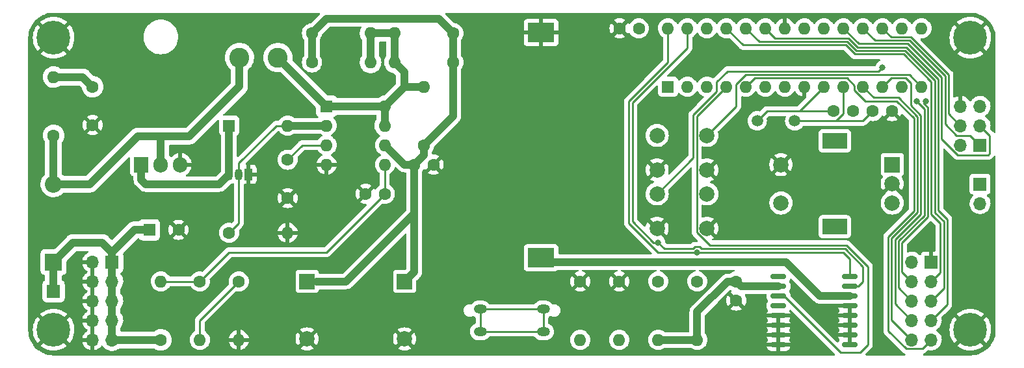
<source format=gbr>
%TF.GenerationSoftware,KiCad,Pcbnew,(6.0.0)*%
%TF.CreationDate,2022-01-22T21:28:22-08:00*%
%TF.ProjectId,nixie_main_board,6e697869-655f-46d6-9169-6e5f626f6172,rev?*%
%TF.SameCoordinates,Original*%
%TF.FileFunction,Copper,L1,Top*%
%TF.FilePolarity,Positive*%
%FSLAX46Y46*%
G04 Gerber Fmt 4.6, Leading zero omitted, Abs format (unit mm)*
G04 Created by KiCad (PCBNEW (6.0.0)) date 2022-01-22 21:28:22*
%MOMM*%
%LPD*%
G01*
G04 APERTURE LIST*
G04 Aperture macros list*
%AMRoundRect*
0 Rectangle with rounded corners*
0 $1 Rounding radius*
0 $2 $3 $4 $5 $6 $7 $8 $9 X,Y pos of 4 corners*
0 Add a 4 corners polygon primitive as box body*
4,1,4,$2,$3,$4,$5,$6,$7,$8,$9,$2,$3,0*
0 Add four circle primitives for the rounded corners*
1,1,$1+$1,$2,$3*
1,1,$1+$1,$4,$5*
1,1,$1+$1,$6,$7*
1,1,$1+$1,$8,$9*
0 Add four rect primitives between the rounded corners*
20,1,$1+$1,$2,$3,$4,$5,0*
20,1,$1+$1,$4,$5,$6,$7,0*
20,1,$1+$1,$6,$7,$8,$9,0*
20,1,$1+$1,$8,$9,$2,$3,0*%
G04 Aperture macros list end*
%TA.AperFunction,ComponentPad*%
%ADD10C,1.600000*%
%TD*%
%TA.AperFunction,ComponentPad*%
%ADD11O,1.600000X1.600000*%
%TD*%
%TA.AperFunction,ComponentPad*%
%ADD12R,1.700000X1.700000*%
%TD*%
%TA.AperFunction,ComponentPad*%
%ADD13O,1.700000X1.700000*%
%TD*%
%TA.AperFunction,ComponentPad*%
%ADD14C,1.500000*%
%TD*%
%TA.AperFunction,ComponentPad*%
%ADD15C,2.000000*%
%TD*%
%TA.AperFunction,ComponentPad*%
%ADD16R,2.000000X2.000000*%
%TD*%
%TA.AperFunction,ComponentPad*%
%ADD17R,3.200000X2.000000*%
%TD*%
%TA.AperFunction,ComponentPad*%
%ADD18R,1.600000X1.600000*%
%TD*%
%TA.AperFunction,ComponentPad*%
%ADD19C,2.600000*%
%TD*%
%TA.AperFunction,ComponentPad*%
%ADD20R,1.050000X1.500000*%
%TD*%
%TA.AperFunction,ComponentPad*%
%ADD21O,1.050000X1.500000*%
%TD*%
%TA.AperFunction,ComponentPad*%
%ADD22R,1.905000X2.000000*%
%TD*%
%TA.AperFunction,ComponentPad*%
%ADD23O,1.905000X2.000000*%
%TD*%
%TA.AperFunction,SMDPad,CuDef*%
%ADD24R,3.510000X2.540000*%
%TD*%
%TA.AperFunction,ComponentPad*%
%ADD25R,2.200000X2.200000*%
%TD*%
%TA.AperFunction,ComponentPad*%
%ADD26O,2.200000X2.200000*%
%TD*%
%TA.AperFunction,SMDPad,CuDef*%
%ADD27RoundRect,0.150000X-0.875000X-0.150000X0.875000X-0.150000X0.875000X0.150000X-0.875000X0.150000X0*%
%TD*%
%TA.AperFunction,ComponentPad*%
%ADD28C,4.400000*%
%TD*%
%TA.AperFunction,ComponentPad*%
%ADD29O,1.700000X1.200000*%
%TD*%
%TA.AperFunction,ViaPad*%
%ADD30C,0.800000*%
%TD*%
%TA.AperFunction,Conductor*%
%ADD31C,1.000000*%
%TD*%
%TA.AperFunction,Conductor*%
%ADD32C,0.250000*%
%TD*%
G04 APERTURE END LIST*
D10*
%TO.P,R14,1*%
%TO.N,+5V*%
X113665000Y-57785000D03*
D11*
%TO.P,R14,2*%
%TO.N,Net-(L1-Pad1)*%
X121285000Y-57785000D03*
%TD*%
%TO.P,R13,2*%
%TO.N,Net-(L1-Pad1)*%
X121285000Y-53975000D03*
D10*
%TO.P,R13,1*%
%TO.N,+5V*%
X113665000Y-53975000D03*
%TD*%
D11*
%TO.P,R12,2*%
%TO.N,Net-(L1-Pad1)*%
X124460000Y-57785000D03*
D10*
%TO.P,R12,1*%
%TO.N,+5V*%
X132080000Y-57785000D03*
%TD*%
%TO.P,R11,1*%
%TO.N,+5V*%
X132080000Y-53975000D03*
D11*
%TO.P,R11,2*%
%TO.N,Net-(L1-Pad1)*%
X124460000Y-53975000D03*
%TD*%
D12*
%TO.P,J6,1,Pin_1*%
%TO.N,+170V*%
X80010000Y-87630000D03*
%TD*%
D10*
%TO.P,C9,1*%
%TO.N,Net-(C9-Pad1)*%
X186690000Y-64135000D03*
%TO.P,C9,2*%
%TO.N,GND*%
X189190000Y-64135000D03*
%TD*%
D13*
%TO.P,J4,2,Pin_2*%
%TO.N,/RX*%
X200660000Y-76200000D03*
D12*
%TO.P,J4,1,Pin_1*%
%TO.N,/TX*%
X200660000Y-73660000D03*
%TD*%
D10*
%TO.P,C11,2*%
%TO.N,GND*%
X168910000Y-88860000D03*
%TO.P,C11,1*%
%TO.N,+5V*%
X168910000Y-86360000D03*
%TD*%
D12*
%TO.P,J5,1,MISO*%
%TO.N,MISO*%
X200660000Y-68580000D03*
D13*
%TO.P,J5,2,VCC*%
%TO.N,unconnected-(J5-Pad2)*%
X198120000Y-68580000D03*
%TO.P,J5,3,SCK*%
%TO.N,SCK*%
X200660000Y-66040000D03*
%TO.P,J5,4,MOSI*%
%TO.N,MOSI*%
X198120000Y-66040000D03*
%TO.P,J5,5,~{RST}*%
%TO.N,~{RESET}*%
X200660000Y-63500000D03*
%TO.P,J5,6,GND*%
%TO.N,GND*%
X198120000Y-63500000D03*
%TD*%
D14*
%TO.P,Y1,2,2*%
%TO.N,Net-(C10-Pad1)*%
X171650000Y-65405000D03*
%TO.P,Y1,1,1*%
%TO.N,Net-(C9-Pad1)*%
X176530000Y-65405000D03*
%TD*%
D15*
%TO.P,SW3,2,2*%
%TO.N,GND*%
X165100000Y-79430000D03*
%TO.P,SW3,1,1*%
%TO.N,MOSI*%
X165100000Y-74930000D03*
%TO.P,SW3,2,2*%
%TO.N,GND*%
X158600000Y-79430000D03*
%TO.P,SW3,1,1*%
%TO.N,MOSI*%
X158600000Y-74930000D03*
%TD*%
%TO.P,SW2,1,1*%
%TO.N,Net-(SW2-Pad1)*%
X158600000Y-67310000D03*
%TO.P,SW2,2,2*%
%TO.N,GND*%
X158600000Y-71810000D03*
%TO.P,SW2,1,1*%
%TO.N,Net-(SW2-Pad1)*%
X165100000Y-67310000D03*
%TO.P,SW2,2,2*%
%TO.N,GND*%
X165100000Y-71810000D03*
%TD*%
D16*
%TO.P,SW1,A,A*%
%TO.N,Net-(SW1-PadA)*%
X189230000Y-71120000D03*
D15*
%TO.P,SW1,C,C*%
%TO.N,GND*%
X189230000Y-73620000D03*
%TO.P,SW1,B,B*%
%TO.N,Net-(SW1-PadB)*%
X189230000Y-76120000D03*
D17*
%TO.P,SW1,MP*%
%TO.N,N/C*%
X181730000Y-68020000D03*
X181730000Y-79220000D03*
D15*
%TO.P,SW1,S2,S2*%
%TO.N,GND*%
X174730000Y-71120000D03*
%TO.P,SW1,S1,S1*%
%TO.N,Net-(SW1-PadS1)*%
X174730000Y-76120000D03*
%TD*%
D11*
%TO.P,R10,2*%
%TO.N,Net-(J3-PadA5)*%
X148590000Y-93980000D03*
D10*
%TO.P,R10,1*%
%TO.N,GND*%
X148590000Y-86360000D03*
%TD*%
D11*
%TO.P,R9,2*%
%TO.N,Net-(J3-PadB5)*%
X153670000Y-93980000D03*
D10*
%TO.P,R9,1*%
%TO.N,GND*%
X153670000Y-86360000D03*
%TD*%
D11*
%TO.P,R8,2*%
%TO.N,+5V*%
X158750000Y-93980000D03*
D10*
%TO.P,R8,1*%
%TO.N,Net-(R8-Pad1)*%
X158750000Y-86360000D03*
%TD*%
%TO.P,R7,1*%
%TO.N,Net-(R7-Pad1)*%
X163830000Y-86360000D03*
D11*
%TO.P,R7,2*%
%TO.N,+5V*%
X163830000Y-93980000D03*
%TD*%
D10*
%TO.P,C10,2*%
%TO.N,GND*%
X184110000Y-64135000D03*
%TO.P,C10,1*%
%TO.N,Net-(C10-Pad1)*%
X181610000Y-64135000D03*
%TD*%
%TO.P,C8,2*%
%TO.N,GND*%
X153720000Y-53350000D03*
%TO.P,C8,1*%
%TO.N,+5V*%
X156220000Y-53350000D03*
%TD*%
D15*
%TO.P,C1,2*%
%TO.N,GND*%
X125730000Y-93860000D03*
D16*
%TO.P,C1,1*%
%TO.N,+5V*%
X125730000Y-86360000D03*
%TD*%
%TO.P,C2,1*%
%TO.N,+5V*%
X113030000Y-86360000D03*
D15*
%TO.P,C2,2*%
%TO.N,GND*%
X113030000Y-93860000D03*
%TD*%
D10*
%TO.P,C3,2*%
%TO.N,GND*%
X129500000Y-71120000D03*
%TO.P,C3,1*%
%TO.N,+5V*%
X127000000Y-71120000D03*
%TD*%
%TO.P,C4,1*%
%TO.N,Net-(C4-Pad1)*%
X110490000Y-70485000D03*
%TO.P,C4,2*%
%TO.N,GND*%
X110490000Y-75485000D03*
%TD*%
D18*
%TO.P,D1,1,K*%
%TO.N,Net-(D1-Pad1)*%
X102870000Y-66040000D03*
D11*
%TO.P,D1,2,A*%
%TO.N,Net-(D1-Pad2)*%
X110490000Y-66040000D03*
%TD*%
D19*
%TO.P,L1,1,1*%
%TO.N,Net-(L1-Pad1)*%
X109220000Y-57150000D03*
%TO.P,L1,2,2*%
%TO.N,Net-(D2-Pad2)*%
X104220000Y-57150000D03*
%TD*%
D20*
%TO.P,Q1,1,C*%
%TO.N,GND*%
X105410000Y-72390000D03*
D21*
%TO.P,Q1,2,B*%
%TO.N,Net-(D1-Pad2)*%
X104140000Y-72390000D03*
%TO.P,Q1,3,E*%
%TO.N,Net-(D1-Pad1)*%
X102870000Y-72390000D03*
%TD*%
D22*
%TO.P,Q2,1,G*%
%TO.N,Net-(D1-Pad1)*%
X91440000Y-71120000D03*
D23*
%TO.P,Q2,2,D*%
%TO.N,Net-(D2-Pad2)*%
X93980000Y-71120000D03*
%TO.P,Q2,3,S*%
%TO.N,GND*%
X96520000Y-71120000D03*
%TD*%
D10*
%TO.P,R3,1*%
%TO.N,Net-(D2-Pad2)*%
X80010000Y-67310000D03*
D11*
%TO.P,R3,2*%
%TO.N,Net-(C5-Pad1)*%
X80010000Y-59690000D03*
%TD*%
D10*
%TO.P,R4,1*%
%TO.N,+170V*%
X93980000Y-93980000D03*
D11*
%TO.P,R4,2*%
%TO.N,Net-(C6-Pad2)*%
X93980000Y-86360000D03*
%TD*%
D10*
%TO.P,R5,1*%
%TO.N,Net-(C6-Pad2)*%
X99060000Y-86360000D03*
D11*
%TO.P,R5,2*%
%TO.N,Net-(R5-Pad2)*%
X99060000Y-93980000D03*
%TD*%
D10*
%TO.P,R6,1*%
%TO.N,Net-(R5-Pad2)*%
X104140000Y-86360000D03*
D11*
%TO.P,R6,2*%
%TO.N,GND*%
X104140000Y-93980000D03*
%TD*%
%TO.P,U1,28,PC5*%
%TO.N,Net-(R7-Pad1)*%
X160020000Y-53340000D03*
%TO.P,U1,27,PC4*%
%TO.N,Net-(R8-Pad1)*%
X162560000Y-53340000D03*
%TO.P,U1,26,PC3*%
%TO.N,Net-(SW1-PadS1)*%
X165100000Y-53340000D03*
%TO.P,U1,25,PC2*%
%TO.N,SER*%
X167640000Y-53340000D03*
%TO.P,U1,24,PC1*%
%TO.N,SRCLK*%
X170180000Y-53340000D03*
%TO.P,U1,23,PC0*%
%TO.N,RCLK*%
X172720000Y-53340000D03*
%TO.P,U1,22,GND*%
%TO.N,GND*%
X175260000Y-53340000D03*
%TO.P,U1,21,AREF*%
%TO.N,+5V*%
X177800000Y-53340000D03*
%TO.P,U1,20,AVCC*%
X180340000Y-53340000D03*
%TO.P,U1,19,PB5*%
%TO.N,SCK*%
X182880000Y-53340000D03*
%TO.P,U1,18,PB4*%
%TO.N,MISO*%
X185420000Y-53340000D03*
%TO.P,U1,17,PB3*%
%TO.N,MOSI*%
X187960000Y-53340000D03*
%TO.P,U1,16,PB2*%
%TO.N,EN2*%
X190500000Y-53340000D03*
%TO.P,U1,15,PB1*%
%TO.N,EN1*%
X193040000Y-53340000D03*
%TO.P,U1,14,PB0*%
%TO.N,Net-(SW2-Pad1)*%
X193040000Y-60960000D03*
%TO.P,U1,13,PD7*%
%TO.N,Net-(SW1-PadB)*%
X190500000Y-60960000D03*
%TO.P,U1,12,PD6*%
%TO.N,EN3*%
X187960000Y-60960000D03*
%TO.P,U1,11,PD5*%
%TO.N,EN4*%
X185420000Y-60960000D03*
%TO.P,U1,10,XTAL2/PB7*%
%TO.N,Net-(C9-Pad1)*%
X182880000Y-60960000D03*
%TO.P,U1,9,XTAL1/PB6*%
%TO.N,Net-(C10-Pad1)*%
X180340000Y-60960000D03*
%TO.P,U1,8,GND*%
%TO.N,GND*%
X177800000Y-60960000D03*
%TO.P,U1,7,VCC*%
%TO.N,+5V*%
X175260000Y-60960000D03*
%TO.P,U1,6,PD4*%
%TO.N,Net-(SW1-PadA)*%
X172720000Y-60960000D03*
%TO.P,U1,5,PD3*%
%TO.N,EN5*%
X170180000Y-60960000D03*
%TO.P,U1,4,PD2*%
%TO.N,Net-(U1-Pad4)*%
X167640000Y-60960000D03*
%TO.P,U1,3,PD1*%
%TO.N,/TX*%
X165100000Y-60960000D03*
%TO.P,U1,2,PD0*%
%TO.N,/RX*%
X162560000Y-60960000D03*
D18*
%TO.P,U1,1,~{RESET}/PC6*%
%TO.N,~{RESET}*%
X160020000Y-60960000D03*
%TD*%
D24*
%TO.P,BT1,2,-*%
%TO.N,GND*%
X143510000Y-53900000D03*
%TO.P,BT1,1,+*%
%TO.N,/VBATT*%
X143510000Y-83260000D03*
%TD*%
D25*
%TO.P,D2,1,K*%
%TO.N,+170V*%
X80010000Y-83820000D03*
D26*
%TO.P,D2,2,A*%
%TO.N,Net-(D2-Pad2)*%
X80010000Y-73660000D03*
%TD*%
D12*
%TO.P,J2,1,Pin_1*%
%TO.N,+170V*%
X87630000Y-83820000D03*
D13*
%TO.P,J2,2,Pin_2*%
%TO.N,GND*%
X85090000Y-83820000D03*
%TO.P,J2,3,Pin_3*%
%TO.N,+170V*%
X87630000Y-86360000D03*
%TO.P,J2,4,Pin_4*%
%TO.N,GND*%
X85090000Y-86360000D03*
%TO.P,J2,5,Pin_5*%
%TO.N,+170V*%
X87630000Y-88900000D03*
%TO.P,J2,6,Pin_6*%
%TO.N,GND*%
X85090000Y-88900000D03*
%TO.P,J2,7,Pin_7*%
%TO.N,+170V*%
X87630000Y-91440000D03*
%TO.P,J2,8,Pin_8*%
%TO.N,GND*%
X85090000Y-91440000D03*
%TO.P,J2,9,Pin_9*%
%TO.N,+170V*%
X87630000Y-93980000D03*
%TO.P,J2,10,Pin_10*%
%TO.N,GND*%
X85090000Y-93980000D03*
%TD*%
D10*
%TO.P,C5,1*%
%TO.N,Net-(C5-Pad1)*%
X85090000Y-60960000D03*
%TO.P,C5,2*%
%TO.N,GND*%
X85090000Y-65960000D03*
%TD*%
%TO.P,R2,1*%
%TO.N,Net-(D1-Pad2)*%
X102870000Y-80010000D03*
D11*
%TO.P,R2,2*%
%TO.N,GND*%
X110490000Y-80010000D03*
%TD*%
D12*
%TO.P,J1,1,Pin_1*%
%TO.N,GND*%
X194310000Y-83820000D03*
D13*
%TO.P,J1,2,Pin_2*%
%TO.N,+5V*%
X191770000Y-83820000D03*
%TO.P,J1,3,Pin_3*%
%TO.N,SER*%
X194310000Y-86360000D03*
%TO.P,J1,4,Pin_4*%
%TO.N,EN1*%
X191770000Y-86360000D03*
%TO.P,J1,5,Pin_5*%
%TO.N,SRCLK*%
X194310000Y-88900000D03*
%TO.P,J1,6,Pin_6*%
%TO.N,EN2*%
X191770000Y-88900000D03*
%TO.P,J1,7,Pin_7*%
%TO.N,RCLK*%
X194310000Y-91440000D03*
%TO.P,J1,8,Pin_8*%
%TO.N,EN3*%
X191770000Y-91440000D03*
%TO.P,J1,9,Pin_9*%
%TO.N,EN5*%
X194310000Y-93980000D03*
%TO.P,J1,10,Pin_10*%
%TO.N,EN4*%
X191770000Y-93980000D03*
%TD*%
D10*
%TO.P,C6,1*%
%TO.N,GND*%
X120650000Y-74930000D03*
%TO.P,C6,2*%
%TO.N,Net-(C6-Pad2)*%
X123150000Y-74930000D03*
%TD*%
D27*
%TO.P,U5,1,32KHZ*%
%TO.N,unconnected-(U5-Pad1)*%
X174420000Y-85725000D03*
%TO.P,U5,2,VCC*%
%TO.N,+5V*%
X174420000Y-86995000D03*
%TO.P,U5,3,~{INT}/SQW*%
%TO.N,Net-(U1-Pad4)*%
X174420000Y-88265000D03*
%TO.P,U5,4,~{RST}*%
%TO.N,unconnected-(U5-Pad4)*%
X174420000Y-89535000D03*
%TO.P,U5,5,GND*%
%TO.N,GND*%
X174420000Y-90805000D03*
%TO.P,U5,6,GND*%
X174420000Y-92075000D03*
%TO.P,U5,7,GND*%
X174420000Y-93345000D03*
%TO.P,U5,8,GND*%
X174420000Y-94615000D03*
%TO.P,U5,9,GND*%
X183720000Y-94615000D03*
%TO.P,U5,10,GND*%
X183720000Y-93345000D03*
%TO.P,U5,11,GND*%
X183720000Y-92075000D03*
%TO.P,U5,12,GND*%
X183720000Y-90805000D03*
%TO.P,U5,13,GND*%
X183720000Y-89535000D03*
%TO.P,U5,14,VBAT*%
%TO.N,/VBATT*%
X183720000Y-88265000D03*
%TO.P,U5,15,SDA*%
%TO.N,Net-(R8-Pad1)*%
X183720000Y-86995000D03*
%TO.P,U5,16,SCL*%
%TO.N,Net-(R7-Pad1)*%
X183720000Y-85725000D03*
%TD*%
D10*
%TO.P,R1,1*%
%TO.N,+5V*%
X128270000Y-68580000D03*
D11*
%TO.P,R1,2*%
%TO.N,Net-(L1-Pad1)*%
X128270000Y-60960000D03*
%TD*%
D18*
%TO.P,C7,1*%
%TO.N,+170V*%
X92480241Y-79625000D03*
D10*
%TO.P,C7,2*%
%TO.N,GND*%
X96280241Y-79625000D03*
%TD*%
D28*
%TO.P,H1,1,1*%
%TO.N,GND*%
X199390000Y-54580000D03*
%TD*%
%TO.P,H4,1,1*%
%TO.N,GND*%
X80010000Y-54580000D03*
%TD*%
D18*
%TO.P,U2,1,SwC*%
%TO.N,Net-(L1-Pad1)*%
X115570000Y-63500000D03*
D11*
%TO.P,U2,2,SwE*%
%TO.N,Net-(D1-Pad2)*%
X115570000Y-66040000D03*
%TO.P,U2,3,TC*%
%TO.N,Net-(C4-Pad1)*%
X115570000Y-68580000D03*
%TO.P,U2,4,GND*%
%TO.N,GND*%
X115570000Y-71120000D03*
%TO.P,U2,5,Vfb*%
%TO.N,Net-(C6-Pad2)*%
X123190000Y-71120000D03*
%TO.P,U2,6,Vin*%
%TO.N,+5V*%
X123190000Y-68580000D03*
%TO.P,U2,7,Ipk*%
%TO.N,Net-(L1-Pad1)*%
X123190000Y-66040000D03*
%TO.P,U2,8,DC*%
X123190000Y-63500000D03*
%TD*%
D28*
%TO.P,H3,1,1*%
%TO.N,GND*%
X80010000Y-92680000D03*
%TD*%
%TO.P,H2,1,1*%
%TO.N,GND*%
X199390000Y-92680000D03*
%TD*%
D29*
%TO.P,J3,S1,SHIELD*%
%TO.N,unconnected-(J3-PadS1)*%
X143800000Y-92910000D03*
X135600000Y-92910000D03*
X135600000Y-89970000D03*
X143800000Y-89970000D03*
%TD*%
D30*
%TO.N,GND*%
X153670000Y-81280000D03*
X198120000Y-71120000D03*
X198120000Y-79375000D03*
X187325000Y-94615000D03*
X147320000Y-72390000D03*
X139700000Y-72390000D03*
X139700000Y-64770000D03*
X147320000Y-64770000D03*
X147320000Y-68580000D03*
X139700000Y-68580000D03*
X143510000Y-72390000D03*
X143510000Y-64770000D03*
X158750000Y-57150000D03*
X165100000Y-57150000D03*
X85090000Y-77470000D03*
X119380000Y-67310000D03*
X121285000Y-60960000D03*
X110490000Y-63500000D03*
X100330000Y-57150000D03*
X90170000Y-91440000D03*
X115570000Y-74930000D03*
X115570000Y-80010000D03*
X120650000Y-80010000D03*
X181610000Y-73660000D03*
X143510000Y-68580000D03*
X177800000Y-57150000D03*
X172720000Y-57150000D03*
%TO.N,MOSI*%
X187960000Y-58420000D03*
%TO.N,EN2*%
X192405000Y-62865000D03*
%TO.N,EN1*%
X193585500Y-62865000D03*
%TO.N,GND*%
X179070000Y-94615000D03*
X179070000Y-90170000D03*
%TO.N,Net-(R8-Pad1)*%
X158750000Y-81280000D03*
%TO.N,Net-(R7-Pad1)*%
X163830000Y-82550000D03*
%TO.N,GND*%
X136525000Y-88265000D03*
X142875000Y-94615000D03*
X142875000Y-88265000D03*
X136525000Y-94615000D03*
%TD*%
D31*
%TO.N,+5V*%
X125730000Y-71120000D02*
X123190000Y-68580000D01*
X127000000Y-71120000D02*
X125730000Y-71120000D01*
X127000000Y-71120000D02*
X128270000Y-69850000D01*
X128270000Y-69850000D02*
X128270000Y-68580000D01*
X132080000Y-64770000D02*
X132080000Y-53975000D01*
X128270000Y-68580000D02*
X132080000Y-64770000D01*
%TO.N,Net-(L1-Pad1)*%
X128270000Y-60960000D02*
X125730000Y-60960000D01*
X125730000Y-59055000D02*
X125730000Y-60960000D01*
X124460000Y-57785000D02*
X125730000Y-59055000D01*
X121285000Y-53975000D02*
X124460000Y-53975000D01*
X123190000Y-63500000D02*
X125730000Y-60960000D01*
%TO.N,+5V*%
X115564511Y-52075489D02*
X113665000Y-53975000D01*
X130180489Y-52075489D02*
X115564511Y-52075489D01*
X132080000Y-53975000D02*
X130180489Y-52075489D01*
X113665000Y-57785000D02*
X113665000Y-53975000D01*
X127000000Y-77470000D02*
X127000000Y-71120000D01*
%TO.N,Net-(L1-Pad1)*%
X124460000Y-57785000D02*
X124460000Y-54610000D01*
X121285000Y-54610000D02*
X121285000Y-57785000D01*
D32*
%TO.N,MOSI*%
X167758551Y-58936449D02*
X187443551Y-58936449D01*
X187443551Y-58936449D02*
X187960000Y-58420000D01*
X166370000Y-60325000D02*
X167758551Y-58936449D01*
X163325969Y-64615309D02*
X166370000Y-61571278D01*
X163325969Y-70204031D02*
X163325969Y-64615309D01*
X158600000Y-74930000D02*
X163325969Y-70204031D01*
X166370000Y-61571278D02*
X166370000Y-60325000D01*
%TO.N,Net-(SW2-Pad1)*%
X168910000Y-63500000D02*
X165100000Y-67310000D01*
X168910000Y-60639700D02*
X168910000Y-63500000D01*
X193040000Y-60960000D02*
X191465969Y-59385969D01*
X191465969Y-59385969D02*
X170163731Y-59385969D01*
X170163731Y-59385969D02*
X168910000Y-60639700D01*
%TO.N,Net-(U1-Pad4)*%
X175108242Y-88265000D02*
X174420000Y-88265000D01*
X182482762Y-95639520D02*
X175108242Y-88265000D01*
X185030480Y-95639520D02*
X182482762Y-95639520D01*
X186055000Y-94615000D02*
X185030480Y-95639520D01*
X186055000Y-84454282D02*
X186055000Y-94615000D01*
X183251678Y-81650960D02*
X186055000Y-84454282D01*
X165447817Y-81650960D02*
X183251678Y-81650960D01*
X167640000Y-60960000D02*
X167616996Y-60960000D01*
X167616996Y-60960000D02*
X163775489Y-64801507D01*
X163775489Y-64801507D02*
X163775489Y-79978632D01*
X163775489Y-79978632D02*
X165447817Y-81650960D01*
%TO.N,Net-(R8-Pad1)*%
X184785000Y-86995000D02*
X183720000Y-86995000D01*
X185420000Y-86360000D02*
X184785000Y-86995000D01*
X183065480Y-82100480D02*
X185420000Y-84455000D01*
X164405094Y-82100480D02*
X183065480Y-82100480D01*
X163529897Y-81825489D02*
X164130103Y-81825489D01*
X163254906Y-82100480D02*
X163529897Y-81825489D01*
X159570480Y-82100480D02*
X163254906Y-82100480D01*
X185420000Y-84455000D02*
X185420000Y-86360000D01*
X158750000Y-81280000D02*
X159570480Y-82100480D01*
X164130103Y-81825489D02*
X164405094Y-82100480D01*
X155389520Y-63050480D02*
X162560000Y-55880000D01*
X158115718Y-81280000D02*
X155389520Y-78553802D01*
X158750000Y-81280000D02*
X158115718Y-81280000D01*
X155389520Y-78553802D02*
X155389520Y-63050480D01*
X162560000Y-55880000D02*
X162560000Y-53340000D01*
%TO.N,Net-(R7-Pad1)*%
X163830000Y-82550000D02*
X182879282Y-82550000D01*
X182879282Y-82550000D02*
X183720000Y-83390718D01*
X183720000Y-83390718D02*
X183720000Y-85725000D01*
X160020000Y-57784282D02*
X160020000Y-53340000D01*
X154940000Y-62864282D02*
X160020000Y-57784282D01*
X154940000Y-78739999D02*
X154940000Y-62864282D01*
X158750001Y-82550000D02*
X154940000Y-78739999D01*
X163830000Y-82550000D02*
X158750001Y-82550000D01*
D31*
%TO.N,+170V*%
X80010000Y-83820000D02*
X80010000Y-87630000D01*
D32*
%TO.N,EN5*%
X193135489Y-95154511D02*
X194310000Y-93980000D01*
X191039511Y-95154511D02*
X193135489Y-95154511D01*
X188701920Y-92816920D02*
X191039511Y-95154511D01*
X188701920Y-80538081D02*
X188701920Y-92816920D01*
X192062400Y-77177600D02*
X188701920Y-80538081D01*
X192062400Y-65063836D02*
X192062400Y-77177600D01*
X189823573Y-62825009D02*
X192062400Y-65063836D01*
X185694709Y-62825009D02*
X189823573Y-62825009D01*
X183345789Y-59835489D02*
X184295489Y-60785189D01*
X184295489Y-61425789D02*
X185694709Y-62825009D01*
X171304511Y-59835489D02*
X183345789Y-59835489D01*
X184295489Y-60785189D02*
X184295489Y-61425789D01*
X170180000Y-60960000D02*
X171304511Y-59835489D01*
%TO.N,EN4*%
X185420000Y-60960000D02*
X186835489Y-62375489D01*
X189151440Y-91361440D02*
X191770000Y-93980000D01*
X186835489Y-62375489D02*
X190009771Y-62375489D01*
X192511920Y-64877638D02*
X192511920Y-77363798D01*
X190009771Y-62375489D02*
X192511920Y-64877638D01*
X192511920Y-77363798D02*
X189151440Y-80724278D01*
X189151440Y-80724278D02*
X189151440Y-91361440D01*
%TO.N,Net-(C9-Pad1)*%
X185420000Y-65405000D02*
X186690000Y-64135000D01*
X181930300Y-65405000D02*
X185420000Y-65405000D01*
X181930300Y-65405000D02*
X182880000Y-64455300D01*
X182880000Y-64455300D02*
X182880000Y-60960000D01*
X176530000Y-65405000D02*
X181930300Y-65405000D01*
%TO.N,Net-(C10-Pad1)*%
X177165000Y-64135000D02*
X180340000Y-60960000D01*
X177165000Y-64135000D02*
X181610000Y-64135000D01*
X172920000Y-64135000D02*
X177165000Y-64135000D01*
X171650000Y-65405000D02*
X172920000Y-64135000D01*
%TO.N,MOSI*%
X198120000Y-66040000D02*
X196557600Y-64477600D01*
X196557600Y-64477600D02*
X196557600Y-59394013D01*
X196557600Y-59394013D02*
X191628099Y-54464511D01*
X191628099Y-54464511D02*
X189084511Y-54464511D01*
X189084511Y-54464511D02*
X187960000Y-53340000D01*
%TO.N,MISO*%
X186994031Y-54914031D02*
X191441901Y-54914031D01*
X185420000Y-53340000D02*
X186994031Y-54914031D01*
X191441901Y-54914031D02*
X196108080Y-59580211D01*
X199390000Y-67310000D02*
X200660000Y-68580000D01*
X196108080Y-65811085D02*
X197606995Y-67310000D01*
X196108080Y-59580211D02*
X196108080Y-65811085D01*
X197606995Y-67310000D02*
X199390000Y-67310000D01*
%TO.N,SCK*%
X182880000Y-53340000D02*
X184903551Y-55363551D01*
X201739022Y-69850000D02*
X201930000Y-69659022D01*
X195658560Y-67779570D02*
X197728990Y-69850000D01*
X191255703Y-55363551D02*
X195658560Y-59766408D01*
X184903551Y-55363551D02*
X191255703Y-55363551D01*
X195658560Y-59766408D02*
X195658560Y-67779570D01*
X197728990Y-69850000D02*
X201739022Y-69850000D01*
X201930000Y-69659022D02*
X201930000Y-67310000D01*
X201930000Y-67310000D02*
X200660000Y-66040000D01*
%TO.N,RCLK*%
X196383551Y-89366449D02*
X194310000Y-91440000D01*
X195209040Y-77099040D02*
X196383551Y-78273551D01*
X184717354Y-55813071D02*
X191069506Y-55813071D01*
X183514282Y-54610000D02*
X184717354Y-55813071D01*
X191069506Y-55813071D02*
X195209040Y-59952605D01*
X195209040Y-59952605D02*
X195209040Y-77099040D01*
X173990000Y-54610000D02*
X183514282Y-54610000D01*
X172720000Y-53340000D02*
X173990000Y-54610000D01*
X196383551Y-78273551D02*
X196383551Y-89366449D01*
%TO.N,SRCLK*%
X195934031Y-87275969D02*
X194310000Y-88900000D01*
X194759520Y-77379291D02*
X195934031Y-78553803D01*
X195934031Y-78553803D02*
X195934031Y-87275969D01*
X194759520Y-60138802D02*
X194759520Y-77379291D01*
X183328086Y-55059520D02*
X184531157Y-56262591D01*
X171899520Y-55059520D02*
X183328086Y-55059520D01*
X170180000Y-53340000D02*
X171899520Y-55059520D01*
X184531157Y-56262591D02*
X190883309Y-56262591D01*
X190883309Y-56262591D02*
X194759520Y-60138802D01*
%TO.N,SER*%
X195484511Y-85185489D02*
X194310000Y-86360000D01*
X195484511Y-78740000D02*
X195484511Y-85185489D01*
X194310000Y-77565489D02*
X195484511Y-78740000D01*
X194310000Y-60325000D02*
X194310000Y-77565489D01*
X184344960Y-56712111D02*
X190697111Y-56712111D01*
X190697111Y-56712111D02*
X194310000Y-60325000D01*
X183141888Y-55509040D02*
X184344960Y-56712111D01*
X169809040Y-55509040D02*
X183141888Y-55509040D01*
X167640000Y-53340000D02*
X169809040Y-55509040D01*
%TO.N,EN3*%
X189084511Y-59835489D02*
X187960000Y-60960000D01*
X191624511Y-60494211D02*
X190965789Y-59835489D01*
X190965789Y-59835489D02*
X189084511Y-59835489D01*
X192961440Y-64691440D02*
X191624511Y-63354511D01*
X191624511Y-63354511D02*
X191624511Y-60494211D01*
X192961440Y-77549996D02*
X192961440Y-64691440D01*
X189600960Y-89270960D02*
X189600960Y-80910476D01*
X189600960Y-80910476D02*
X192961440Y-77549996D01*
X191770000Y-91440000D02*
X189600960Y-89270960D01*
%TO.N,EN2*%
X193410960Y-63870960D02*
X192405000Y-62865000D01*
X193410960Y-77736193D02*
X193410960Y-63870960D01*
X190050480Y-81096673D02*
X193410960Y-77736193D01*
X190050480Y-87180480D02*
X190050480Y-81096673D01*
X191770000Y-88900000D02*
X190050480Y-87180480D01*
%TO.N,EN1*%
X193313109Y-63137391D02*
X193585500Y-62865000D01*
X193860480Y-63684762D02*
X193313109Y-63137391D01*
X193860480Y-77922390D02*
X193860480Y-63684762D01*
X190500000Y-81282870D02*
X193860480Y-77922390D01*
X190500000Y-85090000D02*
X190500000Y-81282870D01*
X191770000Y-86360000D02*
X190500000Y-85090000D01*
%TO.N,unconnected-(J3-PadS1)*%
X143800000Y-89970000D02*
X143800000Y-92910000D01*
X135600000Y-92910000D02*
X135600000Y-89970000D01*
X143800000Y-92910000D02*
X135600000Y-92910000D01*
X135600000Y-89970000D02*
X143800000Y-89970000D01*
D31*
%TO.N,Net-(L1-Pad1)*%
X109220000Y-57150000D02*
X115570000Y-63500000D01*
%TO.N,Net-(D2-Pad2)*%
X104220000Y-60880000D02*
X104220000Y-57150000D01*
X97710000Y-67390000D02*
X104220000Y-60880000D01*
X93980000Y-67390000D02*
X97710000Y-67390000D01*
%TO.N,/VBATT*%
X183720000Y-88265000D02*
X179808952Y-88265000D01*
X179808952Y-88265000D02*
X175367992Y-83824040D01*
X175367992Y-83824040D02*
X144074040Y-83824040D01*
X144074040Y-83824040D02*
X143510000Y-83260000D01*
%TO.N,+5V*%
X158750000Y-93980000D02*
X163830000Y-93980000D01*
X168910000Y-86360000D02*
X169545000Y-86995000D01*
X169545000Y-86995000D02*
X174420000Y-86995000D01*
X163830000Y-90308630D02*
X167778630Y-86360000D01*
X167778630Y-86360000D02*
X168910000Y-86360000D01*
X163830000Y-93980000D02*
X163830000Y-90308630D01*
%TO.N,Net-(L1-Pad1)*%
X115570000Y-63500000D02*
X123190000Y-63500000D01*
X123190000Y-66040000D02*
X123190000Y-63500000D01*
%TO.N,+170V*%
X87630000Y-83820000D02*
X87630000Y-93980000D01*
X82550000Y-81280000D02*
X86360000Y-81280000D01*
X87630000Y-93980000D02*
X93980000Y-93980000D01*
X87630000Y-83820000D02*
X87630000Y-82550000D01*
X87630000Y-82550000D02*
X90555000Y-79625000D01*
X86360000Y-81280000D02*
X87630000Y-82550000D01*
X80010000Y-83820000D02*
X82550000Y-81280000D01*
X90555000Y-79625000D02*
X92480241Y-79625000D01*
%TO.N,Net-(D1-Pad2)*%
X115570000Y-66040000D02*
X110490000Y-66040000D01*
D32*
X104140000Y-78740000D02*
X102870000Y-80010000D01*
X104140000Y-70935978D02*
X109035978Y-66040000D01*
X104140000Y-72390000D02*
X104140000Y-78740000D01*
X104140000Y-72390000D02*
X104140000Y-70935978D01*
X109035978Y-66040000D02*
X110490000Y-66040000D01*
D31*
%TO.N,Net-(D2-Pad2)*%
X93980000Y-71120000D02*
X93980000Y-67390000D01*
X91018478Y-67390000D02*
X84748478Y-73660000D01*
X80010000Y-67310000D02*
X80010000Y-73660000D01*
X84748478Y-73660000D02*
X80010000Y-73660000D01*
X93980000Y-67390000D02*
X91018478Y-67390000D01*
D32*
%TO.N,Net-(R5-Pad2)*%
X99060000Y-91440000D02*
X104140000Y-86360000D01*
X99060000Y-93980000D02*
X99060000Y-91440000D01*
D31*
%TO.N,+5V*%
X127000000Y-85090000D02*
X125730000Y-86360000D01*
X114300000Y-86360000D02*
X118110000Y-86360000D01*
X118110000Y-86360000D02*
X127000000Y-77470000D01*
X127000000Y-77470000D02*
X127000000Y-85090000D01*
D32*
%TO.N,Net-(C4-Pad1)*%
X112395000Y-68580000D02*
X115570000Y-68580000D01*
X110490000Y-70485000D02*
X112395000Y-68580000D01*
D31*
%TO.N,Net-(C5-Pad1)*%
X83820000Y-59690000D02*
X85090000Y-60960000D01*
X80010000Y-59690000D02*
X83820000Y-59690000D01*
D32*
%TO.N,Net-(C6-Pad2)*%
X102870000Y-82550000D02*
X115530000Y-82550000D01*
X99060000Y-86360000D02*
X102870000Y-82550000D01*
X123150000Y-74930000D02*
X123150000Y-71160000D01*
X115530000Y-82550000D02*
X123150000Y-74930000D01*
X123150000Y-71160000D02*
X123190000Y-71120000D01*
X93980000Y-86360000D02*
X99060000Y-86360000D01*
D31*
%TO.N,Net-(D1-Pad1)*%
X91440000Y-73120000D02*
X91980000Y-73660000D01*
X91440000Y-71120000D02*
X91440000Y-73120000D01*
X101600000Y-73660000D02*
X102870000Y-72390000D01*
X91980000Y-73660000D02*
X101600000Y-73660000D01*
X102870000Y-66040000D02*
X102870000Y-72390000D01*
%TD*%
%TA.AperFunction,Conductor*%
%TO.N,GND*%
G36*
X114669696Y-51328002D02*
G01*
X114716189Y-51381658D01*
X114726293Y-51451932D01*
X114696799Y-51516512D01*
X114690670Y-51523095D01*
X113573884Y-52639882D01*
X113511572Y-52673907D01*
X113495773Y-52676308D01*
X113436913Y-52681457D01*
X113365740Y-52700528D01*
X113221067Y-52739293D01*
X113221065Y-52739294D01*
X113215757Y-52740716D01*
X113210776Y-52743039D01*
X113210775Y-52743039D01*
X113013238Y-52835151D01*
X113013233Y-52835154D01*
X113008251Y-52837477D01*
X112924576Y-52896067D01*
X112825211Y-52965643D01*
X112825208Y-52965645D01*
X112820700Y-52968802D01*
X112658802Y-53130700D01*
X112527477Y-53318251D01*
X112525154Y-53323233D01*
X112525151Y-53323238D01*
X112434622Y-53517381D01*
X112430716Y-53525757D01*
X112429294Y-53531065D01*
X112429293Y-53531067D01*
X112373186Y-53740459D01*
X112371457Y-53746913D01*
X112351502Y-53975000D01*
X112371457Y-54203087D01*
X112372881Y-54208400D01*
X112372881Y-54208402D01*
X112424228Y-54400028D01*
X112430716Y-54424243D01*
X112433039Y-54429224D01*
X112433039Y-54429225D01*
X112525151Y-54626762D01*
X112525154Y-54626767D01*
X112527477Y-54631749D01*
X112598938Y-54733805D01*
X112633713Y-54783469D01*
X112656500Y-54855740D01*
X112656500Y-56904260D01*
X112633713Y-56976531D01*
X112527477Y-57128251D01*
X112525154Y-57133233D01*
X112525151Y-57133238D01*
X112444682Y-57305806D01*
X112430716Y-57335757D01*
X112429294Y-57341065D01*
X112429293Y-57341067D01*
X112380845Y-57521878D01*
X112371457Y-57556913D01*
X112351502Y-57785000D01*
X112371457Y-58013087D01*
X112372881Y-58018400D01*
X112372881Y-58018402D01*
X112424228Y-58210028D01*
X112430716Y-58234243D01*
X112433039Y-58239224D01*
X112433039Y-58239225D01*
X112525151Y-58436762D01*
X112525154Y-58436767D01*
X112527477Y-58441749D01*
X112568857Y-58500845D01*
X112654851Y-58623657D01*
X112658802Y-58629300D01*
X112820700Y-58791198D01*
X112825208Y-58794355D01*
X112825211Y-58794357D01*
X112871213Y-58826568D01*
X113008251Y-58922523D01*
X113013233Y-58924846D01*
X113013238Y-58924849D01*
X113210775Y-59016961D01*
X113215757Y-59019284D01*
X113221065Y-59020706D01*
X113221067Y-59020707D01*
X113431598Y-59077119D01*
X113431600Y-59077119D01*
X113436913Y-59078543D01*
X113665000Y-59098498D01*
X113893087Y-59078543D01*
X113898400Y-59077119D01*
X113898402Y-59077119D01*
X114108933Y-59020707D01*
X114108935Y-59020706D01*
X114114243Y-59019284D01*
X114119225Y-59016961D01*
X114316762Y-58924849D01*
X114316767Y-58924846D01*
X114321749Y-58922523D01*
X114458787Y-58826568D01*
X114504789Y-58794357D01*
X114504792Y-58794355D01*
X114509300Y-58791198D01*
X114671198Y-58629300D01*
X114675150Y-58623657D01*
X114761143Y-58500845D01*
X114802523Y-58441749D01*
X114804846Y-58436767D01*
X114804849Y-58436762D01*
X114896961Y-58239225D01*
X114896961Y-58239224D01*
X114899284Y-58234243D01*
X114905773Y-58210028D01*
X114957119Y-58018402D01*
X114957119Y-58018400D01*
X114958543Y-58013087D01*
X114978498Y-57785000D01*
X114958543Y-57556913D01*
X114949155Y-57521878D01*
X114900707Y-57341067D01*
X114900706Y-57341065D01*
X114899284Y-57335757D01*
X114885318Y-57305806D01*
X114804849Y-57133238D01*
X114804846Y-57133233D01*
X114802523Y-57128251D01*
X114696287Y-56976531D01*
X114673500Y-56904260D01*
X114673500Y-54855740D01*
X114696287Y-54783469D01*
X114731062Y-54733805D01*
X114802523Y-54631749D01*
X114804846Y-54626767D01*
X114804849Y-54626762D01*
X114896961Y-54429225D01*
X114896961Y-54429224D01*
X114899284Y-54424243D01*
X114905773Y-54400028D01*
X114940226Y-54271446D01*
X114958543Y-54203087D01*
X114963692Y-54144229D01*
X114989555Y-54078112D01*
X115000118Y-54066116D01*
X115945340Y-53120894D01*
X116007652Y-53086868D01*
X116034435Y-53083989D01*
X119958937Y-53083989D01*
X120027058Y-53103991D01*
X120073551Y-53157647D01*
X120083655Y-53227921D01*
X120068492Y-53272228D01*
X120066014Y-53276589D01*
X120063099Y-53280863D01*
X120060922Y-53285553D01*
X120025060Y-53362812D01*
X119966136Y-53489752D01*
X119904592Y-53711673D01*
X119904043Y-53716810D01*
X119881338Y-53929260D01*
X119880119Y-53940665D01*
X119880416Y-53945817D01*
X119880416Y-53945821D01*
X119887659Y-54071424D01*
X119893376Y-54170580D01*
X119894513Y-54175626D01*
X119894514Y-54175632D01*
X119916107Y-54271446D01*
X119944006Y-54395242D01*
X119945948Y-54400024D01*
X119945949Y-54400028D01*
X120028664Y-54603730D01*
X120030649Y-54608618D01*
X120150979Y-54804978D01*
X120154359Y-54808881D01*
X120157417Y-54813058D01*
X120156334Y-54813851D01*
X120183220Y-54872747D01*
X120184500Y-54890660D01*
X120184500Y-56874014D01*
X120162588Y-56945018D01*
X120063099Y-57090863D01*
X120060923Y-57095552D01*
X120060919Y-57095558D01*
X119975636Y-57279285D01*
X119966136Y-57299752D01*
X119904592Y-57521673D01*
X119904043Y-57526810D01*
X119881138Y-57741134D01*
X119880119Y-57750665D01*
X119880416Y-57755817D01*
X119880416Y-57755821D01*
X119887470Y-57878148D01*
X119893376Y-57980580D01*
X119894513Y-57985626D01*
X119894514Y-57985632D01*
X119916226Y-58081975D01*
X119944006Y-58205242D01*
X119945948Y-58210024D01*
X119945949Y-58210028D01*
X120025717Y-58406472D01*
X120030649Y-58418618D01*
X120057905Y-58463096D01*
X120142581Y-58601273D01*
X120150979Y-58614978D01*
X120301763Y-58789048D01*
X120478953Y-58936154D01*
X120677790Y-59052345D01*
X120892934Y-59134501D01*
X120898000Y-59135532D01*
X120898001Y-59135532D01*
X120958700Y-59147881D01*
X121118607Y-59180414D01*
X121248352Y-59185172D01*
X121343585Y-59188664D01*
X121343589Y-59188664D01*
X121348749Y-59188853D01*
X121353869Y-59188197D01*
X121353871Y-59188197D01*
X121423272Y-59179307D01*
X121577178Y-59159591D01*
X121582126Y-59158106D01*
X121582133Y-59158105D01*
X121792811Y-59094898D01*
X121792810Y-59094898D01*
X121797761Y-59093413D01*
X122004574Y-58992096D01*
X122192062Y-58858363D01*
X122355190Y-58695803D01*
X122376793Y-58665740D01*
X122486559Y-58512983D01*
X122489577Y-58508783D01*
X122494682Y-58498455D01*
X122560248Y-58365791D01*
X122591615Y-58302325D01*
X122622643Y-58200200D01*
X122657059Y-58086927D01*
X122657060Y-58086921D01*
X122658563Y-58081975D01*
X122688622Y-57853649D01*
X122689946Y-57799498D01*
X122690218Y-57788364D01*
X122690218Y-57788360D01*
X122690300Y-57785000D01*
X122671430Y-57555478D01*
X122615326Y-57332120D01*
X122551549Y-57185442D01*
X122525556Y-57125661D01*
X122525554Y-57125658D01*
X122523496Y-57120924D01*
X122405708Y-56938851D01*
X122385500Y-56870412D01*
X122385500Y-55201500D01*
X122405502Y-55133379D01*
X122459158Y-55086886D01*
X122511500Y-55075500D01*
X123233500Y-55075500D01*
X123301621Y-55095502D01*
X123348114Y-55149158D01*
X123359500Y-55201500D01*
X123359500Y-56874014D01*
X123337588Y-56945018D01*
X123238099Y-57090863D01*
X123235923Y-57095552D01*
X123235919Y-57095558D01*
X123150636Y-57279285D01*
X123141136Y-57299752D01*
X123079592Y-57521673D01*
X123079043Y-57526810D01*
X123056138Y-57741134D01*
X123055119Y-57750665D01*
X123055416Y-57755817D01*
X123055416Y-57755821D01*
X123062470Y-57878148D01*
X123068376Y-57980580D01*
X123069513Y-57985626D01*
X123069514Y-57985632D01*
X123091226Y-58081975D01*
X123119006Y-58205242D01*
X123120948Y-58210024D01*
X123120949Y-58210028D01*
X123200717Y-58406472D01*
X123205649Y-58418618D01*
X123232905Y-58463096D01*
X123317581Y-58601273D01*
X123325979Y-58614978D01*
X123476763Y-58789048D01*
X123653953Y-58936154D01*
X123852790Y-59052345D01*
X124067934Y-59134501D01*
X124073000Y-59135532D01*
X124073001Y-59135532D01*
X124263309Y-59174250D01*
X124327284Y-59208626D01*
X124592595Y-59473937D01*
X124626621Y-59536249D01*
X124629500Y-59563032D01*
X124629500Y-60451968D01*
X124609498Y-60520089D01*
X124592595Y-60541063D01*
X123054546Y-62079112D01*
X122992234Y-62113138D01*
X122984516Y-62114566D01*
X122864325Y-62132958D01*
X122645424Y-62204506D01*
X122593225Y-62231679D01*
X122545280Y-62256638D01*
X122441149Y-62310845D01*
X122437016Y-62313948D01*
X122437013Y-62313950D01*
X122393651Y-62346507D01*
X122368891Y-62365098D01*
X122356688Y-62374260D01*
X122290203Y-62399166D01*
X122281035Y-62399500D01*
X116958469Y-62399500D01*
X116890348Y-62379498D01*
X116858506Y-62350204D01*
X116854162Y-62344542D01*
X116798282Y-62271718D01*
X116672841Y-62175464D01*
X116526762Y-62114956D01*
X116497883Y-62111154D01*
X116413448Y-62100038D01*
X116413447Y-62100038D01*
X116409361Y-62099500D01*
X115778032Y-62099500D01*
X115709911Y-62079498D01*
X115688937Y-62062595D01*
X111138963Y-57512621D01*
X111104937Y-57450309D01*
X111103179Y-57406753D01*
X111121168Y-57272821D01*
X111121169Y-57272811D01*
X111121595Y-57269638D01*
X111124241Y-57185442D01*
X111125254Y-57153222D01*
X111125254Y-57153217D01*
X111125355Y-57150000D01*
X111106347Y-56881533D01*
X111104729Y-56874014D01*
X111050636Y-56622771D01*
X111049700Y-56618423D01*
X111037889Y-56586406D01*
X110958090Y-56370101D01*
X110958089Y-56370099D01*
X110956547Y-56365919D01*
X110925249Y-56307913D01*
X110830857Y-56132976D01*
X110828744Y-56129060D01*
X110739779Y-56008611D01*
X110671492Y-55916157D01*
X110671489Y-55916154D01*
X110668843Y-55912571D01*
X110480034Y-55720772D01*
X110421799Y-55676328D01*
X110315372Y-55595106D01*
X110266083Y-55557490D01*
X110209361Y-55525724D01*
X110035147Y-55428159D01*
X110035144Y-55428158D01*
X110031261Y-55425983D01*
X110027122Y-55424382D01*
X110027114Y-55424378D01*
X109841566Y-55352596D01*
X109780251Y-55328875D01*
X109775926Y-55327872D01*
X109775921Y-55327871D01*
X109631864Y-55294481D01*
X109518063Y-55268103D01*
X109249928Y-55244880D01*
X109245493Y-55245124D01*
X109245489Y-55245124D01*
X109136324Y-55251132D01*
X108981196Y-55259669D01*
X108976833Y-55260537D01*
X108976832Y-55260537D01*
X108721596Y-55311307D01*
X108721594Y-55311308D01*
X108717228Y-55312176D01*
X108463292Y-55401352D01*
X108224455Y-55525418D01*
X108220840Y-55528001D01*
X108220834Y-55528005D01*
X108175793Y-55560192D01*
X108005481Y-55681899D01*
X108002254Y-55684977D01*
X108002252Y-55684979D01*
X107822935Y-55856039D01*
X107810740Y-55867672D01*
X107644118Y-56079032D01*
X107604488Y-56147260D01*
X107511173Y-56307913D01*
X107511170Y-56307919D01*
X107508939Y-56311760D01*
X107507269Y-56315883D01*
X107412752Y-56549235D01*
X107407900Y-56561213D01*
X107406829Y-56565526D01*
X107406827Y-56565531D01*
X107371058Y-56709527D01*
X107343017Y-56822414D01*
X107315585Y-57090151D01*
X107316114Y-57103620D01*
X107325684Y-57347162D01*
X107326152Y-57359083D01*
X107326952Y-57363463D01*
X107362020Y-57555478D01*
X107374505Y-57623843D01*
X107459682Y-57879148D01*
X107461674Y-57883135D01*
X107461675Y-57883137D01*
X107561029Y-58081975D01*
X107579981Y-58119905D01*
X107582510Y-58123564D01*
X107728124Y-58334249D01*
X107733003Y-58341309D01*
X107744088Y-58353301D01*
X107912679Y-58535682D01*
X107912684Y-58535687D01*
X107915695Y-58538944D01*
X108124411Y-58708866D01*
X108128229Y-58711165D01*
X108128231Y-58711166D01*
X108266411Y-58794357D01*
X108354987Y-58847684D01*
X108359082Y-58849418D01*
X108359084Y-58849419D01*
X108598721Y-58950892D01*
X108598728Y-58950894D01*
X108602822Y-58952628D01*
X108643143Y-58963319D01*
X108858675Y-59020467D01*
X108858680Y-59020468D01*
X108862972Y-59021606D01*
X108867381Y-59022128D01*
X108867387Y-59022129D01*
X109016289Y-59039752D01*
X109130245Y-59053240D01*
X109399310Y-59046899D01*
X109473604Y-59034533D01*
X109544084Y-59043079D01*
X109583386Y-59069728D01*
X114132596Y-63618938D01*
X114166622Y-63681250D01*
X114169501Y-63708033D01*
X114169501Y-64339360D01*
X114170039Y-64343444D01*
X114170039Y-64343450D01*
X114183407Y-64444997D01*
X114184956Y-64456762D01*
X114245464Y-64602841D01*
X114290194Y-64661134D01*
X114332318Y-64716031D01*
X114341718Y-64728282D01*
X114348264Y-64733305D01*
X114442399Y-64805537D01*
X114484266Y-64862875D01*
X114488488Y-64933746D01*
X114453724Y-64995649D01*
X114391011Y-65028930D01*
X114365695Y-65031500D01*
X111370740Y-65031500D01*
X111298469Y-65008713D01*
X111266187Y-64986109D01*
X111146749Y-64902477D01*
X111141767Y-64900154D01*
X111141762Y-64900151D01*
X110944225Y-64808039D01*
X110944224Y-64808039D01*
X110939243Y-64805716D01*
X110933935Y-64804294D01*
X110933933Y-64804293D01*
X110723402Y-64747881D01*
X110723400Y-64747881D01*
X110718087Y-64746457D01*
X110490000Y-64726502D01*
X110261913Y-64746457D01*
X110256600Y-64747881D01*
X110256598Y-64747881D01*
X110046067Y-64804293D01*
X110046065Y-64804294D01*
X110040757Y-64805716D01*
X110035776Y-64808039D01*
X110035775Y-64808039D01*
X109838238Y-64900151D01*
X109838233Y-64900154D01*
X109833251Y-64902477D01*
X109736399Y-64970294D01*
X109650211Y-65030643D01*
X109650208Y-65030645D01*
X109645700Y-65033802D01*
X109483802Y-65195700D01*
X109480645Y-65200208D01*
X109480643Y-65200211D01*
X109373819Y-65352771D01*
X109318362Y-65397099D01*
X109270606Y-65406500D01*
X109114741Y-65406500D01*
X109103557Y-65405973D01*
X109096069Y-65404299D01*
X109088146Y-65404548D01*
X109028011Y-65406438D01*
X109024053Y-65406500D01*
X108996122Y-65406500D01*
X108992207Y-65406995D01*
X108992203Y-65406995D01*
X108992145Y-65407003D01*
X108992116Y-65407006D01*
X108980274Y-65407939D01*
X108936088Y-65409327D01*
X108920691Y-65413800D01*
X108916636Y-65414978D01*
X108897284Y-65418986D01*
X108885046Y-65420532D01*
X108885044Y-65420533D01*
X108877181Y-65421526D01*
X108836064Y-65437806D01*
X108824863Y-65441641D01*
X108782384Y-65453982D01*
X108775565Y-65458015D01*
X108775560Y-65458017D01*
X108764949Y-65464293D01*
X108747199Y-65472990D01*
X108728361Y-65480448D01*
X108721945Y-65485109D01*
X108721944Y-65485110D01*
X108692603Y-65506428D01*
X108682679Y-65512947D01*
X108651438Y-65531422D01*
X108651433Y-65531426D01*
X108644615Y-65535458D01*
X108630291Y-65549782D01*
X108615259Y-65562621D01*
X108598871Y-65574528D01*
X108577218Y-65600702D01*
X108570690Y-65608593D01*
X108562700Y-65617373D01*
X104093595Y-70086478D01*
X104031283Y-70120504D01*
X103960468Y-70115439D01*
X103903632Y-70072892D01*
X103878821Y-70006372D01*
X103878500Y-69997383D01*
X103878500Y-67382275D01*
X103898502Y-67314154D01*
X103928935Y-67281449D01*
X103929773Y-67280821D01*
X104033261Y-67203261D01*
X104120615Y-67086705D01*
X104171745Y-66950316D01*
X104178500Y-66888134D01*
X104178500Y-65191866D01*
X104171745Y-65129684D01*
X104120615Y-64993295D01*
X104033261Y-64876739D01*
X103916705Y-64789385D01*
X103780316Y-64738255D01*
X103718134Y-64731500D01*
X102229032Y-64731500D01*
X102160911Y-64711498D01*
X102114418Y-64657842D01*
X102104314Y-64587568D01*
X102133808Y-64522988D01*
X102139937Y-64516405D01*
X104924925Y-61731417D01*
X104933135Y-61724485D01*
X104932931Y-61724249D01*
X104937467Y-61720334D01*
X104942360Y-61716863D01*
X105006013Y-61650370D01*
X105007936Y-61648406D01*
X105035272Y-61621070D01*
X105037179Y-61618761D01*
X105037188Y-61618751D01*
X105039934Y-61615426D01*
X105046064Y-61608533D01*
X105083432Y-61569497D01*
X105083432Y-61569496D01*
X105087575Y-61565169D01*
X105105587Y-61537273D01*
X105114285Y-61525389D01*
X105131603Y-61504418D01*
X105135425Y-61499790D01*
X105164213Y-61447099D01*
X105168908Y-61439206D01*
X105201485Y-61388754D01*
X105204916Y-61380242D01*
X105213897Y-61357956D01*
X105220190Y-61344643D01*
X105233235Y-61320767D01*
X105233236Y-61320764D01*
X105236109Y-61315506D01*
X105254405Y-61258348D01*
X105257541Y-61249661D01*
X105277739Y-61199544D01*
X105279981Y-61193981D01*
X105286347Y-61161385D01*
X105290005Y-61147133D01*
X105300129Y-61115506D01*
X105300844Y-61109558D01*
X105300845Y-61109551D01*
X105307289Y-61055914D01*
X105308725Y-61046794D01*
X105319361Y-60992327D01*
X105320230Y-60987878D01*
X105320500Y-60982357D01*
X105320500Y-60953480D01*
X105321399Y-60938452D01*
X105324462Y-60912958D01*
X105324462Y-60912952D01*
X105325176Y-60907010D01*
X105324636Y-60899373D01*
X105320815Y-60845416D01*
X105320500Y-60836517D01*
X105320500Y-58767846D01*
X105340502Y-58699725D01*
X105376496Y-58663083D01*
X105387806Y-58655526D01*
X105393744Y-58650208D01*
X105584970Y-58478931D01*
X105588286Y-58475961D01*
X105617044Y-58441749D01*
X105758601Y-58273348D01*
X105758606Y-58273342D01*
X105761465Y-58269940D01*
X105903887Y-58041572D01*
X105914131Y-58018402D01*
X105973931Y-57883137D01*
X106012712Y-57795416D01*
X106085767Y-57536382D01*
X106088412Y-57516689D01*
X106121168Y-57272820D01*
X106121169Y-57272812D01*
X106121595Y-57269638D01*
X106124241Y-57185442D01*
X106125254Y-57153222D01*
X106125254Y-57153217D01*
X106125355Y-57150000D01*
X106106347Y-56881533D01*
X106104729Y-56874014D01*
X106050636Y-56622771D01*
X106049700Y-56618423D01*
X106037889Y-56586406D01*
X105958090Y-56370101D01*
X105958089Y-56370099D01*
X105956547Y-56365919D01*
X105925249Y-56307913D01*
X105830857Y-56132976D01*
X105828744Y-56129060D01*
X105739779Y-56008611D01*
X105671492Y-55916157D01*
X105671489Y-55916154D01*
X105668843Y-55912571D01*
X105480034Y-55720772D01*
X105421799Y-55676328D01*
X105315372Y-55595106D01*
X105266083Y-55557490D01*
X105209361Y-55525724D01*
X105035147Y-55428159D01*
X105035144Y-55428158D01*
X105031261Y-55425983D01*
X105027122Y-55424382D01*
X105027114Y-55424378D01*
X104841566Y-55352596D01*
X104780251Y-55328875D01*
X104775926Y-55327872D01*
X104775921Y-55327871D01*
X104631864Y-55294481D01*
X104518063Y-55268103D01*
X104249928Y-55244880D01*
X104245493Y-55245124D01*
X104245489Y-55245124D01*
X104136324Y-55251132D01*
X103981196Y-55259669D01*
X103976833Y-55260537D01*
X103976832Y-55260537D01*
X103721596Y-55311307D01*
X103721594Y-55311308D01*
X103717228Y-55312176D01*
X103463292Y-55401352D01*
X103224455Y-55525418D01*
X103220840Y-55528001D01*
X103220834Y-55528005D01*
X103175793Y-55560192D01*
X103005481Y-55681899D01*
X103002254Y-55684977D01*
X103002252Y-55684979D01*
X102822935Y-55856039D01*
X102810740Y-55867672D01*
X102644118Y-56079032D01*
X102604488Y-56147260D01*
X102511173Y-56307913D01*
X102511170Y-56307919D01*
X102508939Y-56311760D01*
X102507269Y-56315883D01*
X102412752Y-56549235D01*
X102407900Y-56561213D01*
X102406829Y-56565526D01*
X102406827Y-56565531D01*
X102371058Y-56709527D01*
X102343017Y-56822414D01*
X102315585Y-57090151D01*
X102316114Y-57103620D01*
X102325684Y-57347162D01*
X102326152Y-57359083D01*
X102326952Y-57363463D01*
X102362020Y-57555478D01*
X102374505Y-57623843D01*
X102459682Y-57879148D01*
X102461674Y-57883135D01*
X102461675Y-57883137D01*
X102561029Y-58081975D01*
X102579981Y-58119905D01*
X102582510Y-58123564D01*
X102728124Y-58334249D01*
X102733003Y-58341309D01*
X102744088Y-58353301D01*
X102912679Y-58535682D01*
X102912684Y-58535687D01*
X102915695Y-58538944D01*
X102919142Y-58541750D01*
X102919148Y-58541756D01*
X103073050Y-58667052D01*
X103113249Y-58725571D01*
X103119500Y-58764764D01*
X103119500Y-60371968D01*
X103099498Y-60440089D01*
X103082595Y-60461063D01*
X97291063Y-66252595D01*
X97228751Y-66286621D01*
X97201968Y-66289500D01*
X94068512Y-66289500D01*
X94050432Y-66288196D01*
X94039944Y-66286675D01*
X94039941Y-66286675D01*
X94034004Y-66285814D01*
X93957282Y-66289365D01*
X93951456Y-66289500D01*
X91122059Y-66289500D01*
X91111359Y-66288597D01*
X91111336Y-66288908D01*
X91105362Y-66288469D01*
X91099444Y-66287463D01*
X91012275Y-66289365D01*
X91007463Y-66289470D01*
X91004714Y-66289500D01*
X90966009Y-66289500D01*
X90958715Y-66290196D01*
X90949514Y-66290735D01*
X90916854Y-66291447D01*
X90895494Y-66291913D01*
X90895492Y-66291913D01*
X90889497Y-66292044D01*
X90883638Y-66293305D01*
X90883633Y-66293306D01*
X90857028Y-66299034D01*
X90842477Y-66301286D01*
X90829013Y-66302571D01*
X90809432Y-66304439D01*
X90803672Y-66306129D01*
X90803671Y-66306129D01*
X90751825Y-66321338D01*
X90742878Y-66323610D01*
X90728218Y-66326766D01*
X90684207Y-66336242D01*
X90653649Y-66349244D01*
X90639809Y-66354200D01*
X90607929Y-66363553D01*
X90554556Y-66391042D01*
X90546214Y-66394958D01*
X90496498Y-66416112D01*
X90496495Y-66416114D01*
X90490976Y-66418462D01*
X90485999Y-66421813D01*
X90463433Y-66437005D01*
X90450759Y-66444501D01*
X90426574Y-66456957D01*
X90426572Y-66456958D01*
X90421239Y-66459705D01*
X90374040Y-66496780D01*
X90366575Y-66502214D01*
X90320545Y-66533203D01*
X90320540Y-66533207D01*
X90316779Y-66535739D01*
X90312684Y-66539452D01*
X90292266Y-66559870D01*
X90281005Y-66569860D01*
X90256099Y-66589424D01*
X90252168Y-66593954D01*
X90215618Y-66636074D01*
X90209548Y-66642588D01*
X84329541Y-72522595D01*
X84267229Y-72556621D01*
X84240446Y-72559500D01*
X81369018Y-72559500D01*
X81300897Y-72539498D01*
X81273641Y-72514751D01*
X81273308Y-72515056D01*
X81270147Y-72511606D01*
X81267255Y-72507938D01*
X81155413Y-72402727D01*
X81150167Y-72397792D01*
X81114255Y-72336547D01*
X81110500Y-72306017D01*
X81110500Y-68219198D01*
X81134177Y-68145672D01*
X81211559Y-68037983D01*
X81214577Y-68033783D01*
X81218864Y-68025110D01*
X81279510Y-67902401D01*
X81316615Y-67827325D01*
X81341866Y-67744216D01*
X81382059Y-67611927D01*
X81382060Y-67611921D01*
X81383563Y-67606975D01*
X81402257Y-67464975D01*
X81413185Y-67381971D01*
X81413185Y-67381965D01*
X81413622Y-67378649D01*
X81413831Y-67370091D01*
X81415218Y-67313364D01*
X81415218Y-67313360D01*
X81415300Y-67310000D01*
X81396430Y-67080478D01*
X81387785Y-67046062D01*
X84368493Y-67046062D01*
X84377789Y-67058077D01*
X84428994Y-67093931D01*
X84438489Y-67099414D01*
X84635947Y-67191490D01*
X84646239Y-67195236D01*
X84856688Y-67251625D01*
X84867481Y-67253528D01*
X85084525Y-67272517D01*
X85095475Y-67272517D01*
X85312519Y-67253528D01*
X85323312Y-67251625D01*
X85533761Y-67195236D01*
X85544053Y-67191490D01*
X85741511Y-67099414D01*
X85751006Y-67093931D01*
X85803048Y-67057491D01*
X85811424Y-67047012D01*
X85804356Y-67033566D01*
X85102812Y-66332022D01*
X85088868Y-66324408D01*
X85087035Y-66324539D01*
X85080420Y-66328790D01*
X84374923Y-67034287D01*
X84368493Y-67046062D01*
X81387785Y-67046062D01*
X81349399Y-66893241D01*
X81341585Y-66862132D01*
X81341585Y-66862131D01*
X81340326Y-66857120D01*
X81260538Y-66673618D01*
X81250556Y-66650661D01*
X81250554Y-66650658D01*
X81248496Y-66645924D01*
X81152010Y-66496780D01*
X81126215Y-66456906D01*
X81126213Y-66456903D01*
X81123405Y-66452563D01*
X81116070Y-66444501D01*
X80971890Y-66286051D01*
X80971889Y-66286050D01*
X80968412Y-66282229D01*
X80964361Y-66279030D01*
X80964357Y-66279026D01*
X80791735Y-66142697D01*
X80791730Y-66142693D01*
X80787681Y-66139496D01*
X80783165Y-66137003D01*
X80783162Y-66137001D01*
X80590589Y-66030695D01*
X80590585Y-66030693D01*
X80586065Y-66028198D01*
X80581196Y-66026474D01*
X80581192Y-66026472D01*
X80408943Y-65965475D01*
X83777483Y-65965475D01*
X83796472Y-66182519D01*
X83798375Y-66193312D01*
X83854764Y-66403761D01*
X83858510Y-66414053D01*
X83950586Y-66611511D01*
X83956069Y-66621006D01*
X83992509Y-66673048D01*
X84002988Y-66681424D01*
X84016434Y-66674356D01*
X84717978Y-65972812D01*
X84724356Y-65961132D01*
X85454408Y-65961132D01*
X85454539Y-65962965D01*
X85458790Y-65969580D01*
X86164287Y-66675077D01*
X86176062Y-66681507D01*
X86188077Y-66672211D01*
X86223931Y-66621006D01*
X86229414Y-66611511D01*
X86321490Y-66414053D01*
X86325236Y-66403761D01*
X86381625Y-66193312D01*
X86383528Y-66182519D01*
X86402517Y-65965475D01*
X86402517Y-65954525D01*
X86383528Y-65737481D01*
X86381625Y-65726688D01*
X86325236Y-65516239D01*
X86321490Y-65505947D01*
X86229414Y-65308489D01*
X86223931Y-65298994D01*
X86187491Y-65246952D01*
X86177012Y-65238576D01*
X86163566Y-65245644D01*
X85462022Y-65947188D01*
X85454408Y-65961132D01*
X84724356Y-65961132D01*
X84725592Y-65958868D01*
X84725461Y-65957035D01*
X84721210Y-65950420D01*
X84015713Y-65244923D01*
X84003938Y-65238493D01*
X83991923Y-65247789D01*
X83956069Y-65298994D01*
X83950586Y-65308489D01*
X83858510Y-65505947D01*
X83854764Y-65516239D01*
X83798375Y-65726688D01*
X83796472Y-65737481D01*
X83777483Y-65954525D01*
X83777483Y-65965475D01*
X80408943Y-65965475D01*
X80373853Y-65953049D01*
X80373849Y-65953048D01*
X80368978Y-65951323D01*
X80363885Y-65950416D01*
X80363882Y-65950415D01*
X80260768Y-65932048D01*
X80142250Y-65910937D01*
X80055802Y-65909881D01*
X79917141Y-65908186D01*
X79917139Y-65908186D01*
X79911971Y-65908123D01*
X79684325Y-65942958D01*
X79465424Y-66014506D01*
X79405933Y-66045475D01*
X79288533Y-66106590D01*
X79261149Y-66120845D01*
X79076984Y-66259119D01*
X78917877Y-66425616D01*
X78914963Y-66429888D01*
X78914962Y-66429889D01*
X78844486Y-66533203D01*
X78788099Y-66615863D01*
X78785923Y-66620552D01*
X78785919Y-66620558D01*
X78693315Y-66820057D01*
X78691136Y-66824752D01*
X78629592Y-67046673D01*
X78629043Y-67051810D01*
X78606768Y-67260240D01*
X78605119Y-67275665D01*
X78605416Y-67280817D01*
X78605416Y-67280821D01*
X78610861Y-67375248D01*
X78618376Y-67505580D01*
X78619513Y-67510626D01*
X78619514Y-67510632D01*
X78641226Y-67606975D01*
X78669006Y-67730242D01*
X78670948Y-67735024D01*
X78670949Y-67735028D01*
X78744463Y-67916071D01*
X78755649Y-67943618D01*
X78875979Y-68139978D01*
X78879359Y-68143881D01*
X78882417Y-68148058D01*
X78881334Y-68148851D01*
X78908220Y-68207747D01*
X78909500Y-68225660D01*
X78909500Y-72306385D01*
X78889498Y-72374506D01*
X78867406Y-72400383D01*
X78783333Y-72475421D01*
X78621715Y-72669746D01*
X78490595Y-72885825D01*
X78488786Y-72890139D01*
X78488785Y-72890141D01*
X78415469Y-73064981D01*
X78392854Y-73118911D01*
X78391703Y-73123443D01*
X78391702Y-73123446D01*
X78376153Y-73184672D01*
X78330639Y-73363883D01*
X78305316Y-73615361D01*
X78305540Y-73620027D01*
X78305540Y-73620033D01*
X78309130Y-73694764D01*
X78317443Y-73867820D01*
X78318356Y-73872409D01*
X78362038Y-74092012D01*
X78366752Y-74115713D01*
X78368331Y-74120111D01*
X78368333Y-74120118D01*
X78425104Y-74278238D01*
X78452160Y-74353595D01*
X78571792Y-74576240D01*
X78574587Y-74579984D01*
X78574589Y-74579986D01*
X78720226Y-74775018D01*
X78720231Y-74775024D01*
X78723018Y-74778756D01*
X78726327Y-74782036D01*
X78726332Y-74782042D01*
X78865923Y-74920420D01*
X78902517Y-74956696D01*
X78906279Y-74959454D01*
X78906282Y-74959457D01*
X79029810Y-75050031D01*
X79106346Y-75106149D01*
X79110481Y-75108325D01*
X79110485Y-75108327D01*
X79194648Y-75152607D01*
X79330026Y-75223833D01*
X79568644Y-75307162D01*
X79573237Y-75308034D01*
X79812369Y-75353435D01*
X79812372Y-75353435D01*
X79816958Y-75354306D01*
X79937081Y-75359026D01*
X80064845Y-75364046D01*
X80064850Y-75364046D01*
X80069513Y-75364229D01*
X80147657Y-75355671D01*
X80316107Y-75337223D01*
X80316112Y-75337222D01*
X80320760Y-75336713D01*
X80491327Y-75291807D01*
X80560658Y-75273554D01*
X80560661Y-75273553D01*
X80565181Y-75272363D01*
X80797405Y-75172591D01*
X80904774Y-75106149D01*
X81008358Y-75042050D01*
X81008362Y-75042047D01*
X81012331Y-75039591D01*
X81106989Y-74959457D01*
X81201672Y-74879302D01*
X81201673Y-74879301D01*
X81205238Y-74876283D01*
X81208318Y-74872771D01*
X81208323Y-74872766D01*
X81269135Y-74803423D01*
X81329088Y-74765395D01*
X81363867Y-74760500D01*
X84644897Y-74760500D01*
X84655597Y-74761403D01*
X84655620Y-74761092D01*
X84661594Y-74761531D01*
X84667512Y-74762537D01*
X84759493Y-74760530D01*
X84762242Y-74760500D01*
X84800947Y-74760500D01*
X84808241Y-74759804D01*
X84817442Y-74759265D01*
X84850102Y-74758553D01*
X84871462Y-74758087D01*
X84871464Y-74758087D01*
X84877459Y-74757956D01*
X84883318Y-74756695D01*
X84883323Y-74756694D01*
X84909928Y-74750966D01*
X84924479Y-74748714D01*
X84937943Y-74747429D01*
X84957524Y-74745561D01*
X84963285Y-74743871D01*
X85015131Y-74728662D01*
X85024078Y-74726390D01*
X85038738Y-74723234D01*
X85082749Y-74713758D01*
X85113307Y-74700756D01*
X85127147Y-74695800D01*
X85159027Y-74686447D01*
X85212400Y-74658958D01*
X85220742Y-74655042D01*
X85270458Y-74633888D01*
X85270461Y-74633886D01*
X85275980Y-74631538D01*
X85303523Y-74612995D01*
X85316197Y-74605499D01*
X85340382Y-74593043D01*
X85340384Y-74593042D01*
X85345717Y-74590295D01*
X85392917Y-74553219D01*
X85400381Y-74547786D01*
X85402167Y-74546584D01*
X85409165Y-74541873D01*
X85446411Y-74516797D01*
X85446416Y-74516793D01*
X85450177Y-74514261D01*
X85454272Y-74510548D01*
X85474690Y-74490130D01*
X85485952Y-74480139D01*
X85506140Y-74464281D01*
X85510857Y-74460576D01*
X85524117Y-74445296D01*
X85551338Y-74413926D01*
X85557408Y-74407412D01*
X89763905Y-70200915D01*
X89826217Y-70166889D01*
X89897032Y-70171954D01*
X89953868Y-70214501D01*
X89978679Y-70281021D01*
X89979000Y-70290010D01*
X89979000Y-72168134D01*
X89985755Y-72230316D01*
X90036885Y-72366705D01*
X90124239Y-72483261D01*
X90240795Y-72570615D01*
X90249203Y-72573767D01*
X90349730Y-72611453D01*
X90406494Y-72654095D01*
X90431194Y-72720656D01*
X90431500Y-72729435D01*
X90431500Y-73058157D01*
X90430763Y-73071764D01*
X90426676Y-73109388D01*
X90427213Y-73115523D01*
X90431050Y-73159388D01*
X90431379Y-73164214D01*
X90431500Y-73166686D01*
X90431500Y-73169769D01*
X90431801Y-73172837D01*
X90435690Y-73212506D01*
X90435812Y-73213819D01*
X90438692Y-73246733D01*
X90443913Y-73306413D01*
X90445400Y-73311532D01*
X90445920Y-73316833D01*
X90472791Y-73405834D01*
X90473126Y-73406967D01*
X90497125Y-73489568D01*
X90499091Y-73496336D01*
X90501544Y-73501068D01*
X90503084Y-73506169D01*
X90505978Y-73511612D01*
X90546731Y-73588260D01*
X90547343Y-73589426D01*
X90575386Y-73643525D01*
X90590108Y-73671926D01*
X90593431Y-73676089D01*
X90595934Y-73680796D01*
X90654755Y-73752918D01*
X90655446Y-73753774D01*
X90686738Y-73792973D01*
X90689242Y-73795477D01*
X90689884Y-73796195D01*
X90693585Y-73800528D01*
X90720935Y-73834062D01*
X90742255Y-73851699D01*
X90756264Y-73863288D01*
X90765045Y-73871279D01*
X91223145Y-74329379D01*
X91232247Y-74339522D01*
X91255968Y-74369025D01*
X91294456Y-74401320D01*
X91298075Y-74404478D01*
X91299890Y-74406124D01*
X91302075Y-74408309D01*
X91304455Y-74410264D01*
X91304465Y-74410273D01*
X91335236Y-74435549D01*
X91336251Y-74436391D01*
X91346393Y-74444901D01*
X91407474Y-74496154D01*
X91412148Y-74498723D01*
X91416261Y-74502102D01*
X91421698Y-74505017D01*
X91421699Y-74505018D01*
X91498047Y-74545955D01*
X91499177Y-74546568D01*
X91580787Y-74591433D01*
X91585869Y-74593045D01*
X91590563Y-74595562D01*
X91679531Y-74622762D01*
X91680559Y-74623082D01*
X91769306Y-74651235D01*
X91774602Y-74651829D01*
X91779698Y-74653387D01*
X91872257Y-74662790D01*
X91873393Y-74662911D01*
X91907008Y-74666681D01*
X91919730Y-74668108D01*
X91919734Y-74668108D01*
X91923227Y-74668500D01*
X91926754Y-74668500D01*
X91927739Y-74668555D01*
X91933419Y-74669002D01*
X91962825Y-74671989D01*
X91970337Y-74672752D01*
X91970339Y-74672752D01*
X91976462Y-74673374D01*
X92022108Y-74669059D01*
X92033967Y-74668500D01*
X101538157Y-74668500D01*
X101551764Y-74669237D01*
X101583262Y-74672659D01*
X101583267Y-74672659D01*
X101589388Y-74673324D01*
X101615638Y-74671027D01*
X101639388Y-74668950D01*
X101644214Y-74668621D01*
X101646686Y-74668500D01*
X101649769Y-74668500D01*
X101661738Y-74667326D01*
X101692506Y-74664310D01*
X101693819Y-74664188D01*
X101738084Y-74660315D01*
X101786413Y-74656087D01*
X101791532Y-74654600D01*
X101796833Y-74654080D01*
X101885834Y-74627209D01*
X101886967Y-74626874D01*
X101970414Y-74602630D01*
X101970418Y-74602628D01*
X101976336Y-74600909D01*
X101981068Y-74598456D01*
X101986169Y-74596916D01*
X101993173Y-74593192D01*
X102068260Y-74553269D01*
X102069426Y-74552657D01*
X102146453Y-74512729D01*
X102151926Y-74509892D01*
X102156089Y-74506569D01*
X102160796Y-74504066D01*
X102232918Y-74445245D01*
X102233774Y-74444554D01*
X102272973Y-74413262D01*
X102275477Y-74410758D01*
X102276195Y-74410116D01*
X102280528Y-74406415D01*
X102314062Y-74379065D01*
X102343291Y-74343733D01*
X102351272Y-74334963D01*
X102649410Y-74036825D01*
X103022800Y-73663434D01*
X103076321Y-73631655D01*
X103082339Y-73629884D01*
X103259029Y-73577881D01*
X103264489Y-73575027D01*
X103264493Y-73575025D01*
X103322126Y-73544896D01*
X103391762Y-73531062D01*
X103457822Y-73557073D01*
X103499333Y-73614669D01*
X103506500Y-73656558D01*
X103506500Y-78425405D01*
X103486498Y-78493526D01*
X103469595Y-78514500D01*
X103283247Y-78700848D01*
X103220935Y-78734874D01*
X103161542Y-78733460D01*
X103098087Y-78716457D01*
X102870000Y-78696502D01*
X102641913Y-78716457D01*
X102636600Y-78717881D01*
X102636598Y-78717881D01*
X102426067Y-78774293D01*
X102426065Y-78774294D01*
X102420757Y-78775716D01*
X102415776Y-78778039D01*
X102415775Y-78778039D01*
X102218238Y-78870151D01*
X102218233Y-78870154D01*
X102213251Y-78872477D01*
X102116946Y-78939911D01*
X102030211Y-79000643D01*
X102030208Y-79000645D01*
X102025700Y-79003802D01*
X101863802Y-79165700D01*
X101860645Y-79170208D01*
X101860643Y-79170211D01*
X101852155Y-79182333D01*
X101732477Y-79353251D01*
X101730154Y-79358233D01*
X101730151Y-79358238D01*
X101655143Y-79519095D01*
X101635716Y-79560757D01*
X101634294Y-79566065D01*
X101634293Y-79566067D01*
X101586756Y-79743478D01*
X101576457Y-79781913D01*
X101556502Y-80010000D01*
X101576457Y-80238087D01*
X101577881Y-80243400D01*
X101577881Y-80243402D01*
X101626739Y-80425739D01*
X101635716Y-80459243D01*
X101638039Y-80464224D01*
X101638039Y-80464225D01*
X101730151Y-80661762D01*
X101730154Y-80661767D01*
X101732477Y-80666749D01*
X101773615Y-80725500D01*
X101858506Y-80846736D01*
X101863802Y-80854300D01*
X102025700Y-81016198D01*
X102030208Y-81019355D01*
X102030211Y-81019357D01*
X102089799Y-81061081D01*
X102213251Y-81147523D01*
X102218233Y-81149846D01*
X102218238Y-81149849D01*
X102410435Y-81239471D01*
X102420757Y-81244284D01*
X102426065Y-81245706D01*
X102426067Y-81245707D01*
X102636598Y-81302119D01*
X102636600Y-81302119D01*
X102641913Y-81303543D01*
X102870000Y-81323498D01*
X103098087Y-81303543D01*
X103103400Y-81302119D01*
X103103402Y-81302119D01*
X103313933Y-81245707D01*
X103313935Y-81245706D01*
X103319243Y-81244284D01*
X103329565Y-81239471D01*
X103521762Y-81149849D01*
X103521767Y-81149846D01*
X103526749Y-81147523D01*
X103650201Y-81061081D01*
X103709789Y-81019357D01*
X103709792Y-81019355D01*
X103714300Y-81016198D01*
X103876198Y-80854300D01*
X103881495Y-80846736D01*
X103966385Y-80725500D01*
X104007523Y-80666749D01*
X104009846Y-80661767D01*
X104009849Y-80661762D01*
X104101961Y-80464225D01*
X104101961Y-80464224D01*
X104104284Y-80459243D01*
X104113262Y-80425739D01*
X104153245Y-80276522D01*
X109207273Y-80276522D01*
X109254764Y-80453761D01*
X109258510Y-80464053D01*
X109350586Y-80661511D01*
X109356069Y-80671007D01*
X109481028Y-80849467D01*
X109488084Y-80857875D01*
X109642125Y-81011916D01*
X109650533Y-81018972D01*
X109828993Y-81143931D01*
X109838489Y-81149414D01*
X110035947Y-81241490D01*
X110046239Y-81245236D01*
X110218503Y-81291394D01*
X110232599Y-81291058D01*
X110236000Y-81283116D01*
X110236000Y-81277967D01*
X110744000Y-81277967D01*
X110747973Y-81291498D01*
X110756522Y-81292727D01*
X110933761Y-81245236D01*
X110944053Y-81241490D01*
X111141511Y-81149414D01*
X111151007Y-81143931D01*
X111329467Y-81018972D01*
X111337875Y-81011916D01*
X111491916Y-80857875D01*
X111498972Y-80849467D01*
X111623931Y-80671007D01*
X111629414Y-80661511D01*
X111721490Y-80464053D01*
X111725236Y-80453761D01*
X111771394Y-80281497D01*
X111771058Y-80267401D01*
X111763116Y-80264000D01*
X110762115Y-80264000D01*
X110746876Y-80268475D01*
X110745671Y-80269865D01*
X110744000Y-80277548D01*
X110744000Y-81277967D01*
X110236000Y-81277967D01*
X110236000Y-80282115D01*
X110231525Y-80266876D01*
X110230135Y-80265671D01*
X110222452Y-80264000D01*
X109222033Y-80264000D01*
X109208502Y-80267973D01*
X109207273Y-80276522D01*
X104153245Y-80276522D01*
X104162119Y-80243402D01*
X104162119Y-80243400D01*
X104163543Y-80238087D01*
X104183498Y-80010000D01*
X104163543Y-79781913D01*
X104162119Y-79776598D01*
X104162118Y-79776591D01*
X104151912Y-79738503D01*
X109208606Y-79738503D01*
X109208942Y-79752599D01*
X109216884Y-79756000D01*
X110217885Y-79756000D01*
X110233124Y-79751525D01*
X110234329Y-79750135D01*
X110236000Y-79742452D01*
X110236000Y-79737885D01*
X110744000Y-79737885D01*
X110748475Y-79753124D01*
X110749865Y-79754329D01*
X110757548Y-79756000D01*
X111757967Y-79756000D01*
X111771498Y-79752027D01*
X111772727Y-79743478D01*
X111725236Y-79566239D01*
X111721490Y-79555947D01*
X111629414Y-79358489D01*
X111623931Y-79348993D01*
X111498972Y-79170533D01*
X111491916Y-79162125D01*
X111337875Y-79008084D01*
X111329467Y-79001028D01*
X111151007Y-78876069D01*
X111141511Y-78870586D01*
X110944053Y-78778510D01*
X110933761Y-78774764D01*
X110761497Y-78728606D01*
X110747401Y-78728942D01*
X110744000Y-78736884D01*
X110744000Y-79737885D01*
X110236000Y-79737885D01*
X110236000Y-78742033D01*
X110232027Y-78728502D01*
X110223478Y-78727273D01*
X110046239Y-78774764D01*
X110035947Y-78778510D01*
X109838489Y-78870586D01*
X109828993Y-78876069D01*
X109650533Y-79001028D01*
X109642125Y-79008084D01*
X109488084Y-79162125D01*
X109481028Y-79170533D01*
X109356069Y-79348993D01*
X109350586Y-79358489D01*
X109258510Y-79555947D01*
X109254764Y-79566239D01*
X109208606Y-79738503D01*
X104151912Y-79738503D01*
X104146541Y-79718459D01*
X104148230Y-79647483D01*
X104179152Y-79596752D01*
X104532247Y-79243657D01*
X104540537Y-79236113D01*
X104547018Y-79232000D01*
X104593659Y-79182332D01*
X104596413Y-79179491D01*
X104616134Y-79159770D01*
X104618612Y-79156575D01*
X104626318Y-79147553D01*
X104651158Y-79121101D01*
X104656586Y-79115321D01*
X104666346Y-79097568D01*
X104677199Y-79081045D01*
X104684753Y-79071306D01*
X104689613Y-79065041D01*
X104707176Y-79024457D01*
X104712383Y-79013827D01*
X104733695Y-78975060D01*
X104735666Y-78967383D01*
X104735668Y-78967378D01*
X104738732Y-78955442D01*
X104745138Y-78936730D01*
X104750033Y-78925419D01*
X104753181Y-78918145D01*
X104754421Y-78910317D01*
X104754423Y-78910310D01*
X104760099Y-78874476D01*
X104762505Y-78862856D01*
X104771528Y-78827711D01*
X104771528Y-78827710D01*
X104773500Y-78820030D01*
X104773500Y-78799776D01*
X104775051Y-78780065D01*
X104776980Y-78767886D01*
X104778220Y-78760057D01*
X104774059Y-78716038D01*
X104773500Y-78704181D01*
X104773500Y-76571062D01*
X109768493Y-76571062D01*
X109777789Y-76583077D01*
X109828994Y-76618931D01*
X109838489Y-76624414D01*
X110035947Y-76716490D01*
X110046239Y-76720236D01*
X110256688Y-76776625D01*
X110267481Y-76778528D01*
X110484525Y-76797517D01*
X110495475Y-76797517D01*
X110712519Y-76778528D01*
X110723312Y-76776625D01*
X110933761Y-76720236D01*
X110944053Y-76716490D01*
X111141511Y-76624414D01*
X111151006Y-76618931D01*
X111203048Y-76582491D01*
X111211424Y-76572012D01*
X111204356Y-76558566D01*
X110502812Y-75857022D01*
X110488868Y-75849408D01*
X110487035Y-75849539D01*
X110480420Y-75853790D01*
X109774923Y-76559287D01*
X109768493Y-76571062D01*
X104773500Y-76571062D01*
X104773500Y-75490475D01*
X109177483Y-75490475D01*
X109196472Y-75707519D01*
X109198375Y-75718312D01*
X109254764Y-75928761D01*
X109258510Y-75939053D01*
X109350586Y-76136511D01*
X109356069Y-76146006D01*
X109392509Y-76198048D01*
X109402988Y-76206424D01*
X109416434Y-76199356D01*
X110117978Y-75497812D01*
X110124356Y-75486132D01*
X110854408Y-75486132D01*
X110854539Y-75487965D01*
X110858790Y-75494580D01*
X111564287Y-76200077D01*
X111576062Y-76206507D01*
X111588077Y-76197211D01*
X111623931Y-76146006D01*
X111629414Y-76136511D01*
X111721490Y-75939053D01*
X111725236Y-75928761D01*
X111781625Y-75718312D01*
X111783528Y-75707519D01*
X111802517Y-75490475D01*
X111802517Y-75479525D01*
X111783528Y-75262481D01*
X111781625Y-75251688D01*
X111725236Y-75041239D01*
X111721490Y-75030947D01*
X111676971Y-74935475D01*
X119337483Y-74935475D01*
X119356472Y-75152519D01*
X119358375Y-75163312D01*
X119414764Y-75373761D01*
X119418510Y-75384053D01*
X119510586Y-75581511D01*
X119516069Y-75591006D01*
X119552509Y-75643048D01*
X119562988Y-75651424D01*
X119576434Y-75644356D01*
X120277978Y-74942812D01*
X120285592Y-74928868D01*
X120285461Y-74927035D01*
X120281210Y-74920420D01*
X119575713Y-74214923D01*
X119563938Y-74208493D01*
X119551923Y-74217789D01*
X119516069Y-74268994D01*
X119510586Y-74278489D01*
X119418510Y-74475947D01*
X119414764Y-74486239D01*
X119358375Y-74696688D01*
X119356472Y-74707481D01*
X119337483Y-74924525D01*
X119337483Y-74935475D01*
X111676971Y-74935475D01*
X111629414Y-74833489D01*
X111623931Y-74823994D01*
X111587491Y-74771952D01*
X111577012Y-74763576D01*
X111563566Y-74770644D01*
X110862022Y-75472188D01*
X110854408Y-75486132D01*
X110124356Y-75486132D01*
X110125592Y-75483868D01*
X110125461Y-75482035D01*
X110121210Y-75475420D01*
X109415713Y-74769923D01*
X109403938Y-74763493D01*
X109391923Y-74772789D01*
X109356069Y-74823994D01*
X109350586Y-74833489D01*
X109258510Y-75030947D01*
X109254764Y-75041239D01*
X109198375Y-75251688D01*
X109196472Y-75262481D01*
X109177483Y-75479525D01*
X109177483Y-75490475D01*
X104773500Y-75490475D01*
X104773500Y-74397988D01*
X109768576Y-74397988D01*
X109775644Y-74411434D01*
X110477188Y-75112978D01*
X110491132Y-75120592D01*
X110492965Y-75120461D01*
X110499580Y-75116210D01*
X111205077Y-74410713D01*
X111211507Y-74398938D01*
X111202211Y-74386923D01*
X111151006Y-74351069D01*
X111141511Y-74345586D01*
X110944053Y-74253510D01*
X110933761Y-74249764D01*
X110723312Y-74193375D01*
X110712519Y-74191472D01*
X110495475Y-74172483D01*
X110484525Y-74172483D01*
X110267481Y-74191472D01*
X110256688Y-74193375D01*
X110046239Y-74249764D01*
X110035947Y-74253510D01*
X109838489Y-74345586D01*
X109828994Y-74351069D01*
X109776952Y-74387509D01*
X109768576Y-74397988D01*
X104773500Y-74397988D01*
X104773500Y-73842988D01*
X119928576Y-73842988D01*
X119935644Y-73856434D01*
X120637188Y-74557978D01*
X120651132Y-74565592D01*
X120652965Y-74565461D01*
X120659580Y-74561210D01*
X121365077Y-73855713D01*
X121371507Y-73843938D01*
X121362211Y-73831923D01*
X121311006Y-73796069D01*
X121301511Y-73790586D01*
X121104053Y-73698510D01*
X121093761Y-73694764D01*
X120883312Y-73638375D01*
X120872519Y-73636472D01*
X120655475Y-73617483D01*
X120644525Y-73617483D01*
X120427481Y-73636472D01*
X120416688Y-73638375D01*
X120206239Y-73694764D01*
X120195947Y-73698510D01*
X119998489Y-73790586D01*
X119988994Y-73796069D01*
X119936952Y-73832509D01*
X119928576Y-73842988D01*
X104773500Y-73842988D01*
X104773500Y-73774000D01*
X104793502Y-73705879D01*
X104847158Y-73659386D01*
X104899500Y-73648000D01*
X105137885Y-73648000D01*
X105153124Y-73643525D01*
X105154329Y-73642135D01*
X105156000Y-73634452D01*
X105156000Y-73629884D01*
X105664000Y-73629884D01*
X105668475Y-73645123D01*
X105669865Y-73646328D01*
X105677548Y-73647999D01*
X105979669Y-73647999D01*
X105986490Y-73647629D01*
X106037352Y-73642105D01*
X106052604Y-73638479D01*
X106173054Y-73593324D01*
X106188649Y-73584786D01*
X106290724Y-73508285D01*
X106303285Y-73495724D01*
X106379786Y-73393649D01*
X106388324Y-73378054D01*
X106433478Y-73257606D01*
X106437105Y-73242351D01*
X106442631Y-73191486D01*
X106443000Y-73184672D01*
X106443000Y-72662115D01*
X106438525Y-72646876D01*
X106437135Y-72645671D01*
X106429452Y-72644000D01*
X105682115Y-72644000D01*
X105666876Y-72648475D01*
X105665671Y-72649865D01*
X105664000Y-72657548D01*
X105664000Y-73629884D01*
X105156000Y-73629884D01*
X105156000Y-72836242D01*
X105156785Y-72822197D01*
X105172970Y-72677907D01*
X105173500Y-72673183D01*
X105173500Y-72117885D01*
X105664000Y-72117885D01*
X105668475Y-72133124D01*
X105669865Y-72134329D01*
X105677548Y-72136000D01*
X106424884Y-72136000D01*
X106440123Y-72131525D01*
X106441328Y-72130135D01*
X106442999Y-72122452D01*
X106442999Y-71595331D01*
X106442629Y-71588510D01*
X106437105Y-71537648D01*
X106433479Y-71522396D01*
X106388324Y-71401946D01*
X106379786Y-71386351D01*
X106303285Y-71284276D01*
X106290724Y-71271715D01*
X106188649Y-71195214D01*
X106173054Y-71186676D01*
X106052606Y-71141522D01*
X106037351Y-71137895D01*
X105986486Y-71132369D01*
X105979672Y-71132000D01*
X105682115Y-71132000D01*
X105666876Y-71136475D01*
X105665671Y-71137865D01*
X105664000Y-71145548D01*
X105664000Y-72117885D01*
X105173500Y-72117885D01*
X105173500Y-72113996D01*
X105158723Y-71963287D01*
X105158032Y-71960998D01*
X105156000Y-71940276D01*
X105156000Y-71150116D01*
X105151525Y-71134877D01*
X105150135Y-71133672D01*
X105129217Y-71129122D01*
X105129520Y-71127729D01*
X105075950Y-71111999D01*
X105029457Y-71058343D01*
X105019353Y-70988069D01*
X105048847Y-70923489D01*
X105054976Y-70916906D01*
X109214444Y-66757438D01*
X109276756Y-66723412D01*
X109347571Y-66728477D01*
X109406752Y-66774262D01*
X109476507Y-66873881D01*
X109483802Y-66884300D01*
X109645700Y-67046198D01*
X109650208Y-67049355D01*
X109650211Y-67049357D01*
X109721700Y-67099414D01*
X109833251Y-67177523D01*
X109838233Y-67179846D01*
X109838238Y-67179849D01*
X110032713Y-67270533D01*
X110040757Y-67274284D01*
X110046065Y-67275706D01*
X110046067Y-67275707D01*
X110256598Y-67332119D01*
X110256600Y-67332119D01*
X110261913Y-67333543D01*
X110490000Y-67353498D01*
X110718087Y-67333543D01*
X110723400Y-67332119D01*
X110723402Y-67332119D01*
X110933933Y-67275707D01*
X110933935Y-67275706D01*
X110939243Y-67274284D01*
X110947287Y-67270533D01*
X111141762Y-67179849D01*
X111141767Y-67179846D01*
X111146749Y-67177523D01*
X111298469Y-67071287D01*
X111370740Y-67048500D01*
X114689260Y-67048500D01*
X114761531Y-67071287D01*
X114913251Y-67177523D01*
X114918233Y-67179846D01*
X114918238Y-67179849D01*
X114952457Y-67195805D01*
X115005742Y-67242722D01*
X115025203Y-67310999D01*
X115004661Y-67378959D01*
X114952457Y-67424195D01*
X114918238Y-67440151D01*
X114918233Y-67440154D01*
X114913251Y-67442477D01*
X114881121Y-67464975D01*
X114730211Y-67570643D01*
X114730208Y-67570645D01*
X114725700Y-67573802D01*
X114563802Y-67735700D01*
X114560645Y-67740208D01*
X114560643Y-67740211D01*
X114453819Y-67892771D01*
X114398362Y-67937099D01*
X114350606Y-67946500D01*
X112473767Y-67946500D01*
X112462584Y-67945973D01*
X112455091Y-67944298D01*
X112447165Y-67944547D01*
X112447164Y-67944547D01*
X112387001Y-67946438D01*
X112383043Y-67946500D01*
X112355144Y-67946500D01*
X112351154Y-67947004D01*
X112339320Y-67947936D01*
X112295111Y-67949326D01*
X112287497Y-67951538D01*
X112287492Y-67951539D01*
X112275659Y-67954977D01*
X112256296Y-67958988D01*
X112236203Y-67961526D01*
X112228836Y-67964443D01*
X112228831Y-67964444D01*
X112195092Y-67977802D01*
X112183865Y-67981646D01*
X112141407Y-67993982D01*
X112134581Y-67998019D01*
X112123972Y-68004293D01*
X112106224Y-68012988D01*
X112087383Y-68020448D01*
X112080967Y-68025110D01*
X112080966Y-68025110D01*
X112051613Y-68046436D01*
X112041693Y-68052952D01*
X112010465Y-68071420D01*
X112010462Y-68071422D01*
X112003638Y-68075458D01*
X111989317Y-68089779D01*
X111974284Y-68102619D01*
X111957893Y-68114528D01*
X111938962Y-68137412D01*
X111929702Y-68148605D01*
X111921712Y-68157384D01*
X110903248Y-69175848D01*
X110840936Y-69209874D01*
X110781541Y-69208459D01*
X110723409Y-69192882D01*
X110723398Y-69192880D01*
X110718087Y-69191457D01*
X110490000Y-69171502D01*
X110261913Y-69191457D01*
X110256600Y-69192881D01*
X110256598Y-69192881D01*
X110046067Y-69249293D01*
X110046065Y-69249294D01*
X110040757Y-69250716D01*
X110035776Y-69253039D01*
X110035775Y-69253039D01*
X109838238Y-69345151D01*
X109838233Y-69345154D01*
X109833251Y-69347477D01*
X109763375Y-69396405D01*
X109650211Y-69475643D01*
X109650208Y-69475645D01*
X109645700Y-69478802D01*
X109483802Y-69640700D01*
X109480645Y-69645208D01*
X109480643Y-69645211D01*
X109436062Y-69708880D01*
X109352477Y-69828251D01*
X109350154Y-69833233D01*
X109350151Y-69833238D01*
X109278886Y-69986069D01*
X109255716Y-70035757D01*
X109254294Y-70041065D01*
X109254293Y-70041067D01*
X109198520Y-70249213D01*
X109196457Y-70256913D01*
X109176502Y-70485000D01*
X109196457Y-70713087D01*
X109197881Y-70718400D01*
X109197881Y-70718402D01*
X109251071Y-70916906D01*
X109255716Y-70934243D01*
X109258039Y-70939224D01*
X109258039Y-70939225D01*
X109350151Y-71136762D01*
X109350154Y-71136767D01*
X109352477Y-71141749D01*
X109389914Y-71195214D01*
X109469385Y-71308710D01*
X109483802Y-71329300D01*
X109645700Y-71491198D01*
X109650208Y-71494355D01*
X109650211Y-71494357D01*
X109676259Y-71512596D01*
X109833251Y-71622523D01*
X109838233Y-71624846D01*
X109838238Y-71624849D01*
X110014506Y-71707043D01*
X110040757Y-71719284D01*
X110046065Y-71720706D01*
X110046067Y-71720707D01*
X110256598Y-71777119D01*
X110256600Y-71777119D01*
X110261913Y-71778543D01*
X110490000Y-71798498D01*
X110718087Y-71778543D01*
X110723400Y-71777119D01*
X110723402Y-71777119D01*
X110933933Y-71720707D01*
X110933935Y-71720706D01*
X110939243Y-71719284D01*
X110965494Y-71707043D01*
X111141762Y-71624849D01*
X111141767Y-71624846D01*
X111146749Y-71622523D01*
X111303741Y-71512596D01*
X111329789Y-71494357D01*
X111329792Y-71494355D01*
X111334300Y-71491198D01*
X111438976Y-71386522D01*
X114287273Y-71386522D01*
X114334764Y-71563761D01*
X114338510Y-71574053D01*
X114430586Y-71771511D01*
X114436069Y-71781007D01*
X114561028Y-71959467D01*
X114568084Y-71967875D01*
X114722125Y-72121916D01*
X114730533Y-72128972D01*
X114908993Y-72253931D01*
X114918489Y-72259414D01*
X115115947Y-72351490D01*
X115126239Y-72355236D01*
X115298503Y-72401394D01*
X115312599Y-72401058D01*
X115316000Y-72393116D01*
X115316000Y-72387967D01*
X115824000Y-72387967D01*
X115827973Y-72401498D01*
X115836522Y-72402727D01*
X116013761Y-72355236D01*
X116024053Y-72351490D01*
X116221511Y-72259414D01*
X116231007Y-72253931D01*
X116409467Y-72128972D01*
X116417875Y-72121916D01*
X116571916Y-71967875D01*
X116578972Y-71959467D01*
X116703931Y-71781007D01*
X116709414Y-71771511D01*
X116801490Y-71574053D01*
X116805236Y-71563761D01*
X116851394Y-71391497D01*
X116851058Y-71377401D01*
X116843116Y-71374000D01*
X115842115Y-71374000D01*
X115826876Y-71378475D01*
X115825671Y-71379865D01*
X115824000Y-71387548D01*
X115824000Y-72387967D01*
X115316000Y-72387967D01*
X115316000Y-71392115D01*
X115311525Y-71376876D01*
X115310135Y-71375671D01*
X115302452Y-71374000D01*
X114302033Y-71374000D01*
X114288502Y-71377973D01*
X114287273Y-71386522D01*
X111438976Y-71386522D01*
X111496198Y-71329300D01*
X111510616Y-71308710D01*
X111590086Y-71195214D01*
X111627523Y-71141749D01*
X111629846Y-71136767D01*
X111629849Y-71136762D01*
X111721961Y-70939225D01*
X111721961Y-70939224D01*
X111724284Y-70934243D01*
X111728930Y-70916906D01*
X111782119Y-70718402D01*
X111782119Y-70718400D01*
X111783543Y-70713087D01*
X111803498Y-70485000D01*
X111783543Y-70256913D01*
X111782121Y-70251608D01*
X111782119Y-70251594D01*
X111766541Y-70193461D01*
X111768229Y-70122484D01*
X111799152Y-70071752D01*
X112204672Y-69666233D01*
X112620501Y-69250404D01*
X112682813Y-69216379D01*
X112709596Y-69213500D01*
X114350606Y-69213500D01*
X114418727Y-69233502D01*
X114453819Y-69267229D01*
X114548879Y-69402988D01*
X114563802Y-69424300D01*
X114725700Y-69586198D01*
X114730208Y-69589355D01*
X114730211Y-69589357D01*
X114781932Y-69625572D01*
X114913251Y-69717523D01*
X114918233Y-69719846D01*
X114918238Y-69719849D01*
X114953049Y-69736081D01*
X115006334Y-69782998D01*
X115025795Y-69851275D01*
X115005253Y-69919235D01*
X114953049Y-69964471D01*
X114918489Y-69980586D01*
X114908993Y-69986069D01*
X114730533Y-70111028D01*
X114722125Y-70118084D01*
X114568084Y-70272125D01*
X114561028Y-70280533D01*
X114436069Y-70458993D01*
X114430586Y-70468489D01*
X114338510Y-70665947D01*
X114334764Y-70676239D01*
X114288606Y-70848503D01*
X114288942Y-70862599D01*
X114296884Y-70866000D01*
X116837967Y-70866000D01*
X116851498Y-70862027D01*
X116852727Y-70853478D01*
X116805236Y-70676239D01*
X116801490Y-70665947D01*
X116709414Y-70468489D01*
X116703931Y-70458993D01*
X116578972Y-70280533D01*
X116571916Y-70272125D01*
X116417875Y-70118084D01*
X116409467Y-70111028D01*
X116231007Y-69986069D01*
X116221511Y-69980586D01*
X116186951Y-69964471D01*
X116133666Y-69917554D01*
X116114205Y-69849277D01*
X116134747Y-69781317D01*
X116186951Y-69736081D01*
X116221762Y-69719849D01*
X116221767Y-69719846D01*
X116226749Y-69717523D01*
X116358068Y-69625572D01*
X116409789Y-69589357D01*
X116409792Y-69589355D01*
X116414300Y-69586198D01*
X116576198Y-69424300D01*
X116595731Y-69396405D01*
X116681516Y-69273891D01*
X116707523Y-69236749D01*
X116709846Y-69231767D01*
X116709849Y-69231762D01*
X116801961Y-69034225D01*
X116801961Y-69034224D01*
X116804284Y-69029243D01*
X116863543Y-68808087D01*
X116868693Y-68749231D01*
X116883019Y-68585475D01*
X116883498Y-68580000D01*
X116863543Y-68351913D01*
X116862119Y-68346598D01*
X116805707Y-68136067D01*
X116805706Y-68136065D01*
X116804284Y-68130757D01*
X116791164Y-68102620D01*
X116709849Y-67928238D01*
X116709846Y-67928233D01*
X116707523Y-67923251D01*
X116602163Y-67772782D01*
X116579357Y-67740211D01*
X116579355Y-67740208D01*
X116576198Y-67735700D01*
X116414300Y-67573802D01*
X116409792Y-67570645D01*
X116409789Y-67570643D01*
X116258879Y-67464975D01*
X116226749Y-67442477D01*
X116221767Y-67440154D01*
X116221762Y-67440151D01*
X116187543Y-67424195D01*
X116134258Y-67377278D01*
X116114797Y-67309001D01*
X116135339Y-67241041D01*
X116187543Y-67195805D01*
X116221762Y-67179849D01*
X116221767Y-67179846D01*
X116226749Y-67177523D01*
X116338300Y-67099414D01*
X116409789Y-67049357D01*
X116409792Y-67049355D01*
X116414300Y-67046198D01*
X116576198Y-66884300D01*
X116583494Y-66873881D01*
X116683162Y-66731540D01*
X116707523Y-66696749D01*
X116709846Y-66691767D01*
X116709849Y-66691762D01*
X116801961Y-66494225D01*
X116801961Y-66494224D01*
X116804284Y-66489243D01*
X116810773Y-66465028D01*
X116862119Y-66273402D01*
X116862119Y-66273400D01*
X116863543Y-66268087D01*
X116883498Y-66040000D01*
X116863543Y-65811913D01*
X116855477Y-65781810D01*
X116805707Y-65596067D01*
X116805706Y-65596065D01*
X116804284Y-65590757D01*
X116794544Y-65569870D01*
X116709849Y-65388238D01*
X116709846Y-65388233D01*
X116707523Y-65383251D01*
X116611169Y-65245644D01*
X116579357Y-65200211D01*
X116579355Y-65200208D01*
X116576198Y-65195700D01*
X116474182Y-65093684D01*
X116440156Y-65031372D01*
X116445221Y-64960557D01*
X116487768Y-64903721D01*
X116526012Y-64885143D01*
X116526762Y-64885044D01*
X116534388Y-64881885D01*
X116534389Y-64881885D01*
X116595656Y-64856507D01*
X116672841Y-64824536D01*
X116798282Y-64728282D01*
X116807683Y-64716031D01*
X116849806Y-64661134D01*
X116858507Y-64649796D01*
X116915844Y-64607929D01*
X116958469Y-64600500D01*
X121963500Y-64600500D01*
X122031621Y-64620502D01*
X122078114Y-64674158D01*
X122089500Y-64726500D01*
X122089500Y-65129014D01*
X122067588Y-65200018D01*
X121968099Y-65345863D01*
X121965923Y-65350552D01*
X121965919Y-65350558D01*
X121873443Y-65549782D01*
X121871136Y-65554752D01*
X121809592Y-65776673D01*
X121809043Y-65781810D01*
X121787116Y-65986983D01*
X121785119Y-66005665D01*
X121785416Y-66010817D01*
X121785416Y-66010821D01*
X121791760Y-66120845D01*
X121798376Y-66235580D01*
X121799513Y-66240626D01*
X121799514Y-66240632D01*
X121830000Y-66375908D01*
X121849006Y-66460242D01*
X121850948Y-66465024D01*
X121850949Y-66465028D01*
X121933298Y-66667828D01*
X121935649Y-66673618D01*
X121946768Y-66691762D01*
X122045196Y-66852381D01*
X122055979Y-66869978D01*
X122206763Y-67044048D01*
X122383953Y-67191154D01*
X122491205Y-67253827D01*
X122539927Y-67305465D01*
X122552998Y-67375248D01*
X122526266Y-67441020D01*
X122499904Y-67465827D01*
X122350211Y-67570643D01*
X122350208Y-67570645D01*
X122345700Y-67573802D01*
X122183802Y-67735700D01*
X122180645Y-67740208D01*
X122180643Y-67740211D01*
X122157837Y-67772782D01*
X122052477Y-67923251D01*
X122050154Y-67928233D01*
X122050151Y-67928238D01*
X121968836Y-68102620D01*
X121955716Y-68130757D01*
X121954294Y-68136065D01*
X121954293Y-68136067D01*
X121897881Y-68346598D01*
X121896457Y-68351913D01*
X121876502Y-68580000D01*
X121876981Y-68585475D01*
X121891308Y-68749231D01*
X121896457Y-68808087D01*
X121955716Y-69029243D01*
X121958039Y-69034224D01*
X121958039Y-69034225D01*
X122050151Y-69231762D01*
X122050154Y-69231767D01*
X122052477Y-69236749D01*
X122078484Y-69273891D01*
X122164270Y-69396405D01*
X122183802Y-69424300D01*
X122345700Y-69586198D01*
X122350208Y-69589355D01*
X122350211Y-69589357D01*
X122401932Y-69625572D01*
X122533251Y-69717523D01*
X122538233Y-69719846D01*
X122538238Y-69719849D01*
X122572457Y-69735805D01*
X122625742Y-69782722D01*
X122645203Y-69850999D01*
X122624661Y-69918959D01*
X122572457Y-69964195D01*
X122538238Y-69980151D01*
X122538233Y-69980154D01*
X122533251Y-69982477D01*
X122450926Y-70040122D01*
X122350211Y-70110643D01*
X122350208Y-70110645D01*
X122345700Y-70113802D01*
X122183802Y-70275700D01*
X122180645Y-70280208D01*
X122180643Y-70280211D01*
X122147615Y-70327380D01*
X122052477Y-70463251D01*
X122050154Y-70468233D01*
X122050151Y-70468238D01*
X121986272Y-70605229D01*
X121955716Y-70670757D01*
X121954294Y-70676065D01*
X121954293Y-70676067D01*
X121897881Y-70886598D01*
X121896457Y-70891913D01*
X121876502Y-71120000D01*
X121896457Y-71348087D01*
X121897881Y-71353400D01*
X121897881Y-71353402D01*
X121954293Y-71563931D01*
X121955716Y-71569243D01*
X121958039Y-71574224D01*
X121958039Y-71574225D01*
X122050151Y-71771762D01*
X122050154Y-71771767D01*
X122052477Y-71776749D01*
X122097763Y-71841424D01*
X122177815Y-71955749D01*
X122183802Y-71964300D01*
X122345700Y-72126198D01*
X122350208Y-72129355D01*
X122350211Y-72129357D01*
X122377553Y-72148502D01*
X122462772Y-72208173D01*
X122507099Y-72263629D01*
X122516500Y-72311385D01*
X122516500Y-73710606D01*
X122496498Y-73778727D01*
X122462771Y-73813819D01*
X122310211Y-73920643D01*
X122310208Y-73920645D01*
X122305700Y-73923802D01*
X122143802Y-74085700D01*
X122140645Y-74090208D01*
X122140643Y-74090211D01*
X122119702Y-74120118D01*
X122012477Y-74273251D01*
X122010153Y-74278235D01*
X122008829Y-74280528D01*
X121957447Y-74329521D01*
X121887733Y-74342957D01*
X121821822Y-74316571D01*
X121790591Y-74280528D01*
X121783934Y-74268998D01*
X121747491Y-74216952D01*
X121737012Y-74208576D01*
X121723566Y-74215644D01*
X119934923Y-76004287D01*
X119928493Y-76016062D01*
X119937789Y-76028077D01*
X119988994Y-76063931D01*
X119998489Y-76069414D01*
X120195947Y-76161490D01*
X120206239Y-76165236D01*
X120416688Y-76221625D01*
X120427480Y-76223528D01*
X120648501Y-76242865D01*
X120714619Y-76268728D01*
X120756258Y-76326232D01*
X120760199Y-76397119D01*
X120726614Y-76457481D01*
X115304500Y-81879595D01*
X115242188Y-81913621D01*
X115215405Y-81916500D01*
X102948768Y-81916500D01*
X102937585Y-81915973D01*
X102930092Y-81914298D01*
X102922166Y-81914547D01*
X102922165Y-81914547D01*
X102862002Y-81916438D01*
X102858044Y-81916500D01*
X102830144Y-81916500D01*
X102826154Y-81917004D01*
X102814320Y-81917936D01*
X102770111Y-81919326D01*
X102762495Y-81921539D01*
X102762493Y-81921539D01*
X102750652Y-81924979D01*
X102731293Y-81928988D01*
X102729983Y-81929154D01*
X102711203Y-81931526D01*
X102703837Y-81934442D01*
X102703831Y-81934444D01*
X102670098Y-81947800D01*
X102658868Y-81951645D01*
X102624017Y-81961770D01*
X102616407Y-81963981D01*
X102609584Y-81968016D01*
X102598966Y-81974295D01*
X102581213Y-81982992D01*
X102573568Y-81986019D01*
X102562383Y-81990448D01*
X102555968Y-81995109D01*
X102526612Y-82016437D01*
X102516695Y-82022951D01*
X102478638Y-82045458D01*
X102464317Y-82059779D01*
X102449284Y-82072619D01*
X102432893Y-82084528D01*
X102427842Y-82090634D01*
X102404702Y-82118605D01*
X102396712Y-82127384D01*
X99473248Y-85050848D01*
X99410936Y-85084874D01*
X99351541Y-85083459D01*
X99293409Y-85067882D01*
X99293398Y-85067880D01*
X99288087Y-85066457D01*
X99060000Y-85046502D01*
X98831913Y-85066457D01*
X98826600Y-85067881D01*
X98826598Y-85067881D01*
X98616067Y-85124293D01*
X98616065Y-85124294D01*
X98610757Y-85125716D01*
X98605776Y-85128039D01*
X98605775Y-85128039D01*
X98408238Y-85220151D01*
X98408233Y-85220154D01*
X98403251Y-85222477D01*
X98346080Y-85262509D01*
X98220211Y-85350643D01*
X98220208Y-85350645D01*
X98215700Y-85353802D01*
X98053802Y-85515700D01*
X98050645Y-85520208D01*
X98050643Y-85520211D01*
X97943819Y-85672771D01*
X97888362Y-85717099D01*
X97840606Y-85726500D01*
X95199394Y-85726500D01*
X95131273Y-85706498D01*
X95096181Y-85672771D01*
X94989357Y-85520211D01*
X94989355Y-85520208D01*
X94986198Y-85515700D01*
X94824300Y-85353802D01*
X94819792Y-85350645D01*
X94819789Y-85350643D01*
X94693920Y-85262509D01*
X94636749Y-85222477D01*
X94631767Y-85220154D01*
X94631762Y-85220151D01*
X94434225Y-85128039D01*
X94434224Y-85128039D01*
X94429243Y-85125716D01*
X94423935Y-85124294D01*
X94423933Y-85124293D01*
X94213402Y-85067881D01*
X94213400Y-85067881D01*
X94208087Y-85066457D01*
X93980000Y-85046502D01*
X93751913Y-85066457D01*
X93746600Y-85067881D01*
X93746598Y-85067881D01*
X93536067Y-85124293D01*
X93536065Y-85124294D01*
X93530757Y-85125716D01*
X93525776Y-85128039D01*
X93525775Y-85128039D01*
X93328238Y-85220151D01*
X93328233Y-85220154D01*
X93323251Y-85222477D01*
X93266080Y-85262509D01*
X93140211Y-85350643D01*
X93140208Y-85350645D01*
X93135700Y-85353802D01*
X92973802Y-85515700D01*
X92970645Y-85520208D01*
X92970643Y-85520211D01*
X92961740Y-85532926D01*
X92842477Y-85703251D01*
X92840154Y-85708233D01*
X92840151Y-85708238D01*
X92748039Y-85905775D01*
X92745716Y-85910757D01*
X92744294Y-85916065D01*
X92744293Y-85916067D01*
X92693400Y-86106000D01*
X92686457Y-86131913D01*
X92666502Y-86360000D01*
X92686457Y-86588087D01*
X92687881Y-86593400D01*
X92687881Y-86593402D01*
X92728439Y-86744763D01*
X92745716Y-86809243D01*
X92748039Y-86814224D01*
X92748039Y-86814225D01*
X92840151Y-87011762D01*
X92840154Y-87011767D01*
X92842477Y-87016749D01*
X92910056Y-87113262D01*
X92969826Y-87198621D01*
X92973802Y-87204300D01*
X93135700Y-87366198D01*
X93140208Y-87369355D01*
X93140211Y-87369357D01*
X93200442Y-87411531D01*
X93323251Y-87497523D01*
X93328233Y-87499846D01*
X93328238Y-87499849D01*
X93520150Y-87589338D01*
X93530757Y-87594284D01*
X93536065Y-87595706D01*
X93536067Y-87595707D01*
X93746598Y-87652119D01*
X93746600Y-87652119D01*
X93751913Y-87653543D01*
X93980000Y-87673498D01*
X94208087Y-87653543D01*
X94213400Y-87652119D01*
X94213402Y-87652119D01*
X94423933Y-87595707D01*
X94423935Y-87595706D01*
X94429243Y-87594284D01*
X94439850Y-87589338D01*
X94631762Y-87499849D01*
X94631767Y-87499846D01*
X94636749Y-87497523D01*
X94759558Y-87411531D01*
X94819789Y-87369357D01*
X94819792Y-87369355D01*
X94824300Y-87366198D01*
X94986198Y-87204300D01*
X94989357Y-87199789D01*
X95096181Y-87047229D01*
X95151638Y-87002901D01*
X95199394Y-86993500D01*
X97840606Y-86993500D01*
X97908727Y-87013502D01*
X97943819Y-87047229D01*
X98050643Y-87199789D01*
X98053802Y-87204300D01*
X98215700Y-87366198D01*
X98220208Y-87369355D01*
X98220211Y-87369357D01*
X98280442Y-87411531D01*
X98403251Y-87497523D01*
X98408233Y-87499846D01*
X98408238Y-87499849D01*
X98600150Y-87589338D01*
X98610757Y-87594284D01*
X98616065Y-87595706D01*
X98616067Y-87595707D01*
X98826598Y-87652119D01*
X98826600Y-87652119D01*
X98831913Y-87653543D01*
X99060000Y-87673498D01*
X99288087Y-87653543D01*
X99293400Y-87652119D01*
X99293402Y-87652119D01*
X99503933Y-87595707D01*
X99503935Y-87595706D01*
X99509243Y-87594284D01*
X99519850Y-87589338D01*
X99711762Y-87499849D01*
X99711767Y-87499846D01*
X99716749Y-87497523D01*
X99839558Y-87411531D01*
X99899789Y-87369357D01*
X99899792Y-87369355D01*
X99904300Y-87366198D01*
X100066198Y-87204300D01*
X100070175Y-87198621D01*
X100129944Y-87113262D01*
X100197523Y-87016749D01*
X100199846Y-87011767D01*
X100199849Y-87011762D01*
X100291961Y-86814225D01*
X100291961Y-86814224D01*
X100294284Y-86809243D01*
X100311562Y-86744763D01*
X100352119Y-86593402D01*
X100352119Y-86593400D01*
X100353543Y-86588087D01*
X100373498Y-86360000D01*
X100353543Y-86131913D01*
X100352119Y-86126598D01*
X100352118Y-86126591D01*
X100336541Y-86068459D01*
X100338230Y-85997483D01*
X100369152Y-85946752D01*
X103095499Y-83220405D01*
X103157811Y-83186379D01*
X103184594Y-83183500D01*
X115451233Y-83183500D01*
X115462416Y-83184027D01*
X115469909Y-83185702D01*
X115477835Y-83185453D01*
X115477836Y-83185453D01*
X115537986Y-83183562D01*
X115541945Y-83183500D01*
X115569856Y-83183500D01*
X115573791Y-83183003D01*
X115573856Y-83182995D01*
X115585693Y-83182062D01*
X115617951Y-83181048D01*
X115621970Y-83180922D01*
X115629889Y-83180673D01*
X115649343Y-83175021D01*
X115668700Y-83171013D01*
X115680930Y-83169468D01*
X115680931Y-83169468D01*
X115688797Y-83168474D01*
X115696168Y-83165555D01*
X115696170Y-83165555D01*
X115729912Y-83152196D01*
X115741142Y-83148351D01*
X115775983Y-83138229D01*
X115775984Y-83138229D01*
X115783593Y-83136018D01*
X115790412Y-83131985D01*
X115790417Y-83131983D01*
X115801028Y-83125707D01*
X115818776Y-83117012D01*
X115837617Y-83109552D01*
X115873387Y-83083564D01*
X115883307Y-83077048D01*
X115914535Y-83058580D01*
X115914538Y-83058578D01*
X115921362Y-83054542D01*
X115935683Y-83040221D01*
X115950717Y-83027380D01*
X115960694Y-83020131D01*
X115967107Y-83015472D01*
X115995298Y-82981395D01*
X116003288Y-82972616D01*
X122736752Y-76239152D01*
X122799064Y-76205126D01*
X122858459Y-76206541D01*
X122916591Y-76222118D01*
X122916602Y-76222120D01*
X122921913Y-76223543D01*
X123150000Y-76243498D01*
X123378087Y-76223543D01*
X123383400Y-76222119D01*
X123383402Y-76222119D01*
X123593933Y-76165707D01*
X123593935Y-76165706D01*
X123599243Y-76164284D01*
X123604225Y-76161961D01*
X123801762Y-76069849D01*
X123801767Y-76069846D01*
X123806749Y-76067523D01*
X123942681Y-75972342D01*
X123989789Y-75939357D01*
X123989792Y-75939355D01*
X123994300Y-75936198D01*
X124156198Y-75774300D01*
X124165720Y-75760702D01*
X124266367Y-75616963D01*
X124287523Y-75586749D01*
X124289846Y-75581767D01*
X124289849Y-75581762D01*
X124381961Y-75384225D01*
X124381961Y-75384224D01*
X124384284Y-75379243D01*
X124386060Y-75372617D01*
X124442119Y-75163402D01*
X124442119Y-75163400D01*
X124443543Y-75158087D01*
X124463498Y-74930000D01*
X124443543Y-74701913D01*
X124435729Y-74672752D01*
X124385707Y-74486067D01*
X124385706Y-74486065D01*
X124384284Y-74480757D01*
X124374874Y-74460576D01*
X124289849Y-74278238D01*
X124289846Y-74278233D01*
X124287523Y-74273251D01*
X124180298Y-74120118D01*
X124159357Y-74090211D01*
X124159355Y-74090208D01*
X124156198Y-74085700D01*
X123994300Y-73923802D01*
X123989792Y-73920645D01*
X123989789Y-73920643D01*
X123837229Y-73813819D01*
X123792901Y-73758362D01*
X123783500Y-73710606D01*
X123783500Y-72366232D01*
X123803502Y-72298111D01*
X123845422Y-72258142D01*
X123846749Y-72257523D01*
X123851253Y-72254370D01*
X123851257Y-72254367D01*
X124029789Y-72129357D01*
X124029792Y-72129355D01*
X124034300Y-72126198D01*
X124196198Y-71964300D01*
X124202186Y-71955749D01*
X124282237Y-71841424D01*
X124327523Y-71776749D01*
X124329846Y-71771767D01*
X124329849Y-71771762D01*
X124421961Y-71574225D01*
X124421961Y-71574224D01*
X124424284Y-71569243D01*
X124425707Y-71563933D01*
X124425708Y-71563931D01*
X124433559Y-71534630D01*
X124437268Y-71520788D01*
X124474218Y-71460166D01*
X124538078Y-71429144D01*
X124608573Y-71437572D01*
X124648069Y-71464304D01*
X124973149Y-71789384D01*
X124982251Y-71799527D01*
X125005968Y-71829025D01*
X125044446Y-71861312D01*
X125048062Y-71864467D01*
X125049888Y-71866123D01*
X125052074Y-71868309D01*
X125054454Y-71870264D01*
X125054464Y-71870273D01*
X125085268Y-71895576D01*
X125086283Y-71896418D01*
X125098351Y-71906544D01*
X125157474Y-71956154D01*
X125162148Y-71958723D01*
X125166261Y-71962102D01*
X125171698Y-71965017D01*
X125171699Y-71965018D01*
X125248047Y-72005955D01*
X125249177Y-72006568D01*
X125330787Y-72051433D01*
X125335869Y-72053045D01*
X125340563Y-72055562D01*
X125429531Y-72082762D01*
X125430559Y-72083082D01*
X125519306Y-72111235D01*
X125524602Y-72111829D01*
X125529698Y-72113387D01*
X125622257Y-72122790D01*
X125623393Y-72122911D01*
X125657008Y-72126681D01*
X125669730Y-72128108D01*
X125669734Y-72128108D01*
X125673227Y-72128500D01*
X125676754Y-72128500D01*
X125677739Y-72128555D01*
X125683419Y-72129002D01*
X125712825Y-72131989D01*
X125720337Y-72132752D01*
X125720339Y-72132752D01*
X125726462Y-72133374D01*
X125772108Y-72129059D01*
X125783967Y-72128500D01*
X125865500Y-72128500D01*
X125933621Y-72148502D01*
X125980114Y-72202158D01*
X125991500Y-72254500D01*
X125991500Y-77000076D01*
X125971498Y-77068197D01*
X125954595Y-77089171D01*
X117729171Y-85314595D01*
X117666859Y-85348621D01*
X117640076Y-85351500D01*
X114654493Y-85351500D01*
X114586372Y-85331498D01*
X114539879Y-85277842D01*
X114532457Y-85256237D01*
X114531745Y-85249684D01*
X114528972Y-85242285D01*
X114483767Y-85121703D01*
X114480615Y-85113295D01*
X114393261Y-84996739D01*
X114276705Y-84909385D01*
X114140316Y-84858255D01*
X114078134Y-84851500D01*
X111981866Y-84851500D01*
X111919684Y-84858255D01*
X111783295Y-84909385D01*
X111666739Y-84996739D01*
X111579385Y-85113295D01*
X111528255Y-85249684D01*
X111521500Y-85311866D01*
X111521500Y-87408134D01*
X111528255Y-87470316D01*
X111579385Y-87606705D01*
X111666739Y-87723261D01*
X111783295Y-87810615D01*
X111919684Y-87861745D01*
X111981866Y-87868500D01*
X114078134Y-87868500D01*
X114140316Y-87861745D01*
X114276705Y-87810615D01*
X114393261Y-87723261D01*
X114480615Y-87606705D01*
X114493948Y-87571140D01*
X114528972Y-87477714D01*
X114528973Y-87477711D01*
X114531745Y-87470316D01*
X114532372Y-87464547D01*
X114567126Y-87403709D01*
X114630081Y-87370887D01*
X114654493Y-87368500D01*
X118048157Y-87368500D01*
X118061764Y-87369237D01*
X118093262Y-87372659D01*
X118093267Y-87372659D01*
X118099388Y-87373324D01*
X118127244Y-87370887D01*
X118149388Y-87368950D01*
X118154214Y-87368621D01*
X118156686Y-87368500D01*
X118159769Y-87368500D01*
X118171738Y-87367326D01*
X118202506Y-87364310D01*
X118203819Y-87364188D01*
X118248084Y-87360315D01*
X118296413Y-87356087D01*
X118301532Y-87354600D01*
X118306833Y-87354080D01*
X118395834Y-87327209D01*
X118396967Y-87326874D01*
X118480414Y-87302630D01*
X118480418Y-87302628D01*
X118486336Y-87300909D01*
X118491068Y-87298456D01*
X118496169Y-87296916D01*
X118501612Y-87294022D01*
X118578260Y-87253269D01*
X118579426Y-87252657D01*
X118656453Y-87212729D01*
X118661926Y-87209892D01*
X118666089Y-87206569D01*
X118670796Y-87204066D01*
X118742918Y-87145245D01*
X118743774Y-87144554D01*
X118782973Y-87113262D01*
X118785477Y-87110758D01*
X118786195Y-87110116D01*
X118790528Y-87106415D01*
X118824062Y-87079065D01*
X118853288Y-87043737D01*
X118861277Y-87034958D01*
X122310233Y-83586002D01*
X125776405Y-80119829D01*
X125838717Y-80085803D01*
X125909532Y-80090868D01*
X125966368Y-80133415D01*
X125991179Y-80199935D01*
X125991500Y-80208924D01*
X125991500Y-84620075D01*
X125971498Y-84688196D01*
X125954595Y-84709170D01*
X125849170Y-84814595D01*
X125786858Y-84848621D01*
X125760075Y-84851500D01*
X124681866Y-84851500D01*
X124619684Y-84858255D01*
X124483295Y-84909385D01*
X124366739Y-84996739D01*
X124279385Y-85113295D01*
X124228255Y-85249684D01*
X124221500Y-85311866D01*
X124221500Y-87408134D01*
X124228255Y-87470316D01*
X124279385Y-87606705D01*
X124366739Y-87723261D01*
X124483295Y-87810615D01*
X124619684Y-87861745D01*
X124681866Y-87868500D01*
X126778134Y-87868500D01*
X126840316Y-87861745D01*
X126976705Y-87810615D01*
X127093261Y-87723261D01*
X127180615Y-87606705D01*
X127231745Y-87470316D01*
X127234380Y-87446062D01*
X147868493Y-87446062D01*
X147877789Y-87458077D01*
X147928994Y-87493931D01*
X147938489Y-87499414D01*
X148135947Y-87591490D01*
X148146239Y-87595236D01*
X148356688Y-87651625D01*
X148367481Y-87653528D01*
X148584525Y-87672517D01*
X148595475Y-87672517D01*
X148812519Y-87653528D01*
X148823312Y-87651625D01*
X149033761Y-87595236D01*
X149044053Y-87591490D01*
X149241511Y-87499414D01*
X149251006Y-87493931D01*
X149303048Y-87457491D01*
X149311424Y-87447012D01*
X149310925Y-87446062D01*
X152948493Y-87446062D01*
X152957789Y-87458077D01*
X153008994Y-87493931D01*
X153018489Y-87499414D01*
X153215947Y-87591490D01*
X153226239Y-87595236D01*
X153436688Y-87651625D01*
X153447481Y-87653528D01*
X153664525Y-87672517D01*
X153675475Y-87672517D01*
X153892519Y-87653528D01*
X153903312Y-87651625D01*
X154113761Y-87595236D01*
X154124053Y-87591490D01*
X154321511Y-87499414D01*
X154331006Y-87493931D01*
X154383048Y-87457491D01*
X154391424Y-87447012D01*
X154384356Y-87433566D01*
X153682812Y-86732022D01*
X153668868Y-86724408D01*
X153667035Y-86724539D01*
X153660420Y-86728790D01*
X152954923Y-87434287D01*
X152948493Y-87446062D01*
X149310925Y-87446062D01*
X149304356Y-87433566D01*
X148602812Y-86732022D01*
X148588868Y-86724408D01*
X148587035Y-86724539D01*
X148580420Y-86728790D01*
X147874923Y-87434287D01*
X147868493Y-87446062D01*
X127234380Y-87446062D01*
X127238500Y-87408134D01*
X127238500Y-86365475D01*
X147277483Y-86365475D01*
X147296472Y-86582519D01*
X147298375Y-86593312D01*
X147354764Y-86803761D01*
X147358510Y-86814053D01*
X147450586Y-87011511D01*
X147456069Y-87021006D01*
X147492509Y-87073048D01*
X147502988Y-87081424D01*
X147516434Y-87074356D01*
X148217978Y-86372812D01*
X148224356Y-86361132D01*
X148954408Y-86361132D01*
X148954539Y-86362965D01*
X148958790Y-86369580D01*
X149664287Y-87075077D01*
X149676062Y-87081507D01*
X149688077Y-87072211D01*
X149723931Y-87021006D01*
X149729414Y-87011511D01*
X149821490Y-86814053D01*
X149825236Y-86803761D01*
X149881625Y-86593312D01*
X149883528Y-86582519D01*
X149902517Y-86365475D01*
X152357483Y-86365475D01*
X152376472Y-86582519D01*
X152378375Y-86593312D01*
X152434764Y-86803761D01*
X152438510Y-86814053D01*
X152530586Y-87011511D01*
X152536069Y-87021006D01*
X152572509Y-87073048D01*
X152582988Y-87081424D01*
X152596434Y-87074356D01*
X153297978Y-86372812D01*
X153304356Y-86361132D01*
X154034408Y-86361132D01*
X154034539Y-86362965D01*
X154038790Y-86369580D01*
X154744287Y-87075077D01*
X154756062Y-87081507D01*
X154768077Y-87072211D01*
X154803931Y-87021006D01*
X154809414Y-87011511D01*
X154901490Y-86814053D01*
X154905236Y-86803761D01*
X154961625Y-86593312D01*
X154963528Y-86582519D01*
X154982517Y-86365475D01*
X154982517Y-86354525D01*
X154963528Y-86137481D01*
X154961625Y-86126688D01*
X154905236Y-85916239D01*
X154901490Y-85905947D01*
X154809414Y-85708489D01*
X154803931Y-85698994D01*
X154767491Y-85646952D01*
X154757012Y-85638576D01*
X154743566Y-85645644D01*
X154042022Y-86347188D01*
X154034408Y-86361132D01*
X153304356Y-86361132D01*
X153305592Y-86358868D01*
X153305461Y-86357035D01*
X153301210Y-86350420D01*
X152595713Y-85644923D01*
X152583938Y-85638493D01*
X152571923Y-85647789D01*
X152536069Y-85698994D01*
X152530586Y-85708489D01*
X152438510Y-85905947D01*
X152434764Y-85916239D01*
X152378375Y-86126688D01*
X152376472Y-86137481D01*
X152357483Y-86354525D01*
X152357483Y-86365475D01*
X149902517Y-86365475D01*
X149902517Y-86354525D01*
X149883528Y-86137481D01*
X149881625Y-86126688D01*
X149825236Y-85916239D01*
X149821490Y-85905947D01*
X149729414Y-85708489D01*
X149723931Y-85698994D01*
X149687491Y-85646952D01*
X149677012Y-85638576D01*
X149663566Y-85645644D01*
X148962022Y-86347188D01*
X148954408Y-86361132D01*
X148224356Y-86361132D01*
X148225592Y-86358868D01*
X148225461Y-86357035D01*
X148221210Y-86350420D01*
X147515713Y-85644923D01*
X147503938Y-85638493D01*
X147491923Y-85647789D01*
X147456069Y-85698994D01*
X147450586Y-85708489D01*
X147358510Y-85905947D01*
X147354764Y-85916239D01*
X147298375Y-86126688D01*
X147296472Y-86137481D01*
X147277483Y-86354525D01*
X147277483Y-86365475D01*
X127238500Y-86365475D01*
X127238500Y-86329924D01*
X127258502Y-86261803D01*
X127275405Y-86240829D01*
X127669379Y-85846855D01*
X127679522Y-85837753D01*
X127704218Y-85817897D01*
X127709025Y-85814032D01*
X127741320Y-85775544D01*
X127744478Y-85771925D01*
X127746124Y-85770110D01*
X127748309Y-85767925D01*
X127750264Y-85765545D01*
X127750273Y-85765535D01*
X127775549Y-85734764D01*
X127776391Y-85733749D01*
X127832194Y-85667245D01*
X127836154Y-85662526D01*
X127838723Y-85657852D01*
X127842102Y-85653739D01*
X127845293Y-85647789D01*
X127883641Y-85576269D01*
X127885975Y-85571915D01*
X127886584Y-85570793D01*
X127928464Y-85494614D01*
X127928465Y-85494612D01*
X127931433Y-85489213D01*
X127933045Y-85484131D01*
X127935562Y-85479437D01*
X127962762Y-85390469D01*
X127963108Y-85389358D01*
X127969979Y-85367701D01*
X127991235Y-85300694D01*
X127991829Y-85295398D01*
X127993387Y-85290302D01*
X128002790Y-85197743D01*
X128002911Y-85196607D01*
X128008500Y-85146773D01*
X128008500Y-85143246D01*
X128008555Y-85142261D01*
X128009002Y-85136581D01*
X128013374Y-85093538D01*
X128009059Y-85047891D01*
X128008500Y-85036033D01*
X128008500Y-77527905D01*
X128009145Y-77515172D01*
X128012752Y-77479665D01*
X128012752Y-77479660D01*
X128013374Y-77473537D01*
X128009059Y-77427888D01*
X128008500Y-77416031D01*
X128008500Y-72206062D01*
X128778493Y-72206062D01*
X128787789Y-72218077D01*
X128838994Y-72253931D01*
X128848489Y-72259414D01*
X129045947Y-72351490D01*
X129056239Y-72355236D01*
X129266688Y-72411625D01*
X129277481Y-72413528D01*
X129494525Y-72432517D01*
X129505475Y-72432517D01*
X129722519Y-72413528D01*
X129733312Y-72411625D01*
X129943761Y-72355236D01*
X129954053Y-72351490D01*
X130151511Y-72259414D01*
X130161006Y-72253931D01*
X130213048Y-72217491D01*
X130221424Y-72207012D01*
X130214356Y-72193566D01*
X129512812Y-71492022D01*
X129498868Y-71484408D01*
X129497035Y-71484539D01*
X129490420Y-71488790D01*
X128784923Y-72194287D01*
X128778493Y-72206062D01*
X128008500Y-72206062D01*
X128008500Y-72000740D01*
X128031287Y-71928469D01*
X128053729Y-71896418D01*
X128137523Y-71776749D01*
X128139847Y-71771765D01*
X128141171Y-71769472D01*
X128192553Y-71720479D01*
X128262267Y-71707043D01*
X128328178Y-71733429D01*
X128359409Y-71769472D01*
X128366066Y-71781002D01*
X128402509Y-71833048D01*
X128412988Y-71841424D01*
X128426434Y-71834356D01*
X129139658Y-71121132D01*
X129864408Y-71121132D01*
X129864539Y-71122965D01*
X129868790Y-71129580D01*
X130574287Y-71835077D01*
X130586062Y-71841507D01*
X130598077Y-71832211D01*
X130633931Y-71781006D01*
X130639414Y-71771511D01*
X130731490Y-71574053D01*
X130735236Y-71563761D01*
X130791625Y-71353312D01*
X130793528Y-71342519D01*
X130812517Y-71125475D01*
X130812517Y-71114525D01*
X130793528Y-70897481D01*
X130791625Y-70886688D01*
X130735236Y-70676239D01*
X130731490Y-70665947D01*
X130639414Y-70468489D01*
X130633931Y-70458994D01*
X130597491Y-70406952D01*
X130587012Y-70398576D01*
X130573566Y-70405644D01*
X129872022Y-71107188D01*
X129864408Y-71121132D01*
X129139658Y-71121132D01*
X130215077Y-70045713D01*
X130221507Y-70033938D01*
X130212211Y-70021923D01*
X130161006Y-69986069D01*
X130151511Y-69980586D01*
X129954053Y-69888510D01*
X129943761Y-69884764D01*
X129733312Y-69828375D01*
X129722519Y-69826472D01*
X129505475Y-69807483D01*
X129494525Y-69807483D01*
X129415481Y-69814398D01*
X129345876Y-69800408D01*
X129294884Y-69751009D01*
X129278500Y-69688877D01*
X129278500Y-69460740D01*
X129301287Y-69388469D01*
X129334508Y-69341024D01*
X129407523Y-69236749D01*
X129409846Y-69231767D01*
X129409849Y-69231762D01*
X129501961Y-69034225D01*
X129501961Y-69034224D01*
X129504284Y-69029243D01*
X129563543Y-68808087D01*
X129566262Y-68777014D01*
X129568692Y-68749231D01*
X129594555Y-68683113D01*
X129605118Y-68671117D01*
X132749379Y-65526855D01*
X132759522Y-65517753D01*
X132765500Y-65512947D01*
X132769259Y-65509924D01*
X132784218Y-65497897D01*
X132789025Y-65494032D01*
X132821292Y-65455578D01*
X132824472Y-65451931D01*
X132826115Y-65450119D01*
X132828309Y-65447925D01*
X132855642Y-65414651D01*
X132856348Y-65413800D01*
X132858245Y-65411540D01*
X132916154Y-65342526D01*
X132918722Y-65337856D01*
X132922103Y-65333739D01*
X132966015Y-65251842D01*
X132966624Y-65250720D01*
X132968236Y-65247789D01*
X132982929Y-65221062D01*
X133008466Y-65174611D01*
X133008468Y-65174606D01*
X133011433Y-65169213D01*
X133013044Y-65164135D01*
X133015563Y-65159437D01*
X133042753Y-65070502D01*
X133043136Y-65069272D01*
X133050243Y-65046870D01*
X133071235Y-64980694D01*
X133071828Y-64975403D01*
X133073388Y-64970302D01*
X133082795Y-64877689D01*
X133082915Y-64876569D01*
X133088500Y-64826773D01*
X133088500Y-64823244D01*
X133088555Y-64822261D01*
X133089004Y-64816556D01*
X133089870Y-64808039D01*
X133092056Y-64786511D01*
X133092752Y-64779664D01*
X133092752Y-64779661D01*
X133093374Y-64773537D01*
X133089059Y-64727888D01*
X133088500Y-64716031D01*
X133088500Y-58665740D01*
X133111287Y-58593469D01*
X133153614Y-58533020D01*
X133217523Y-58441749D01*
X133219846Y-58436767D01*
X133219849Y-58436762D01*
X133311961Y-58239225D01*
X133311961Y-58239224D01*
X133314284Y-58234243D01*
X133320773Y-58210028D01*
X133372119Y-58018402D01*
X133372119Y-58018400D01*
X133373543Y-58013087D01*
X133393498Y-57785000D01*
X133373543Y-57556913D01*
X133364155Y-57521878D01*
X133315707Y-57341067D01*
X133315706Y-57341065D01*
X133314284Y-57335757D01*
X133300318Y-57305806D01*
X133219849Y-57133238D01*
X133219846Y-57133233D01*
X133217523Y-57128251D01*
X133111287Y-56976531D01*
X133088500Y-56904260D01*
X133088500Y-55214669D01*
X141247001Y-55214669D01*
X141247371Y-55221490D01*
X141252895Y-55272352D01*
X141256521Y-55287604D01*
X141301676Y-55408054D01*
X141310214Y-55423649D01*
X141386715Y-55525724D01*
X141399276Y-55538285D01*
X141501351Y-55614786D01*
X141516946Y-55623324D01*
X141637394Y-55668478D01*
X141652649Y-55672105D01*
X141703514Y-55677631D01*
X141710328Y-55678000D01*
X143237885Y-55678000D01*
X143253124Y-55673525D01*
X143254329Y-55672135D01*
X143256000Y-55664452D01*
X143256000Y-55659884D01*
X143764000Y-55659884D01*
X143768475Y-55675123D01*
X143769865Y-55676328D01*
X143777548Y-55677999D01*
X145309669Y-55677999D01*
X145316490Y-55677629D01*
X145367352Y-55672105D01*
X145382604Y-55668479D01*
X145503054Y-55623324D01*
X145518649Y-55614786D01*
X145620724Y-55538285D01*
X145633285Y-55525724D01*
X145709786Y-55423649D01*
X145718324Y-55408054D01*
X145763478Y-55287606D01*
X145767105Y-55272351D01*
X145772631Y-55221486D01*
X145773000Y-55214672D01*
X145773000Y-54436062D01*
X152998493Y-54436062D01*
X153007789Y-54448077D01*
X153058994Y-54483931D01*
X153068489Y-54489414D01*
X153265947Y-54581490D01*
X153276239Y-54585236D01*
X153486688Y-54641625D01*
X153497481Y-54643528D01*
X153714525Y-54662517D01*
X153725475Y-54662517D01*
X153942519Y-54643528D01*
X153953312Y-54641625D01*
X154163761Y-54585236D01*
X154174053Y-54581490D01*
X154371511Y-54489414D01*
X154381006Y-54483931D01*
X154433048Y-54447491D01*
X154441424Y-54437012D01*
X154434356Y-54423566D01*
X153732812Y-53722022D01*
X153718868Y-53714408D01*
X153717035Y-53714539D01*
X153710420Y-53718790D01*
X153004923Y-54424287D01*
X152998493Y-54436062D01*
X145773000Y-54436062D01*
X145773000Y-54172115D01*
X145768525Y-54156876D01*
X145767135Y-54155671D01*
X145759452Y-54154000D01*
X143782115Y-54154000D01*
X143766876Y-54158475D01*
X143765671Y-54159865D01*
X143764000Y-54167548D01*
X143764000Y-55659884D01*
X143256000Y-55659884D01*
X143256000Y-54172115D01*
X143251525Y-54156876D01*
X143250135Y-54155671D01*
X143242452Y-54154000D01*
X141265116Y-54154000D01*
X141249877Y-54158475D01*
X141248672Y-54159865D01*
X141247001Y-54167548D01*
X141247001Y-55214669D01*
X133088500Y-55214669D01*
X133088500Y-54855740D01*
X133111287Y-54783469D01*
X133146062Y-54733805D01*
X133217523Y-54631749D01*
X133219846Y-54626767D01*
X133219849Y-54626762D01*
X133311961Y-54429225D01*
X133311961Y-54429224D01*
X133314284Y-54424243D01*
X133320773Y-54400028D01*
X133372119Y-54208402D01*
X133372119Y-54208400D01*
X133373543Y-54203087D01*
X133393498Y-53975000D01*
X133373543Y-53746913D01*
X133371814Y-53740459D01*
X133341650Y-53627885D01*
X141247000Y-53627885D01*
X141251475Y-53643124D01*
X141252865Y-53644329D01*
X141260548Y-53646000D01*
X143237885Y-53646000D01*
X143253124Y-53641525D01*
X143254329Y-53640135D01*
X143256000Y-53632452D01*
X143256000Y-53627885D01*
X143764000Y-53627885D01*
X143768475Y-53643124D01*
X143769865Y-53644329D01*
X143777548Y-53646000D01*
X145754884Y-53646000D01*
X145770123Y-53641525D01*
X145771328Y-53640135D01*
X145772999Y-53632452D01*
X145772999Y-53355475D01*
X152407483Y-53355475D01*
X152426472Y-53572519D01*
X152428375Y-53583312D01*
X152484764Y-53793761D01*
X152488510Y-53804053D01*
X152580586Y-54001511D01*
X152586069Y-54011006D01*
X152622509Y-54063048D01*
X152632988Y-54071424D01*
X152646434Y-54064356D01*
X153347978Y-53362812D01*
X153354356Y-53351132D01*
X154084408Y-53351132D01*
X154084539Y-53352965D01*
X154088790Y-53359580D01*
X154794287Y-54065077D01*
X154806062Y-54071507D01*
X154818077Y-54062211D01*
X154853934Y-54011002D01*
X154860591Y-53999472D01*
X154911973Y-53950479D01*
X154981687Y-53937042D01*
X155047598Y-53963429D01*
X155078829Y-53999472D01*
X155080153Y-54001765D01*
X155082477Y-54006749D01*
X155085631Y-54011253D01*
X155209529Y-54188197D01*
X155213802Y-54194300D01*
X155375700Y-54356198D01*
X155380208Y-54359355D01*
X155380211Y-54359357D01*
X155458389Y-54414098D01*
X155563251Y-54487523D01*
X155568233Y-54489846D01*
X155568238Y-54489849D01*
X155752363Y-54575707D01*
X155770757Y-54584284D01*
X155776065Y-54585706D01*
X155776067Y-54585707D01*
X155986598Y-54642119D01*
X155986600Y-54642119D01*
X155991913Y-54643543D01*
X156220000Y-54663498D01*
X156448087Y-54643543D01*
X156453400Y-54642119D01*
X156453402Y-54642119D01*
X156663933Y-54585707D01*
X156663935Y-54585706D01*
X156669243Y-54584284D01*
X156687637Y-54575707D01*
X156871762Y-54489849D01*
X156871767Y-54489846D01*
X156876749Y-54487523D01*
X156981611Y-54414098D01*
X157059789Y-54359357D01*
X157059792Y-54359355D01*
X157064300Y-54356198D01*
X157226198Y-54194300D01*
X157230472Y-54188197D01*
X157312237Y-54071424D01*
X157357523Y-54006749D01*
X157359846Y-54001767D01*
X157359849Y-54001762D01*
X157451961Y-53804225D01*
X157451961Y-53804224D01*
X157454284Y-53799243D01*
X157458387Y-53783933D01*
X157512119Y-53583402D01*
X157512119Y-53583400D01*
X157513543Y-53578087D01*
X157533498Y-53350000D01*
X157513543Y-53121913D01*
X157512119Y-53116598D01*
X157455707Y-52906067D01*
X157455706Y-52906065D01*
X157454284Y-52900757D01*
X157447298Y-52885775D01*
X157359849Y-52698238D01*
X157359846Y-52698233D01*
X157357523Y-52693251D01*
X157230887Y-52512396D01*
X157229357Y-52510211D01*
X157229355Y-52510208D01*
X157226198Y-52505700D01*
X157064300Y-52343802D01*
X157059792Y-52340645D01*
X157059789Y-52340643D01*
X156933920Y-52252509D01*
X156876749Y-52212477D01*
X156871767Y-52210154D01*
X156871762Y-52210151D01*
X156674225Y-52118039D01*
X156674224Y-52118039D01*
X156669243Y-52115716D01*
X156663935Y-52114294D01*
X156663933Y-52114293D01*
X156453402Y-52057881D01*
X156453400Y-52057881D01*
X156448087Y-52056457D01*
X156220000Y-52036502D01*
X155991913Y-52056457D01*
X155986600Y-52057881D01*
X155986598Y-52057881D01*
X155776067Y-52114293D01*
X155776065Y-52114294D01*
X155770757Y-52115716D01*
X155765776Y-52118039D01*
X155765775Y-52118039D01*
X155568238Y-52210151D01*
X155568233Y-52210154D01*
X155563251Y-52212477D01*
X155506080Y-52252509D01*
X155380211Y-52340643D01*
X155380208Y-52340645D01*
X155375700Y-52343802D01*
X155213802Y-52505700D01*
X155210645Y-52510208D01*
X155210643Y-52510211D01*
X155209113Y-52512396D01*
X155082477Y-52693251D01*
X155080153Y-52698235D01*
X155078829Y-52700528D01*
X155027447Y-52749521D01*
X154957733Y-52762957D01*
X154891822Y-52736571D01*
X154860591Y-52700528D01*
X154853934Y-52688998D01*
X154817491Y-52636952D01*
X154807012Y-52628576D01*
X154793566Y-52635644D01*
X154092022Y-53337188D01*
X154084408Y-53351132D01*
X153354356Y-53351132D01*
X153355592Y-53348868D01*
X153355461Y-53347035D01*
X153351210Y-53340420D01*
X152645713Y-52634923D01*
X152633938Y-52628493D01*
X152621923Y-52637789D01*
X152586069Y-52688994D01*
X152580586Y-52698489D01*
X152488510Y-52895947D01*
X152484764Y-52906239D01*
X152428375Y-53116688D01*
X152426472Y-53127481D01*
X152407483Y-53344525D01*
X152407483Y-53355475D01*
X145772999Y-53355475D01*
X145772999Y-52585331D01*
X145772629Y-52578510D01*
X145767105Y-52527648D01*
X145763479Y-52512396D01*
X145718324Y-52391946D01*
X145709786Y-52376351D01*
X145633285Y-52274276D01*
X145621997Y-52262988D01*
X152998576Y-52262988D01*
X153005644Y-52276434D01*
X153707188Y-52977978D01*
X153721132Y-52985592D01*
X153722965Y-52985461D01*
X153729580Y-52981210D01*
X154435077Y-52275713D01*
X154441507Y-52263938D01*
X154432211Y-52251923D01*
X154381006Y-52216069D01*
X154371511Y-52210586D01*
X154174053Y-52118510D01*
X154163761Y-52114764D01*
X153953312Y-52058375D01*
X153942519Y-52056472D01*
X153725475Y-52037483D01*
X153714525Y-52037483D01*
X153497481Y-52056472D01*
X153486688Y-52058375D01*
X153276239Y-52114764D01*
X153265947Y-52118510D01*
X153068489Y-52210586D01*
X153058994Y-52216069D01*
X153006952Y-52252509D01*
X152998576Y-52262988D01*
X145621997Y-52262988D01*
X145620724Y-52261715D01*
X145518649Y-52185214D01*
X145503054Y-52176676D01*
X145382606Y-52131522D01*
X145367351Y-52127895D01*
X145316486Y-52122369D01*
X145309672Y-52122000D01*
X143782115Y-52122000D01*
X143766876Y-52126475D01*
X143765671Y-52127865D01*
X143764000Y-52135548D01*
X143764000Y-53627885D01*
X143256000Y-53627885D01*
X143256000Y-52140116D01*
X143251525Y-52124877D01*
X143250135Y-52123672D01*
X143242452Y-52122001D01*
X141710331Y-52122001D01*
X141703510Y-52122371D01*
X141652648Y-52127895D01*
X141637396Y-52131521D01*
X141516946Y-52176676D01*
X141501351Y-52185214D01*
X141399276Y-52261715D01*
X141386715Y-52274276D01*
X141310214Y-52376351D01*
X141301676Y-52391946D01*
X141256522Y-52512394D01*
X141252895Y-52527649D01*
X141247369Y-52578514D01*
X141247000Y-52585328D01*
X141247000Y-53627885D01*
X133341650Y-53627885D01*
X133315707Y-53531067D01*
X133315706Y-53531065D01*
X133314284Y-53525757D01*
X133310378Y-53517381D01*
X133219849Y-53323238D01*
X133219846Y-53323233D01*
X133217523Y-53318251D01*
X133086198Y-53130700D01*
X132924300Y-52968802D01*
X132919792Y-52965645D01*
X132919789Y-52965643D01*
X132820424Y-52896067D01*
X132736749Y-52837477D01*
X132731767Y-52835154D01*
X132731762Y-52835151D01*
X132534225Y-52743039D01*
X132534224Y-52743039D01*
X132529243Y-52740716D01*
X132523935Y-52739294D01*
X132523933Y-52739293D01*
X132379260Y-52700528D01*
X132308087Y-52681457D01*
X132249229Y-52676308D01*
X132183112Y-52650445D01*
X132171116Y-52639882D01*
X131054329Y-51523095D01*
X131020303Y-51460783D01*
X131025368Y-51389968D01*
X131067915Y-51333132D01*
X131134435Y-51308321D01*
X131143424Y-51308000D01*
X199340672Y-51308000D01*
X199360057Y-51309500D01*
X199374858Y-51311805D01*
X199374861Y-51311805D01*
X199383730Y-51313186D01*
X199402411Y-51310743D01*
X199425342Y-51309852D01*
X199728557Y-51325743D01*
X199741665Y-51327120D01*
X199981285Y-51365072D01*
X200070002Y-51379123D01*
X200082902Y-51381865D01*
X200404000Y-51467903D01*
X200416536Y-51471977D01*
X200689358Y-51576703D01*
X200726876Y-51591105D01*
X200738924Y-51596469D01*
X201035120Y-51747388D01*
X201046536Y-51753979D01*
X201325334Y-51935033D01*
X201335992Y-51942776D01*
X201552425Y-52118039D01*
X201594344Y-52151984D01*
X201604145Y-52160810D01*
X201839190Y-52395855D01*
X201848015Y-52405655D01*
X202035993Y-52637789D01*
X202057221Y-52664004D01*
X202064967Y-52674666D01*
X202208669Y-52895947D01*
X202246018Y-52953459D01*
X202252612Y-52964880D01*
X202403531Y-53261076D01*
X202408895Y-53273124D01*
X202527966Y-53583312D01*
X202528021Y-53583456D01*
X202532097Y-53596000D01*
X202618135Y-53917098D01*
X202620877Y-53929998D01*
X202632163Y-54001257D01*
X202672804Y-54257853D01*
X202672879Y-54258329D01*
X202674257Y-54271443D01*
X202689757Y-54567190D01*
X202689764Y-54567330D01*
X202688436Y-54593312D01*
X202688195Y-54594856D01*
X202688195Y-54594860D01*
X202686814Y-54603730D01*
X202687978Y-54612632D01*
X202687978Y-54612635D01*
X202690936Y-54635251D01*
X202692000Y-54651589D01*
X202692000Y-66893241D01*
X202671998Y-66961362D01*
X202618342Y-67007855D01*
X202548068Y-67017959D01*
X202483488Y-66988465D01*
X202464037Y-66967264D01*
X202463542Y-66966583D01*
X202457057Y-66956707D01*
X202438575Y-66925457D01*
X202434542Y-66918637D01*
X202420218Y-66904313D01*
X202407376Y-66889278D01*
X202406545Y-66888134D01*
X202395472Y-66872893D01*
X202361406Y-66844711D01*
X202352627Y-66836722D01*
X202011218Y-66495313D01*
X201977192Y-66433001D01*
X201979755Y-66369589D01*
X201984429Y-66354207D01*
X201992370Y-66328069D01*
X202021529Y-66106590D01*
X202021958Y-66089035D01*
X202023074Y-66043365D01*
X202023074Y-66043361D01*
X202023156Y-66040000D01*
X202004852Y-65817361D01*
X201950431Y-65600702D01*
X201861354Y-65395840D01*
X201804844Y-65308489D01*
X201742822Y-65212617D01*
X201742820Y-65212614D01*
X201740014Y-65208277D01*
X201589670Y-65043051D01*
X201585619Y-65039852D01*
X201585615Y-65039848D01*
X201418414Y-64907800D01*
X201418410Y-64907798D01*
X201414359Y-64904598D01*
X201373053Y-64881796D01*
X201323084Y-64831364D01*
X201308312Y-64761921D01*
X201333428Y-64695516D01*
X201360780Y-64668909D01*
X201428644Y-64620502D01*
X201539860Y-64541173D01*
X201545724Y-64535330D01*
X201647316Y-64434092D01*
X201698096Y-64383489D01*
X201709085Y-64368197D01*
X201825435Y-64206277D01*
X201828453Y-64202077D01*
X201831685Y-64195539D01*
X201925136Y-64006453D01*
X201925137Y-64006451D01*
X201927430Y-64001811D01*
X201971255Y-63857568D01*
X201990865Y-63793023D01*
X201990865Y-63793021D01*
X201992370Y-63788069D01*
X202021529Y-63566590D01*
X202021611Y-63563240D01*
X202023074Y-63503365D01*
X202023074Y-63503361D01*
X202023156Y-63500000D01*
X202004852Y-63277361D01*
X201950431Y-63060702D01*
X201861354Y-62855840D01*
X201751568Y-62686137D01*
X201742822Y-62672617D01*
X201742820Y-62672614D01*
X201740014Y-62668277D01*
X201589670Y-62503051D01*
X201585619Y-62499852D01*
X201585615Y-62499848D01*
X201418414Y-62367800D01*
X201418410Y-62367798D01*
X201414359Y-62364598D01*
X201395857Y-62354384D01*
X201316418Y-62310532D01*
X201218789Y-62256638D01*
X201213920Y-62254914D01*
X201213916Y-62254912D01*
X201013087Y-62183795D01*
X201013083Y-62183794D01*
X201008212Y-62182069D01*
X201003119Y-62181162D01*
X201003116Y-62181161D01*
X200793373Y-62143800D01*
X200793367Y-62143799D01*
X200788284Y-62142894D01*
X200714452Y-62141992D01*
X200570081Y-62140228D01*
X200570079Y-62140228D01*
X200564911Y-62140165D01*
X200344091Y-62173955D01*
X200131756Y-62243357D01*
X199933607Y-62346507D01*
X199929474Y-62349610D01*
X199929471Y-62349612D01*
X199759100Y-62477530D01*
X199754965Y-62480635D01*
X199600629Y-62642138D01*
X199597715Y-62646410D01*
X199597714Y-62646411D01*
X199571861Y-62684310D01*
X199499591Y-62790255D01*
X199492898Y-62800066D01*
X199437987Y-62845069D01*
X199367462Y-62853240D01*
X199303715Y-62821986D01*
X199283018Y-62797502D01*
X199202426Y-62672926D01*
X199196136Y-62664757D01*
X199052806Y-62507240D01*
X199045273Y-62500215D01*
X198878139Y-62368222D01*
X198869552Y-62362517D01*
X198683117Y-62259599D01*
X198673705Y-62255369D01*
X198472959Y-62184280D01*
X198462988Y-62181646D01*
X198391837Y-62168972D01*
X198378540Y-62170432D01*
X198374000Y-62184989D01*
X198374000Y-63628000D01*
X198353998Y-63696121D01*
X198300342Y-63742614D01*
X198248000Y-63754000D01*
X197992000Y-63754000D01*
X197923879Y-63733998D01*
X197877386Y-63680342D01*
X197866000Y-63628000D01*
X197866000Y-62183102D01*
X197862082Y-62169758D01*
X197847806Y-62167771D01*
X197809324Y-62173660D01*
X197799288Y-62176051D01*
X197596868Y-62242212D01*
X197587359Y-62246209D01*
X197398463Y-62344542D01*
X197385362Y-62352792D01*
X197384213Y-62350967D01*
X197326292Y-62372677D01*
X197256893Y-62357698D01*
X197206610Y-62307577D01*
X197191100Y-62247013D01*
X197191100Y-59472780D01*
X197191627Y-59461597D01*
X197193302Y-59454104D01*
X197191162Y-59386013D01*
X197191100Y-59382056D01*
X197191100Y-59354157D01*
X197190596Y-59350166D01*
X197189663Y-59338324D01*
X197188523Y-59302049D01*
X197188274Y-59294124D01*
X197186062Y-59286510D01*
X197186061Y-59286505D01*
X197182623Y-59274672D01*
X197178612Y-59255308D01*
X197177067Y-59243077D01*
X197176074Y-59235216D01*
X197173157Y-59227849D01*
X197173156Y-59227844D01*
X197159798Y-59194105D01*
X197155954Y-59182878D01*
X197149188Y-59159591D01*
X197143618Y-59140420D01*
X197133307Y-59122985D01*
X197124612Y-59105237D01*
X197117152Y-59086396D01*
X197091164Y-59050626D01*
X197084648Y-59040706D01*
X197066180Y-59009478D01*
X197066178Y-59009475D01*
X197062142Y-59002651D01*
X197047821Y-58988330D01*
X197034980Y-58973296D01*
X197027731Y-58963319D01*
X197023072Y-58956906D01*
X196988995Y-58928715D01*
X196980216Y-58920725D01*
X194725915Y-56666423D01*
X197668703Y-56666423D01*
X197676227Y-56676854D01*
X197815483Y-56789020D01*
X197821657Y-56793408D01*
X198092271Y-56962178D01*
X198098931Y-56965794D01*
X198387852Y-57100827D01*
X198394905Y-57103620D01*
X198697970Y-57202970D01*
X198705282Y-57204888D01*
X199018092Y-57267109D01*
X199025590Y-57268137D01*
X199343610Y-57292328D01*
X199351173Y-57292446D01*
X199669785Y-57278257D01*
X199677326Y-57277465D01*
X199991924Y-57225101D01*
X199999302Y-57223411D01*
X200305355Y-57133625D01*
X200312450Y-57131071D01*
X200605496Y-57005169D01*
X200612263Y-57001765D01*
X200888042Y-56841580D01*
X200894349Y-56837390D01*
X201104305Y-56678889D01*
X201112761Y-56667496D01*
X201106045Y-56655256D01*
X199402810Y-54952020D01*
X199388869Y-54944408D01*
X199387034Y-54944539D01*
X199380420Y-54948790D01*
X197675818Y-56653393D01*
X197668703Y-56666423D01*
X194725915Y-56666423D01*
X192926426Y-54866933D01*
X192892400Y-54804621D01*
X192897465Y-54733805D01*
X192940012Y-54676970D01*
X193006532Y-54652159D01*
X193026504Y-54652318D01*
X193034515Y-54653019D01*
X193034525Y-54653019D01*
X193040000Y-54653498D01*
X193268087Y-54633543D01*
X193273400Y-54632119D01*
X193273402Y-54632119D01*
X193483933Y-54575707D01*
X193483935Y-54575706D01*
X193489243Y-54574284D01*
X193494225Y-54571961D01*
X193529777Y-54555383D01*
X196677388Y-54555383D01*
X196693245Y-54873914D01*
X196694076Y-54881443D01*
X196748085Y-55195759D01*
X196749818Y-55203146D01*
X196841196Y-55508695D01*
X196843799Y-55515808D01*
X196971227Y-55808173D01*
X196974669Y-55814929D01*
X197136296Y-56089865D01*
X197140519Y-56096150D01*
X197291463Y-56293934D01*
X197302989Y-56302396D01*
X197315054Y-56295735D01*
X199017980Y-54592810D01*
X199024357Y-54581131D01*
X199754408Y-54581131D01*
X199754539Y-54582966D01*
X199758790Y-54589580D01*
X201463285Y-56294074D01*
X201476408Y-56301240D01*
X201486709Y-56293851D01*
X201590751Y-56166055D01*
X201595164Y-56159914D01*
X201765349Y-55890187D01*
X201769005Y-55883536D01*
X201905544Y-55595335D01*
X201908375Y-55588295D01*
X202009306Y-55285767D01*
X202011270Y-55278433D01*
X202075122Y-54965989D01*
X202076194Y-54958465D01*
X202102173Y-54639051D01*
X202102378Y-54634576D01*
X202102927Y-54582221D01*
X202102817Y-54577789D01*
X202083529Y-54257853D01*
X202082621Y-54250351D01*
X202025319Y-53936593D01*
X202023518Y-53929260D01*
X201928935Y-53624655D01*
X201926263Y-53617583D01*
X201795781Y-53326570D01*
X201792264Y-53319843D01*
X201627771Y-53046621D01*
X201623481Y-53040377D01*
X201487991Y-52866647D01*
X201476199Y-52858178D01*
X201464486Y-52864725D01*
X199762020Y-54567190D01*
X199754408Y-54581131D01*
X199024357Y-54581131D01*
X199025592Y-54578869D01*
X199025461Y-54577034D01*
X199021210Y-54570420D01*
X197316445Y-52865656D01*
X197303510Y-52858592D01*
X197292949Y-52866252D01*
X197172766Y-53017072D01*
X197168410Y-53023270D01*
X197001059Y-53294764D01*
X196997479Y-53301440D01*
X196863956Y-53591074D01*
X196861206Y-53598125D01*
X196763444Y-53901708D01*
X196761561Y-53909041D01*
X196700979Y-54222170D01*
X196699992Y-54229670D01*
X196677467Y-54547802D01*
X196677388Y-54555383D01*
X193529777Y-54555383D01*
X193691762Y-54479849D01*
X193691767Y-54479846D01*
X193696749Y-54477523D01*
X193870019Y-54356198D01*
X193879789Y-54349357D01*
X193879792Y-54349355D01*
X193884300Y-54346198D01*
X194046198Y-54184300D01*
X194052268Y-54175632D01*
X194125235Y-54071424D01*
X194177523Y-53996749D01*
X194179846Y-53991767D01*
X194179849Y-53991762D01*
X194271961Y-53794225D01*
X194271961Y-53794224D01*
X194274284Y-53789243D01*
X194285627Y-53746913D01*
X194332119Y-53573402D01*
X194332119Y-53573400D01*
X194333543Y-53568087D01*
X194353498Y-53340000D01*
X194333543Y-53111913D01*
X194329154Y-53095534D01*
X194275707Y-52896067D01*
X194275706Y-52896065D01*
X194274284Y-52890757D01*
X194271961Y-52885775D01*
X194179849Y-52688238D01*
X194179846Y-52688233D01*
X194177523Y-52683251D01*
X194068569Y-52527649D01*
X194049357Y-52500211D01*
X194049355Y-52500208D01*
X194046198Y-52495700D01*
X194043921Y-52493423D01*
X197667917Y-52493423D01*
X197674520Y-52505309D01*
X199377190Y-54207980D01*
X199391131Y-54215592D01*
X199392966Y-54215461D01*
X199399580Y-54211210D01*
X201104559Y-52506230D01*
X201111571Y-52493389D01*
X201103777Y-52482701D01*
X200941298Y-52354613D01*
X200935075Y-52350288D01*
X200662702Y-52184357D01*
X200656025Y-52180822D01*
X200365686Y-52048813D01*
X200358616Y-52046099D01*
X200054537Y-51949932D01*
X200047186Y-51948085D01*
X199733746Y-51889142D01*
X199726237Y-51888194D01*
X199407989Y-51867335D01*
X199400424Y-51867295D01*
X199081964Y-51884821D01*
X199074450Y-51885690D01*
X198760405Y-51941348D01*
X198753044Y-51943115D01*
X198447980Y-52036092D01*
X198440860Y-52038740D01*
X198149182Y-52167690D01*
X198142445Y-52171167D01*
X197868355Y-52334233D01*
X197862091Y-52338490D01*
X197676385Y-52481762D01*
X197667917Y-52493423D01*
X194043921Y-52493423D01*
X193884300Y-52333802D01*
X193879792Y-52330645D01*
X193879789Y-52330643D01*
X193767365Y-52251923D01*
X193696749Y-52202477D01*
X193691767Y-52200154D01*
X193691762Y-52200151D01*
X193494225Y-52108039D01*
X193494224Y-52108039D01*
X193489243Y-52105716D01*
X193483935Y-52104294D01*
X193483933Y-52104293D01*
X193273402Y-52047881D01*
X193273400Y-52047881D01*
X193268087Y-52046457D01*
X193040000Y-52026502D01*
X192811913Y-52046457D01*
X192806600Y-52047881D01*
X192806598Y-52047881D01*
X192596067Y-52104293D01*
X192596065Y-52104294D01*
X192590757Y-52105716D01*
X192585776Y-52108039D01*
X192585775Y-52108039D01*
X192388238Y-52200151D01*
X192388233Y-52200154D01*
X192383251Y-52202477D01*
X192312635Y-52251923D01*
X192200211Y-52330643D01*
X192200208Y-52330645D01*
X192195700Y-52333802D01*
X192033802Y-52495700D01*
X192030645Y-52500208D01*
X192030643Y-52500211D01*
X192011431Y-52527649D01*
X191902477Y-52683251D01*
X191900154Y-52688233D01*
X191900151Y-52688238D01*
X191884195Y-52722457D01*
X191837278Y-52775742D01*
X191769001Y-52795203D01*
X191701041Y-52774661D01*
X191655805Y-52722457D01*
X191639849Y-52688238D01*
X191639846Y-52688233D01*
X191637523Y-52683251D01*
X191528569Y-52527649D01*
X191509357Y-52500211D01*
X191509355Y-52500208D01*
X191506198Y-52495700D01*
X191344300Y-52333802D01*
X191339792Y-52330645D01*
X191339789Y-52330643D01*
X191227365Y-52251923D01*
X191156749Y-52202477D01*
X191151767Y-52200154D01*
X191151762Y-52200151D01*
X190954225Y-52108039D01*
X190954224Y-52108039D01*
X190949243Y-52105716D01*
X190943935Y-52104294D01*
X190943933Y-52104293D01*
X190733402Y-52047881D01*
X190733400Y-52047881D01*
X190728087Y-52046457D01*
X190500000Y-52026502D01*
X190271913Y-52046457D01*
X190266600Y-52047881D01*
X190266598Y-52047881D01*
X190056067Y-52104293D01*
X190056065Y-52104294D01*
X190050757Y-52105716D01*
X190045776Y-52108039D01*
X190045775Y-52108039D01*
X189848238Y-52200151D01*
X189848233Y-52200154D01*
X189843251Y-52202477D01*
X189772635Y-52251923D01*
X189660211Y-52330643D01*
X189660208Y-52330645D01*
X189655700Y-52333802D01*
X189493802Y-52495700D01*
X189490645Y-52500208D01*
X189490643Y-52500211D01*
X189471431Y-52527649D01*
X189362477Y-52683251D01*
X189360154Y-52688233D01*
X189360151Y-52688238D01*
X189344195Y-52722457D01*
X189297278Y-52775742D01*
X189229001Y-52795203D01*
X189161041Y-52774661D01*
X189115805Y-52722457D01*
X189099849Y-52688238D01*
X189099846Y-52688233D01*
X189097523Y-52683251D01*
X188988569Y-52527649D01*
X188969357Y-52500211D01*
X188969355Y-52500208D01*
X188966198Y-52495700D01*
X188804300Y-52333802D01*
X188799792Y-52330645D01*
X188799789Y-52330643D01*
X188687365Y-52251923D01*
X188616749Y-52202477D01*
X188611767Y-52200154D01*
X188611762Y-52200151D01*
X188414225Y-52108039D01*
X188414224Y-52108039D01*
X188409243Y-52105716D01*
X188403935Y-52104294D01*
X188403933Y-52104293D01*
X188193402Y-52047881D01*
X188193400Y-52047881D01*
X188188087Y-52046457D01*
X187960000Y-52026502D01*
X187731913Y-52046457D01*
X187726600Y-52047881D01*
X187726598Y-52047881D01*
X187516067Y-52104293D01*
X187516065Y-52104294D01*
X187510757Y-52105716D01*
X187505776Y-52108039D01*
X187505775Y-52108039D01*
X187308238Y-52200151D01*
X187308233Y-52200154D01*
X187303251Y-52202477D01*
X187232635Y-52251923D01*
X187120211Y-52330643D01*
X187120208Y-52330645D01*
X187115700Y-52333802D01*
X186953802Y-52495700D01*
X186950645Y-52500208D01*
X186950643Y-52500211D01*
X186931431Y-52527649D01*
X186822477Y-52683251D01*
X186820154Y-52688233D01*
X186820151Y-52688238D01*
X186804195Y-52722457D01*
X186757278Y-52775742D01*
X186689001Y-52795203D01*
X186621041Y-52774661D01*
X186575805Y-52722457D01*
X186559849Y-52688238D01*
X186559846Y-52688233D01*
X186557523Y-52683251D01*
X186448569Y-52527649D01*
X186429357Y-52500211D01*
X186429355Y-52500208D01*
X186426198Y-52495700D01*
X186264300Y-52333802D01*
X186259792Y-52330645D01*
X186259789Y-52330643D01*
X186147365Y-52251923D01*
X186076749Y-52202477D01*
X186071767Y-52200154D01*
X186071762Y-52200151D01*
X185874225Y-52108039D01*
X185874224Y-52108039D01*
X185869243Y-52105716D01*
X185863935Y-52104294D01*
X185863933Y-52104293D01*
X185653402Y-52047881D01*
X185653400Y-52047881D01*
X185648087Y-52046457D01*
X185420000Y-52026502D01*
X185191913Y-52046457D01*
X185186600Y-52047881D01*
X185186598Y-52047881D01*
X184976067Y-52104293D01*
X184976065Y-52104294D01*
X184970757Y-52105716D01*
X184965776Y-52108039D01*
X184965775Y-52108039D01*
X184768238Y-52200151D01*
X184768233Y-52200154D01*
X184763251Y-52202477D01*
X184692635Y-52251923D01*
X184580211Y-52330643D01*
X184580208Y-52330645D01*
X184575700Y-52333802D01*
X184413802Y-52495700D01*
X184410645Y-52500208D01*
X184410643Y-52500211D01*
X184391431Y-52527649D01*
X184282477Y-52683251D01*
X184280154Y-52688233D01*
X184280151Y-52688238D01*
X184264195Y-52722457D01*
X184217278Y-52775742D01*
X184149001Y-52795203D01*
X184081041Y-52774661D01*
X184035805Y-52722457D01*
X184019849Y-52688238D01*
X184019846Y-52688233D01*
X184017523Y-52683251D01*
X183908569Y-52527649D01*
X183889357Y-52500211D01*
X183889355Y-52500208D01*
X183886198Y-52495700D01*
X183724300Y-52333802D01*
X183719792Y-52330645D01*
X183719789Y-52330643D01*
X183607365Y-52251923D01*
X183536749Y-52202477D01*
X183531767Y-52200154D01*
X183531762Y-52200151D01*
X183334225Y-52108039D01*
X183334224Y-52108039D01*
X183329243Y-52105716D01*
X183323935Y-52104294D01*
X183323933Y-52104293D01*
X183113402Y-52047881D01*
X183113400Y-52047881D01*
X183108087Y-52046457D01*
X182880000Y-52026502D01*
X182651913Y-52046457D01*
X182646600Y-52047881D01*
X182646598Y-52047881D01*
X182436067Y-52104293D01*
X182436065Y-52104294D01*
X182430757Y-52105716D01*
X182425776Y-52108039D01*
X182425775Y-52108039D01*
X182228238Y-52200151D01*
X182228233Y-52200154D01*
X182223251Y-52202477D01*
X182152635Y-52251923D01*
X182040211Y-52330643D01*
X182040208Y-52330645D01*
X182035700Y-52333802D01*
X181873802Y-52495700D01*
X181870645Y-52500208D01*
X181870643Y-52500211D01*
X181851431Y-52527649D01*
X181742477Y-52683251D01*
X181740154Y-52688233D01*
X181740151Y-52688238D01*
X181724195Y-52722457D01*
X181677278Y-52775742D01*
X181609001Y-52795203D01*
X181541041Y-52774661D01*
X181495805Y-52722457D01*
X181479849Y-52688238D01*
X181479846Y-52688233D01*
X181477523Y-52683251D01*
X181368569Y-52527649D01*
X181349357Y-52500211D01*
X181349355Y-52500208D01*
X181346198Y-52495700D01*
X181184300Y-52333802D01*
X181179792Y-52330645D01*
X181179789Y-52330643D01*
X181067365Y-52251923D01*
X180996749Y-52202477D01*
X180991767Y-52200154D01*
X180991762Y-52200151D01*
X180794225Y-52108039D01*
X180794224Y-52108039D01*
X180789243Y-52105716D01*
X180783935Y-52104294D01*
X180783933Y-52104293D01*
X180573402Y-52047881D01*
X180573400Y-52047881D01*
X180568087Y-52046457D01*
X180340000Y-52026502D01*
X180111913Y-52046457D01*
X180106600Y-52047881D01*
X180106598Y-52047881D01*
X179896067Y-52104293D01*
X179896065Y-52104294D01*
X179890757Y-52105716D01*
X179885776Y-52108039D01*
X179885775Y-52108039D01*
X179688238Y-52200151D01*
X179688233Y-52200154D01*
X179683251Y-52202477D01*
X179612635Y-52251923D01*
X179500211Y-52330643D01*
X179500208Y-52330645D01*
X179495700Y-52333802D01*
X179333802Y-52495700D01*
X179330645Y-52500208D01*
X179330643Y-52500211D01*
X179311431Y-52527649D01*
X179202477Y-52683251D01*
X179200154Y-52688233D01*
X179200151Y-52688238D01*
X179184195Y-52722457D01*
X179137278Y-52775742D01*
X179069001Y-52795203D01*
X179001041Y-52774661D01*
X178955805Y-52722457D01*
X178939849Y-52688238D01*
X178939846Y-52688233D01*
X178937523Y-52683251D01*
X178828569Y-52527649D01*
X178809357Y-52500211D01*
X178809355Y-52500208D01*
X178806198Y-52495700D01*
X178644300Y-52333802D01*
X178639792Y-52330645D01*
X178639789Y-52330643D01*
X178527365Y-52251923D01*
X178456749Y-52202477D01*
X178451767Y-52200154D01*
X178451762Y-52200151D01*
X178254225Y-52108039D01*
X178254224Y-52108039D01*
X178249243Y-52105716D01*
X178243935Y-52104294D01*
X178243933Y-52104293D01*
X178033402Y-52047881D01*
X178033400Y-52047881D01*
X178028087Y-52046457D01*
X177800000Y-52026502D01*
X177571913Y-52046457D01*
X177566600Y-52047881D01*
X177566598Y-52047881D01*
X177356067Y-52104293D01*
X177356065Y-52104294D01*
X177350757Y-52105716D01*
X177345776Y-52108039D01*
X177345775Y-52108039D01*
X177148238Y-52200151D01*
X177148233Y-52200154D01*
X177143251Y-52202477D01*
X177072635Y-52251923D01*
X176960211Y-52330643D01*
X176960208Y-52330645D01*
X176955700Y-52333802D01*
X176793802Y-52495700D01*
X176790645Y-52500208D01*
X176790643Y-52500211D01*
X176771431Y-52527649D01*
X176662477Y-52683251D01*
X176660154Y-52688233D01*
X176660151Y-52688238D01*
X176643919Y-52723049D01*
X176597002Y-52776334D01*
X176528725Y-52795795D01*
X176460765Y-52775253D01*
X176415529Y-52723049D01*
X176399414Y-52688489D01*
X176393931Y-52678993D01*
X176268972Y-52500533D01*
X176261916Y-52492125D01*
X176107875Y-52338084D01*
X176099467Y-52331028D01*
X175921007Y-52206069D01*
X175911511Y-52200586D01*
X175714053Y-52108510D01*
X175703761Y-52104764D01*
X175531497Y-52058606D01*
X175517401Y-52058942D01*
X175514000Y-52066884D01*
X175514000Y-53468000D01*
X175493998Y-53536121D01*
X175440342Y-53582614D01*
X175388000Y-53594000D01*
X175132000Y-53594000D01*
X175063879Y-53573998D01*
X175017386Y-53520342D01*
X175006000Y-53468000D01*
X175006000Y-52072033D01*
X175002027Y-52058502D01*
X174993478Y-52057273D01*
X174816239Y-52104764D01*
X174805947Y-52108510D01*
X174608489Y-52200586D01*
X174598993Y-52206069D01*
X174420533Y-52331028D01*
X174412125Y-52338084D01*
X174258084Y-52492125D01*
X174251028Y-52500533D01*
X174126069Y-52678993D01*
X174120586Y-52688489D01*
X174104471Y-52723049D01*
X174057554Y-52776334D01*
X173989277Y-52795795D01*
X173921317Y-52775253D01*
X173876081Y-52723049D01*
X173859849Y-52688238D01*
X173859846Y-52688233D01*
X173857523Y-52683251D01*
X173748569Y-52527649D01*
X173729357Y-52500211D01*
X173729355Y-52500208D01*
X173726198Y-52495700D01*
X173564300Y-52333802D01*
X173559792Y-52330645D01*
X173559789Y-52330643D01*
X173447365Y-52251923D01*
X173376749Y-52202477D01*
X173371767Y-52200154D01*
X173371762Y-52200151D01*
X173174225Y-52108039D01*
X173174224Y-52108039D01*
X173169243Y-52105716D01*
X173163935Y-52104294D01*
X173163933Y-52104293D01*
X172953402Y-52047881D01*
X172953400Y-52047881D01*
X172948087Y-52046457D01*
X172720000Y-52026502D01*
X172491913Y-52046457D01*
X172486600Y-52047881D01*
X172486598Y-52047881D01*
X172276067Y-52104293D01*
X172276065Y-52104294D01*
X172270757Y-52105716D01*
X172265776Y-52108039D01*
X172265775Y-52108039D01*
X172068238Y-52200151D01*
X172068233Y-52200154D01*
X172063251Y-52202477D01*
X171992635Y-52251923D01*
X171880211Y-52330643D01*
X171880208Y-52330645D01*
X171875700Y-52333802D01*
X171713802Y-52495700D01*
X171710645Y-52500208D01*
X171710643Y-52500211D01*
X171691431Y-52527649D01*
X171582477Y-52683251D01*
X171580154Y-52688233D01*
X171580151Y-52688238D01*
X171564195Y-52722457D01*
X171517278Y-52775742D01*
X171449001Y-52795203D01*
X171381041Y-52774661D01*
X171335805Y-52722457D01*
X171319849Y-52688238D01*
X171319846Y-52688233D01*
X171317523Y-52683251D01*
X171208569Y-52527649D01*
X171189357Y-52500211D01*
X171189355Y-52500208D01*
X171186198Y-52495700D01*
X171024300Y-52333802D01*
X171019792Y-52330645D01*
X171019789Y-52330643D01*
X170907365Y-52251923D01*
X170836749Y-52202477D01*
X170831767Y-52200154D01*
X170831762Y-52200151D01*
X170634225Y-52108039D01*
X170634224Y-52108039D01*
X170629243Y-52105716D01*
X170623935Y-52104294D01*
X170623933Y-52104293D01*
X170413402Y-52047881D01*
X170413400Y-52047881D01*
X170408087Y-52046457D01*
X170180000Y-52026502D01*
X169951913Y-52046457D01*
X169946600Y-52047881D01*
X169946598Y-52047881D01*
X169736067Y-52104293D01*
X169736065Y-52104294D01*
X169730757Y-52105716D01*
X169725776Y-52108039D01*
X169725775Y-52108039D01*
X169528238Y-52200151D01*
X169528233Y-52200154D01*
X169523251Y-52202477D01*
X169452635Y-52251923D01*
X169340211Y-52330643D01*
X169340208Y-52330645D01*
X169335700Y-52333802D01*
X169173802Y-52495700D01*
X169170645Y-52500208D01*
X169170643Y-52500211D01*
X169151431Y-52527649D01*
X169042477Y-52683251D01*
X169040154Y-52688233D01*
X169040151Y-52688238D01*
X169024195Y-52722457D01*
X168977278Y-52775742D01*
X168909001Y-52795203D01*
X168841041Y-52774661D01*
X168795805Y-52722457D01*
X168779849Y-52688238D01*
X168779846Y-52688233D01*
X168777523Y-52683251D01*
X168668569Y-52527649D01*
X168649357Y-52500211D01*
X168649355Y-52500208D01*
X168646198Y-52495700D01*
X168484300Y-52333802D01*
X168479792Y-52330645D01*
X168479789Y-52330643D01*
X168367365Y-52251923D01*
X168296749Y-52202477D01*
X168291767Y-52200154D01*
X168291762Y-52200151D01*
X168094225Y-52108039D01*
X168094224Y-52108039D01*
X168089243Y-52105716D01*
X168083935Y-52104294D01*
X168083933Y-52104293D01*
X167873402Y-52047881D01*
X167873400Y-52047881D01*
X167868087Y-52046457D01*
X167640000Y-52026502D01*
X167411913Y-52046457D01*
X167406600Y-52047881D01*
X167406598Y-52047881D01*
X167196067Y-52104293D01*
X167196065Y-52104294D01*
X167190757Y-52105716D01*
X167185776Y-52108039D01*
X167185775Y-52108039D01*
X166988238Y-52200151D01*
X166988233Y-52200154D01*
X166983251Y-52202477D01*
X166912635Y-52251923D01*
X166800211Y-52330643D01*
X166800208Y-52330645D01*
X166795700Y-52333802D01*
X166633802Y-52495700D01*
X166630645Y-52500208D01*
X166630643Y-52500211D01*
X166611431Y-52527649D01*
X166502477Y-52683251D01*
X166500154Y-52688233D01*
X166500151Y-52688238D01*
X166484195Y-52722457D01*
X166437278Y-52775742D01*
X166369001Y-52795203D01*
X166301041Y-52774661D01*
X166255805Y-52722457D01*
X166239849Y-52688238D01*
X166239846Y-52688233D01*
X166237523Y-52683251D01*
X166128569Y-52527649D01*
X166109357Y-52500211D01*
X166109355Y-52500208D01*
X166106198Y-52495700D01*
X165944300Y-52333802D01*
X165939792Y-52330645D01*
X165939789Y-52330643D01*
X165827365Y-52251923D01*
X165756749Y-52202477D01*
X165751767Y-52200154D01*
X165751762Y-52200151D01*
X165554225Y-52108039D01*
X165554224Y-52108039D01*
X165549243Y-52105716D01*
X165543935Y-52104294D01*
X165543933Y-52104293D01*
X165333402Y-52047881D01*
X165333400Y-52047881D01*
X165328087Y-52046457D01*
X165100000Y-52026502D01*
X164871913Y-52046457D01*
X164866600Y-52047881D01*
X164866598Y-52047881D01*
X164656067Y-52104293D01*
X164656065Y-52104294D01*
X164650757Y-52105716D01*
X164645776Y-52108039D01*
X164645775Y-52108039D01*
X164448238Y-52200151D01*
X164448233Y-52200154D01*
X164443251Y-52202477D01*
X164372635Y-52251923D01*
X164260211Y-52330643D01*
X164260208Y-52330645D01*
X164255700Y-52333802D01*
X164093802Y-52495700D01*
X164090645Y-52500208D01*
X164090643Y-52500211D01*
X164071431Y-52527649D01*
X163962477Y-52683251D01*
X163960154Y-52688233D01*
X163960151Y-52688238D01*
X163944195Y-52722457D01*
X163897278Y-52775742D01*
X163829001Y-52795203D01*
X163761041Y-52774661D01*
X163715805Y-52722457D01*
X163699849Y-52688238D01*
X163699846Y-52688233D01*
X163697523Y-52683251D01*
X163588569Y-52527649D01*
X163569357Y-52500211D01*
X163569355Y-52500208D01*
X163566198Y-52495700D01*
X163404300Y-52333802D01*
X163399792Y-52330645D01*
X163399789Y-52330643D01*
X163287365Y-52251923D01*
X163216749Y-52202477D01*
X163211767Y-52200154D01*
X163211762Y-52200151D01*
X163014225Y-52108039D01*
X163014224Y-52108039D01*
X163009243Y-52105716D01*
X163003935Y-52104294D01*
X163003933Y-52104293D01*
X162793402Y-52047881D01*
X162793400Y-52047881D01*
X162788087Y-52046457D01*
X162560000Y-52026502D01*
X162331913Y-52046457D01*
X162326600Y-52047881D01*
X162326598Y-52047881D01*
X162116067Y-52104293D01*
X162116065Y-52104294D01*
X162110757Y-52105716D01*
X162105776Y-52108039D01*
X162105775Y-52108039D01*
X161908238Y-52200151D01*
X161908233Y-52200154D01*
X161903251Y-52202477D01*
X161832635Y-52251923D01*
X161720211Y-52330643D01*
X161720208Y-52330645D01*
X161715700Y-52333802D01*
X161553802Y-52495700D01*
X161550645Y-52500208D01*
X161550643Y-52500211D01*
X161531431Y-52527649D01*
X161422477Y-52683251D01*
X161420154Y-52688233D01*
X161420151Y-52688238D01*
X161404195Y-52722457D01*
X161357278Y-52775742D01*
X161289001Y-52795203D01*
X161221041Y-52774661D01*
X161175805Y-52722457D01*
X161159849Y-52688238D01*
X161159846Y-52688233D01*
X161157523Y-52683251D01*
X161048569Y-52527649D01*
X161029357Y-52500211D01*
X161029355Y-52500208D01*
X161026198Y-52495700D01*
X160864300Y-52333802D01*
X160859792Y-52330645D01*
X160859789Y-52330643D01*
X160747365Y-52251923D01*
X160676749Y-52202477D01*
X160671767Y-52200154D01*
X160671762Y-52200151D01*
X160474225Y-52108039D01*
X160474224Y-52108039D01*
X160469243Y-52105716D01*
X160463935Y-52104294D01*
X160463933Y-52104293D01*
X160253402Y-52047881D01*
X160253400Y-52047881D01*
X160248087Y-52046457D01*
X160020000Y-52026502D01*
X159791913Y-52046457D01*
X159786600Y-52047881D01*
X159786598Y-52047881D01*
X159576067Y-52104293D01*
X159576065Y-52104294D01*
X159570757Y-52105716D01*
X159565776Y-52108039D01*
X159565775Y-52108039D01*
X159368238Y-52200151D01*
X159368233Y-52200154D01*
X159363251Y-52202477D01*
X159292635Y-52251923D01*
X159180211Y-52330643D01*
X159180208Y-52330645D01*
X159175700Y-52333802D01*
X159013802Y-52495700D01*
X159010645Y-52500208D01*
X159010643Y-52500211D01*
X158991431Y-52527649D01*
X158882477Y-52683251D01*
X158880154Y-52688233D01*
X158880151Y-52688238D01*
X158788039Y-52885775D01*
X158785716Y-52890757D01*
X158784294Y-52896065D01*
X158784293Y-52896067D01*
X158730846Y-53095534D01*
X158726457Y-53111913D01*
X158706502Y-53340000D01*
X158726457Y-53568087D01*
X158727881Y-53573400D01*
X158727881Y-53573402D01*
X158774374Y-53746913D01*
X158785716Y-53789243D01*
X158788039Y-53794224D01*
X158788039Y-53794225D01*
X158880151Y-53991762D01*
X158880154Y-53991767D01*
X158882477Y-53996749D01*
X158934765Y-54071424D01*
X159007733Y-54175632D01*
X159013802Y-54184300D01*
X159175700Y-54346198D01*
X159180208Y-54349355D01*
X159180211Y-54349357D01*
X159332771Y-54456181D01*
X159377099Y-54511638D01*
X159386500Y-54559394D01*
X159386500Y-57469688D01*
X159366498Y-57537809D01*
X159349595Y-57558783D01*
X156935824Y-59972553D01*
X154547747Y-62360630D01*
X154539461Y-62368170D01*
X154532982Y-62372282D01*
X154527557Y-62378059D01*
X154486357Y-62421933D01*
X154483602Y-62424775D01*
X154463865Y-62444512D01*
X154461385Y-62447709D01*
X154453682Y-62456729D01*
X154423414Y-62488961D01*
X154419595Y-62495907D01*
X154419593Y-62495910D01*
X154413652Y-62506716D01*
X154402801Y-62523235D01*
X154390386Y-62539241D01*
X154387241Y-62546510D01*
X154387238Y-62546514D01*
X154372826Y-62579819D01*
X154367609Y-62590469D01*
X154346305Y-62629222D01*
X154344334Y-62636897D01*
X154344334Y-62636898D01*
X154341267Y-62648844D01*
X154334863Y-62667548D01*
X154332670Y-62672617D01*
X154326819Y-62686137D01*
X154325580Y-62693960D01*
X154325577Y-62693970D01*
X154319901Y-62729806D01*
X154317495Y-62741426D01*
X154306500Y-62784252D01*
X154306500Y-62804506D01*
X154304949Y-62824216D01*
X154301780Y-62844225D01*
X154302526Y-62852117D01*
X154305941Y-62888243D01*
X154306500Y-62900101D01*
X154306500Y-78661232D01*
X154305973Y-78672415D01*
X154304298Y-78679908D01*
X154304547Y-78687834D01*
X154304547Y-78687835D01*
X154306438Y-78747985D01*
X154306500Y-78751944D01*
X154306500Y-78779855D01*
X154306997Y-78783789D01*
X154306997Y-78783790D01*
X154307005Y-78783855D01*
X154307938Y-78795692D01*
X154309327Y-78839888D01*
X154314978Y-78859338D01*
X154318987Y-78878699D01*
X154321526Y-78898796D01*
X154324445Y-78906167D01*
X154324445Y-78906169D01*
X154337804Y-78939911D01*
X154341649Y-78951141D01*
X154353982Y-78993592D01*
X154358015Y-79000411D01*
X154358017Y-79000416D01*
X154364293Y-79011027D01*
X154372988Y-79028775D01*
X154380448Y-79047616D01*
X154385110Y-79054032D01*
X154385110Y-79054033D01*
X154406436Y-79083386D01*
X154412952Y-79093306D01*
X154429052Y-79120529D01*
X154435458Y-79131361D01*
X154449779Y-79145682D01*
X154462619Y-79160715D01*
X154474528Y-79177106D01*
X154500148Y-79198301D01*
X154508605Y-79205297D01*
X154517384Y-79213287D01*
X157904541Y-82600445D01*
X157938567Y-82662757D01*
X157933502Y-82733573D01*
X157890955Y-82790408D01*
X157824435Y-82815219D01*
X157815446Y-82815540D01*
X145899500Y-82815540D01*
X145831379Y-82795538D01*
X145784886Y-82741882D01*
X145773500Y-82689540D01*
X145773500Y-81941866D01*
X145766745Y-81879684D01*
X145715615Y-81743295D01*
X145628261Y-81626739D01*
X145511705Y-81539385D01*
X145375316Y-81488255D01*
X145313134Y-81481500D01*
X141706866Y-81481500D01*
X141644684Y-81488255D01*
X141508295Y-81539385D01*
X141391739Y-81626739D01*
X141304385Y-81743295D01*
X141253255Y-81879684D01*
X141246500Y-81941866D01*
X141246500Y-84578134D01*
X141253255Y-84640316D01*
X141304385Y-84776705D01*
X141391739Y-84893261D01*
X141508295Y-84980615D01*
X141644684Y-85031745D01*
X141706866Y-85038500D01*
X145313134Y-85038500D01*
X145375316Y-85031745D01*
X145511705Y-84980615D01*
X145628261Y-84893261D01*
X145635970Y-84882975D01*
X145639054Y-84880669D01*
X145639992Y-84879731D01*
X145640127Y-84879866D01*
X145692830Y-84840460D01*
X145736796Y-84832540D01*
X148279769Y-84832540D01*
X148347890Y-84852542D01*
X148394383Y-84906198D01*
X148404487Y-84976472D01*
X148374993Y-85041052D01*
X148312380Y-85080247D01*
X148146239Y-85124764D01*
X148135947Y-85128510D01*
X147938489Y-85220586D01*
X147928994Y-85226069D01*
X147876952Y-85262509D01*
X147868576Y-85272988D01*
X147875644Y-85286434D01*
X148577188Y-85987978D01*
X148591132Y-85995592D01*
X148592965Y-85995461D01*
X148599580Y-85991210D01*
X149305077Y-85285713D01*
X149311507Y-85273938D01*
X149302211Y-85261923D01*
X149251006Y-85226069D01*
X149241511Y-85220586D01*
X149044053Y-85128510D01*
X149033761Y-85124764D01*
X148867620Y-85080247D01*
X148806997Y-85043295D01*
X148775976Y-84979435D01*
X148784404Y-84908940D01*
X148829607Y-84854193D01*
X148900231Y-84832540D01*
X153359769Y-84832540D01*
X153427890Y-84852542D01*
X153474383Y-84906198D01*
X153484487Y-84976472D01*
X153454993Y-85041052D01*
X153392380Y-85080247D01*
X153226239Y-85124764D01*
X153215947Y-85128510D01*
X153018489Y-85220586D01*
X153008994Y-85226069D01*
X152956952Y-85262509D01*
X152948576Y-85272988D01*
X152955644Y-85286434D01*
X153657188Y-85987978D01*
X153671132Y-85995592D01*
X153672965Y-85995461D01*
X153679580Y-85991210D01*
X154385077Y-85285713D01*
X154391507Y-85273938D01*
X154382211Y-85261923D01*
X154331006Y-85226069D01*
X154321511Y-85220586D01*
X154124053Y-85128510D01*
X154113761Y-85124764D01*
X153947620Y-85080247D01*
X153886997Y-85043295D01*
X153855976Y-84979435D01*
X153864404Y-84908940D01*
X153909607Y-84854193D01*
X153980231Y-84832540D01*
X158437837Y-84832540D01*
X158505958Y-84852542D01*
X158552451Y-84906198D01*
X158562555Y-84976472D01*
X158533061Y-85041052D01*
X158470448Y-85080247D01*
X158306067Y-85124293D01*
X158306065Y-85124294D01*
X158300757Y-85125716D01*
X158295776Y-85128039D01*
X158295775Y-85128039D01*
X158098238Y-85220151D01*
X158098233Y-85220154D01*
X158093251Y-85222477D01*
X158036080Y-85262509D01*
X157910211Y-85350643D01*
X157910208Y-85350645D01*
X157905700Y-85353802D01*
X157743802Y-85515700D01*
X157740645Y-85520208D01*
X157740643Y-85520211D01*
X157731740Y-85532926D01*
X157612477Y-85703251D01*
X157610154Y-85708233D01*
X157610151Y-85708238D01*
X157518039Y-85905775D01*
X157515716Y-85910757D01*
X157514294Y-85916065D01*
X157514293Y-85916067D01*
X157463400Y-86106000D01*
X157456457Y-86131913D01*
X157436502Y-86360000D01*
X157456457Y-86588087D01*
X157457881Y-86593400D01*
X157457881Y-86593402D01*
X157498439Y-86744763D01*
X157515716Y-86809243D01*
X157518039Y-86814224D01*
X157518039Y-86814225D01*
X157610151Y-87011762D01*
X157610154Y-87011767D01*
X157612477Y-87016749D01*
X157680056Y-87113262D01*
X157739826Y-87198621D01*
X157743802Y-87204300D01*
X157905700Y-87366198D01*
X157910208Y-87369355D01*
X157910211Y-87369357D01*
X157970442Y-87411531D01*
X158093251Y-87497523D01*
X158098233Y-87499846D01*
X158098238Y-87499849D01*
X158290150Y-87589338D01*
X158300757Y-87594284D01*
X158306065Y-87595706D01*
X158306067Y-87595707D01*
X158516598Y-87652119D01*
X158516600Y-87652119D01*
X158521913Y-87653543D01*
X158750000Y-87673498D01*
X158978087Y-87653543D01*
X158983400Y-87652119D01*
X158983402Y-87652119D01*
X159193933Y-87595707D01*
X159193935Y-87595706D01*
X159199243Y-87594284D01*
X159209850Y-87589338D01*
X159401762Y-87499849D01*
X159401767Y-87499846D01*
X159406749Y-87497523D01*
X159529558Y-87411531D01*
X159589789Y-87369357D01*
X159589792Y-87369355D01*
X159594300Y-87366198D01*
X159756198Y-87204300D01*
X159760175Y-87198621D01*
X159819944Y-87113262D01*
X159887523Y-87016749D01*
X159889846Y-87011767D01*
X159889849Y-87011762D01*
X159981961Y-86814225D01*
X159981961Y-86814224D01*
X159984284Y-86809243D01*
X160001562Y-86744763D01*
X160042119Y-86593402D01*
X160042119Y-86593400D01*
X160043543Y-86588087D01*
X160063498Y-86360000D01*
X160043543Y-86131913D01*
X160036600Y-86106000D01*
X159985707Y-85916067D01*
X159985706Y-85916065D01*
X159984284Y-85910757D01*
X159981961Y-85905775D01*
X159889849Y-85708238D01*
X159889846Y-85708233D01*
X159887523Y-85703251D01*
X159768260Y-85532926D01*
X159759357Y-85520211D01*
X159759355Y-85520208D01*
X159756198Y-85515700D01*
X159594300Y-85353802D01*
X159589792Y-85350645D01*
X159589789Y-85350643D01*
X159463920Y-85262509D01*
X159406749Y-85222477D01*
X159401767Y-85220154D01*
X159401762Y-85220151D01*
X159204225Y-85128039D01*
X159204224Y-85128039D01*
X159199243Y-85125716D01*
X159193935Y-85124294D01*
X159193933Y-85124293D01*
X159029552Y-85080247D01*
X158968929Y-85043295D01*
X158937908Y-84979434D01*
X158946336Y-84908940D01*
X158991539Y-84854193D01*
X159062163Y-84832540D01*
X163517837Y-84832540D01*
X163585958Y-84852542D01*
X163632451Y-84906198D01*
X163642555Y-84976472D01*
X163613061Y-85041052D01*
X163550448Y-85080247D01*
X163386067Y-85124293D01*
X163386065Y-85124294D01*
X163380757Y-85125716D01*
X163375776Y-85128039D01*
X163375775Y-85128039D01*
X163178238Y-85220151D01*
X163178233Y-85220154D01*
X163173251Y-85222477D01*
X163116080Y-85262509D01*
X162990211Y-85350643D01*
X162990208Y-85350645D01*
X162985700Y-85353802D01*
X162823802Y-85515700D01*
X162820645Y-85520208D01*
X162820643Y-85520211D01*
X162811740Y-85532926D01*
X162692477Y-85703251D01*
X162690154Y-85708233D01*
X162690151Y-85708238D01*
X162598039Y-85905775D01*
X162595716Y-85910757D01*
X162594294Y-85916065D01*
X162594293Y-85916067D01*
X162543400Y-86106000D01*
X162536457Y-86131913D01*
X162516502Y-86360000D01*
X162536457Y-86588087D01*
X162537881Y-86593400D01*
X162537881Y-86593402D01*
X162578439Y-86744763D01*
X162595716Y-86809243D01*
X162598039Y-86814224D01*
X162598039Y-86814225D01*
X162690151Y-87011762D01*
X162690154Y-87011767D01*
X162692477Y-87016749D01*
X162760056Y-87113262D01*
X162819826Y-87198621D01*
X162823802Y-87204300D01*
X162985700Y-87366198D01*
X162990208Y-87369355D01*
X162990211Y-87369357D01*
X163050442Y-87411531D01*
X163173251Y-87497523D01*
X163178233Y-87499846D01*
X163178238Y-87499849D01*
X163370150Y-87589338D01*
X163380757Y-87594284D01*
X163386065Y-87595706D01*
X163386067Y-87595707D01*
X163596598Y-87652119D01*
X163596600Y-87652119D01*
X163601913Y-87653543D01*
X163830000Y-87673498D01*
X164058087Y-87653543D01*
X164063400Y-87652119D01*
X164063402Y-87652119D01*
X164273933Y-87595707D01*
X164273935Y-87595706D01*
X164279243Y-87594284D01*
X164289850Y-87589338D01*
X164481762Y-87499849D01*
X164481767Y-87499846D01*
X164486749Y-87497523D01*
X164609558Y-87411531D01*
X164669789Y-87369357D01*
X164669792Y-87369355D01*
X164674300Y-87366198D01*
X164836198Y-87204300D01*
X164840175Y-87198621D01*
X164899944Y-87113262D01*
X164967523Y-87016749D01*
X164969846Y-87011767D01*
X164969849Y-87011762D01*
X165061961Y-86814225D01*
X165061961Y-86814224D01*
X165064284Y-86809243D01*
X165081562Y-86744763D01*
X165122119Y-86593402D01*
X165122119Y-86593400D01*
X165123543Y-86588087D01*
X165143498Y-86360000D01*
X165123543Y-86131913D01*
X165116600Y-86106000D01*
X165065707Y-85916067D01*
X165065706Y-85916065D01*
X165064284Y-85910757D01*
X165061961Y-85905775D01*
X164969849Y-85708238D01*
X164969846Y-85708233D01*
X164967523Y-85703251D01*
X164848260Y-85532926D01*
X164839357Y-85520211D01*
X164839355Y-85520208D01*
X164836198Y-85515700D01*
X164674300Y-85353802D01*
X164669792Y-85350645D01*
X164669789Y-85350643D01*
X164543920Y-85262509D01*
X164486749Y-85222477D01*
X164481767Y-85220154D01*
X164481762Y-85220151D01*
X164284225Y-85128039D01*
X164284224Y-85128039D01*
X164279243Y-85125716D01*
X164273935Y-85124294D01*
X164273933Y-85124293D01*
X164109552Y-85080247D01*
X164048929Y-85043295D01*
X164017908Y-84979434D01*
X164026336Y-84908940D01*
X164071539Y-84854193D01*
X164142163Y-84832540D01*
X168597837Y-84832540D01*
X168665958Y-84852542D01*
X168712451Y-84906198D01*
X168722555Y-84976472D01*
X168693061Y-85041052D01*
X168630448Y-85080247D01*
X168466067Y-85124293D01*
X168466065Y-85124294D01*
X168460757Y-85125716D01*
X168455776Y-85128039D01*
X168455775Y-85128039D01*
X168258238Y-85220151D01*
X168258233Y-85220154D01*
X168253251Y-85222477D01*
X168156365Y-85290318D01*
X168101531Y-85328713D01*
X168029260Y-85351500D01*
X167840472Y-85351500D01*
X167826865Y-85350763D01*
X167795367Y-85347341D01*
X167795362Y-85347341D01*
X167789241Y-85346676D01*
X167771241Y-85348251D01*
X167739239Y-85351050D01*
X167734414Y-85351379D01*
X167731943Y-85351500D01*
X167728861Y-85351500D01*
X167706393Y-85353703D01*
X167686119Y-85355691D01*
X167684804Y-85355813D01*
X167652543Y-85358636D01*
X167592217Y-85363913D01*
X167587098Y-85365400D01*
X167581797Y-85365920D01*
X167492796Y-85392791D01*
X167491663Y-85393126D01*
X167408216Y-85417370D01*
X167408212Y-85417372D01*
X167402294Y-85419091D01*
X167397562Y-85421544D01*
X167392461Y-85423084D01*
X167387018Y-85425978D01*
X167310370Y-85466731D01*
X167309204Y-85467343D01*
X167232177Y-85507271D01*
X167226704Y-85510108D01*
X167222541Y-85513431D01*
X167217834Y-85515934D01*
X167145712Y-85574755D01*
X167144856Y-85575446D01*
X167105657Y-85606738D01*
X167103153Y-85609242D01*
X167102435Y-85609884D01*
X167098102Y-85613585D01*
X167064568Y-85640935D01*
X167060641Y-85645682D01*
X167060639Y-85645684D01*
X167035343Y-85676262D01*
X167027353Y-85685042D01*
X163160621Y-89551775D01*
X163150478Y-89560877D01*
X163120975Y-89584598D01*
X163100961Y-89608450D01*
X163088709Y-89623051D01*
X163085528Y-89626699D01*
X163083885Y-89628511D01*
X163081691Y-89630705D01*
X163054358Y-89663979D01*
X163053696Y-89664777D01*
X162993846Y-89736104D01*
X162991278Y-89740774D01*
X162987897Y-89744891D01*
X162965245Y-89787137D01*
X162944023Y-89826716D01*
X162943394Y-89827875D01*
X162901538Y-89904011D01*
X162901535Y-89904019D01*
X162898567Y-89909417D01*
X162896955Y-89914499D01*
X162894438Y-89919193D01*
X162867238Y-90008161D01*
X162866918Y-90009189D01*
X162838765Y-90097936D01*
X162838171Y-90103232D01*
X162836613Y-90108328D01*
X162827643Y-90196638D01*
X162827218Y-90200817D01*
X162827089Y-90202023D01*
X162821500Y-90251857D01*
X162821500Y-90255384D01*
X162821445Y-90256369D01*
X162820998Y-90262049D01*
X162816626Y-90305092D01*
X162818583Y-90325790D01*
X162820941Y-90350739D01*
X162821500Y-90362597D01*
X162821500Y-92845500D01*
X162801498Y-92913621D01*
X162747842Y-92960114D01*
X162695500Y-92971500D01*
X159630740Y-92971500D01*
X159558469Y-92948713D01*
X159523771Y-92924417D01*
X159406749Y-92842477D01*
X159401767Y-92840154D01*
X159401762Y-92840151D01*
X159204225Y-92748039D01*
X159204224Y-92748039D01*
X159199243Y-92745716D01*
X159193935Y-92744294D01*
X159193933Y-92744293D01*
X158983402Y-92687881D01*
X158983400Y-92687881D01*
X158978087Y-92686457D01*
X158750000Y-92666502D01*
X158521913Y-92686457D01*
X158516600Y-92687881D01*
X158516598Y-92687881D01*
X158306067Y-92744293D01*
X158306065Y-92744294D01*
X158300757Y-92745716D01*
X158295776Y-92748039D01*
X158295775Y-92748039D01*
X158098238Y-92840151D01*
X158098233Y-92840154D01*
X158093251Y-92842477D01*
X158062772Y-92863819D01*
X157910211Y-92970643D01*
X157910208Y-92970645D01*
X157905700Y-92973802D01*
X157743802Y-93135700D01*
X157740645Y-93140208D01*
X157740643Y-93140211D01*
X157686042Y-93218189D01*
X157612477Y-93323251D01*
X157610154Y-93328233D01*
X157610151Y-93328238D01*
X157528063Y-93504278D01*
X157515716Y-93530757D01*
X157514294Y-93536065D01*
X157514293Y-93536067D01*
X157464171Y-93723124D01*
X157456457Y-93751913D01*
X157436502Y-93980000D01*
X157456457Y-94208087D01*
X157457881Y-94213400D01*
X157457881Y-94213402D01*
X157508213Y-94401240D01*
X157515716Y-94429243D01*
X157518039Y-94434224D01*
X157518039Y-94434225D01*
X157610151Y-94631762D01*
X157610154Y-94631767D01*
X157612477Y-94636749D01*
X157639104Y-94674776D01*
X157691410Y-94749476D01*
X157743802Y-94824300D01*
X157905700Y-94986198D01*
X157910208Y-94989355D01*
X157910211Y-94989357D01*
X157959931Y-95024171D01*
X158093251Y-95117523D01*
X158098233Y-95119846D01*
X158098238Y-95119849D01*
X158293133Y-95210729D01*
X158300757Y-95214284D01*
X158306065Y-95215706D01*
X158306067Y-95215707D01*
X158516598Y-95272119D01*
X158516600Y-95272119D01*
X158521913Y-95273543D01*
X158750000Y-95293498D01*
X158978087Y-95273543D01*
X158983400Y-95272119D01*
X158983402Y-95272119D01*
X159193933Y-95215707D01*
X159193935Y-95215706D01*
X159199243Y-95214284D01*
X159206867Y-95210729D01*
X159401762Y-95119849D01*
X159401767Y-95119846D01*
X159406749Y-95117523D01*
X159558469Y-95011287D01*
X159630740Y-94988500D01*
X162949260Y-94988500D01*
X163021531Y-95011287D01*
X163173251Y-95117523D01*
X163178233Y-95119846D01*
X163178238Y-95119849D01*
X163373133Y-95210729D01*
X163380757Y-95214284D01*
X163386065Y-95215706D01*
X163386067Y-95215707D01*
X163596598Y-95272119D01*
X163596600Y-95272119D01*
X163601913Y-95273543D01*
X163830000Y-95293498D01*
X164058087Y-95273543D01*
X164063400Y-95272119D01*
X164063402Y-95272119D01*
X164273933Y-95215707D01*
X164273935Y-95215706D01*
X164279243Y-95214284D01*
X164286867Y-95210729D01*
X164481762Y-95119849D01*
X164481767Y-95119846D01*
X164486749Y-95117523D01*
X164620069Y-95024171D01*
X164669789Y-94989357D01*
X164669792Y-94989355D01*
X164674300Y-94986198D01*
X164779627Y-94880871D01*
X172893456Y-94880871D01*
X172934107Y-95020790D01*
X172940352Y-95035221D01*
X173016911Y-95164678D01*
X173026551Y-95177104D01*
X173132896Y-95283449D01*
X173145322Y-95293089D01*
X173274779Y-95369648D01*
X173289210Y-95375893D01*
X173435065Y-95418269D01*
X173447667Y-95420570D01*
X173476084Y-95422807D01*
X173481014Y-95423000D01*
X174147885Y-95423000D01*
X174163124Y-95418525D01*
X174164329Y-95417135D01*
X174166000Y-95409452D01*
X174166000Y-95404884D01*
X174674000Y-95404884D01*
X174678475Y-95420123D01*
X174679865Y-95421328D01*
X174687548Y-95422999D01*
X175358984Y-95422999D01*
X175363920Y-95422805D01*
X175392336Y-95420570D01*
X175404931Y-95418270D01*
X175550790Y-95375893D01*
X175565221Y-95369648D01*
X175694678Y-95293089D01*
X175707104Y-95283449D01*
X175813449Y-95177104D01*
X175823089Y-95164678D01*
X175899648Y-95035221D01*
X175905893Y-95020790D01*
X175944939Y-94886395D01*
X175944899Y-94872294D01*
X175937630Y-94869000D01*
X174692115Y-94869000D01*
X174676876Y-94873475D01*
X174675671Y-94874865D01*
X174674000Y-94882548D01*
X174674000Y-95404884D01*
X174166000Y-95404884D01*
X174166000Y-94887115D01*
X174161525Y-94871876D01*
X174160135Y-94870671D01*
X174152452Y-94869000D01*
X172908122Y-94869000D01*
X172894591Y-94872973D01*
X172893456Y-94880871D01*
X164779627Y-94880871D01*
X164836198Y-94824300D01*
X164888591Y-94749476D01*
X164940896Y-94674776D01*
X164967523Y-94636749D01*
X164969846Y-94631767D01*
X164969849Y-94631762D01*
X165061961Y-94434225D01*
X165061961Y-94434224D01*
X165064284Y-94429243D01*
X165071788Y-94401240D01*
X165122119Y-94213402D01*
X165122119Y-94213400D01*
X165123543Y-94208087D01*
X165143498Y-93980000D01*
X165123543Y-93751913D01*
X165115829Y-93723124D01*
X165085751Y-93610871D01*
X172893456Y-93610871D01*
X172934107Y-93750790D01*
X172940352Y-93765221D01*
X173016912Y-93894678D01*
X173023189Y-93902770D01*
X173049139Y-93968854D01*
X173035241Y-94038477D01*
X173023189Y-94057230D01*
X173016912Y-94065322D01*
X172940352Y-94194779D01*
X172934107Y-94209210D01*
X172895061Y-94343605D01*
X172895101Y-94357706D01*
X172902370Y-94361000D01*
X174147885Y-94361000D01*
X174163124Y-94356525D01*
X174164329Y-94355135D01*
X174166000Y-94347452D01*
X174166000Y-94342885D01*
X174674000Y-94342885D01*
X174678475Y-94358124D01*
X174679865Y-94359329D01*
X174687548Y-94361000D01*
X175931878Y-94361000D01*
X175945409Y-94357027D01*
X175946544Y-94349129D01*
X175905893Y-94209210D01*
X175899648Y-94194779D01*
X175823088Y-94065322D01*
X175816811Y-94057230D01*
X175790861Y-93991146D01*
X175804759Y-93921523D01*
X175816811Y-93902770D01*
X175823088Y-93894678D01*
X175899648Y-93765221D01*
X175905893Y-93750790D01*
X175944939Y-93616395D01*
X175944899Y-93602294D01*
X175937630Y-93599000D01*
X174692115Y-93599000D01*
X174676876Y-93603475D01*
X174675671Y-93604865D01*
X174674000Y-93612548D01*
X174674000Y-94342885D01*
X174166000Y-94342885D01*
X174166000Y-93617115D01*
X174161525Y-93601876D01*
X174160135Y-93600671D01*
X174152452Y-93599000D01*
X172908122Y-93599000D01*
X172894591Y-93602973D01*
X172893456Y-93610871D01*
X165085751Y-93610871D01*
X165065707Y-93536067D01*
X165065706Y-93536065D01*
X165064284Y-93530757D01*
X165051937Y-93504278D01*
X164969849Y-93328238D01*
X164969846Y-93328233D01*
X164967523Y-93323251D01*
X164861287Y-93171531D01*
X164838500Y-93099260D01*
X164838500Y-92340871D01*
X172893456Y-92340871D01*
X172934107Y-92480790D01*
X172940352Y-92495221D01*
X173016912Y-92624678D01*
X173023189Y-92632770D01*
X173049139Y-92698854D01*
X173035241Y-92768477D01*
X173023189Y-92787230D01*
X173016912Y-92795322D01*
X172940352Y-92924779D01*
X172934107Y-92939210D01*
X172895061Y-93073605D01*
X172895101Y-93087706D01*
X172902370Y-93091000D01*
X174147885Y-93091000D01*
X174163124Y-93086525D01*
X174164329Y-93085135D01*
X174166000Y-93077452D01*
X174166000Y-93072885D01*
X174674000Y-93072885D01*
X174678475Y-93088124D01*
X174679865Y-93089329D01*
X174687548Y-93091000D01*
X175931878Y-93091000D01*
X175945409Y-93087027D01*
X175946544Y-93079129D01*
X175905893Y-92939210D01*
X175899648Y-92924779D01*
X175823088Y-92795322D01*
X175816811Y-92787230D01*
X175790861Y-92721146D01*
X175804759Y-92651523D01*
X175816811Y-92632770D01*
X175823088Y-92624678D01*
X175899648Y-92495221D01*
X175905893Y-92480790D01*
X175944939Y-92346395D01*
X175944899Y-92332294D01*
X175937630Y-92329000D01*
X174692115Y-92329000D01*
X174676876Y-92333475D01*
X174675671Y-92334865D01*
X174674000Y-92342548D01*
X174674000Y-93072885D01*
X174166000Y-93072885D01*
X174166000Y-92347115D01*
X174161525Y-92331876D01*
X174160135Y-92330671D01*
X174152452Y-92329000D01*
X172908122Y-92329000D01*
X172894591Y-92332973D01*
X172893456Y-92340871D01*
X164838500Y-92340871D01*
X164838500Y-91070871D01*
X172893456Y-91070871D01*
X172934107Y-91210790D01*
X172940352Y-91225221D01*
X173016912Y-91354678D01*
X173023189Y-91362770D01*
X173049139Y-91428854D01*
X173035241Y-91498477D01*
X173023189Y-91517230D01*
X173016912Y-91525322D01*
X172940352Y-91654779D01*
X172934107Y-91669210D01*
X172895061Y-91803605D01*
X172895101Y-91817706D01*
X172902370Y-91821000D01*
X174147885Y-91821000D01*
X174163124Y-91816525D01*
X174164329Y-91815135D01*
X174166000Y-91807452D01*
X174166000Y-91802885D01*
X174674000Y-91802885D01*
X174678475Y-91818124D01*
X174679865Y-91819329D01*
X174687548Y-91821000D01*
X175931878Y-91821000D01*
X175945409Y-91817027D01*
X175946544Y-91809129D01*
X175905893Y-91669210D01*
X175899648Y-91654779D01*
X175823088Y-91525322D01*
X175816811Y-91517230D01*
X175790861Y-91451146D01*
X175804759Y-91381523D01*
X175816811Y-91362770D01*
X175823088Y-91354678D01*
X175899648Y-91225221D01*
X175905893Y-91210790D01*
X175944939Y-91076395D01*
X175944899Y-91062294D01*
X175937630Y-91059000D01*
X174692115Y-91059000D01*
X174676876Y-91063475D01*
X174675671Y-91064865D01*
X174674000Y-91072548D01*
X174674000Y-91802885D01*
X174166000Y-91802885D01*
X174166000Y-91077115D01*
X174161525Y-91061876D01*
X174160135Y-91060671D01*
X174152452Y-91059000D01*
X172908122Y-91059000D01*
X172894591Y-91062973D01*
X172893456Y-91070871D01*
X164838500Y-91070871D01*
X164838500Y-90778555D01*
X164858502Y-90710434D01*
X164875405Y-90689460D01*
X165618803Y-89946062D01*
X168188493Y-89946062D01*
X168197789Y-89958077D01*
X168248994Y-89993931D01*
X168258489Y-89999414D01*
X168455947Y-90091490D01*
X168466239Y-90095236D01*
X168676688Y-90151625D01*
X168687481Y-90153528D01*
X168904525Y-90172517D01*
X168915475Y-90172517D01*
X169132519Y-90153528D01*
X169143312Y-90151625D01*
X169353761Y-90095236D01*
X169364053Y-90091490D01*
X169561511Y-89999414D01*
X169571006Y-89993931D01*
X169623048Y-89957491D01*
X169631424Y-89947012D01*
X169624356Y-89933566D01*
X168922812Y-89232022D01*
X168908868Y-89224408D01*
X168907035Y-89224539D01*
X168900420Y-89228790D01*
X168194923Y-89934287D01*
X168188493Y-89946062D01*
X165618803Y-89946062D01*
X166471997Y-89092868D01*
X166699390Y-88865475D01*
X167597483Y-88865475D01*
X167616472Y-89082519D01*
X167618375Y-89093312D01*
X167674764Y-89303761D01*
X167678510Y-89314053D01*
X167770586Y-89511511D01*
X167776069Y-89521006D01*
X167812509Y-89573048D01*
X167822988Y-89581424D01*
X167836434Y-89574356D01*
X168537978Y-88872812D01*
X168545592Y-88858868D01*
X168545461Y-88857035D01*
X168541210Y-88850420D01*
X167835713Y-88144923D01*
X167823938Y-88138493D01*
X167811923Y-88147789D01*
X167776069Y-88198994D01*
X167770586Y-88208489D01*
X167678510Y-88405947D01*
X167674764Y-88416239D01*
X167618375Y-88626688D01*
X167616472Y-88637481D01*
X167597483Y-88854525D01*
X167597483Y-88865475D01*
X166699390Y-88865475D01*
X168069146Y-87495718D01*
X168131458Y-87461692D01*
X168202273Y-87466757D01*
X168230510Y-87481599D01*
X168253251Y-87497523D01*
X168258235Y-87499847D01*
X168260528Y-87501171D01*
X168309521Y-87552553D01*
X168322957Y-87622267D01*
X168296571Y-87688178D01*
X168260528Y-87719409D01*
X168248998Y-87726066D01*
X168196952Y-87762509D01*
X168188576Y-87772988D01*
X168195644Y-87786434D01*
X169984287Y-89575077D01*
X169996062Y-89581507D01*
X170008077Y-89572211D01*
X170043931Y-89521006D01*
X170049414Y-89511511D01*
X170141490Y-89314053D01*
X170145236Y-89303761D01*
X170201625Y-89093312D01*
X170203528Y-89082519D01*
X170222517Y-88865475D01*
X170222517Y-88854525D01*
X170203528Y-88637481D01*
X170201625Y-88626688D01*
X170145236Y-88416239D01*
X170141490Y-88405947D01*
X170049414Y-88208489D01*
X170041182Y-88194232D01*
X170042982Y-88193193D01*
X170023188Y-88134494D01*
X170040474Y-88065634D01*
X170092245Y-88017051D01*
X170149089Y-88003500D01*
X172760500Y-88003500D01*
X172828621Y-88023502D01*
X172875114Y-88077158D01*
X172886500Y-88129500D01*
X172886500Y-88481502D01*
X172889438Y-88518831D01*
X172891233Y-88525008D01*
X172931115Y-88662284D01*
X172935855Y-88678601D01*
X173020547Y-88821807D01*
X173023229Y-88824489D01*
X173048502Y-88888861D01*
X173034600Y-88958484D01*
X173024428Y-88974312D01*
X173020547Y-88978193D01*
X172935855Y-89121399D01*
X172889438Y-89281169D01*
X172888934Y-89287574D01*
X172888933Y-89287579D01*
X172886850Y-89314053D01*
X172886500Y-89318498D01*
X172886500Y-89751502D01*
X172886693Y-89753950D01*
X172886693Y-89753958D01*
X172888537Y-89777380D01*
X172889438Y-89788831D01*
X172909664Y-89858449D01*
X172933586Y-89940790D01*
X172935855Y-89948601D01*
X172952372Y-89976530D01*
X172991751Y-90043115D01*
X173020547Y-90091807D01*
X173023487Y-90094747D01*
X173048820Y-90159266D01*
X173034921Y-90228889D01*
X173022874Y-90247636D01*
X173016910Y-90255324D01*
X172940352Y-90384779D01*
X172934107Y-90399210D01*
X172895061Y-90533605D01*
X172895101Y-90547706D01*
X172902370Y-90551000D01*
X175931878Y-90551000D01*
X175945409Y-90547027D01*
X175946544Y-90539129D01*
X175905893Y-90399210D01*
X175899648Y-90384779D01*
X175823089Y-90255323D01*
X175817129Y-90247640D01*
X175791180Y-90181556D01*
X175805078Y-90111933D01*
X175815420Y-90095840D01*
X175819453Y-90091807D01*
X175823491Y-90084980D01*
X175827120Y-90080301D01*
X175884678Y-90038736D01*
X175955570Y-90034887D01*
X176015773Y-90068435D01*
X181744243Y-95796905D01*
X181778269Y-95859217D01*
X181773204Y-95930032D01*
X181730657Y-95986868D01*
X181664137Y-96011679D01*
X181655148Y-96012000D01*
X80059328Y-96012000D01*
X80039943Y-96010500D01*
X80025142Y-96008195D01*
X80025139Y-96008195D01*
X80016270Y-96006814D01*
X79997589Y-96009257D01*
X79974658Y-96010148D01*
X79671443Y-95994257D01*
X79658335Y-95992880D01*
X79418715Y-95954928D01*
X79329998Y-95940877D01*
X79317098Y-95938135D01*
X78996000Y-95852097D01*
X78983464Y-95848023D01*
X78692920Y-95736494D01*
X78673124Y-95728895D01*
X78661076Y-95723531D01*
X78364880Y-95572612D01*
X78353464Y-95566021D01*
X78074666Y-95384967D01*
X78064004Y-95377221D01*
X78062293Y-95375835D01*
X77805655Y-95168015D01*
X77795855Y-95159190D01*
X77560810Y-94924145D01*
X77551984Y-94914344D01*
X77535519Y-94894011D01*
X77432201Y-94766423D01*
X78288703Y-94766423D01*
X78296227Y-94776854D01*
X78435483Y-94889020D01*
X78441657Y-94893408D01*
X78712271Y-95062178D01*
X78718931Y-95065794D01*
X79007852Y-95200827D01*
X79014905Y-95203620D01*
X79317970Y-95302970D01*
X79325282Y-95304888D01*
X79638092Y-95367109D01*
X79645590Y-95368137D01*
X79963610Y-95392328D01*
X79971173Y-95392446D01*
X80289785Y-95378257D01*
X80297326Y-95377465D01*
X80611924Y-95325101D01*
X80619302Y-95323411D01*
X80925355Y-95233625D01*
X80932450Y-95231071D01*
X81225496Y-95105169D01*
X81232263Y-95101765D01*
X81508042Y-94941580D01*
X81514349Y-94937390D01*
X81724305Y-94778889D01*
X81732761Y-94767496D01*
X81726045Y-94755256D01*
X80022810Y-93052020D01*
X80008869Y-93044408D01*
X80007034Y-93044539D01*
X80000420Y-93048790D01*
X78295818Y-94753393D01*
X78288703Y-94766423D01*
X77432201Y-94766423D01*
X77342776Y-94655992D01*
X77335033Y-94645334D01*
X77153979Y-94366536D01*
X77147388Y-94355120D01*
X76996469Y-94058924D01*
X76991105Y-94046876D01*
X76932946Y-93895367D01*
X76871977Y-93736536D01*
X76867903Y-93724000D01*
X76781865Y-93402902D01*
X76779123Y-93390002D01*
X76750342Y-93208282D01*
X76727120Y-93061665D01*
X76725743Y-93048554D01*
X76724370Y-93022351D01*
X76710236Y-92752666D01*
X76711564Y-92726688D01*
X76711805Y-92725144D01*
X76711805Y-92725140D01*
X76713186Y-92716270D01*
X76711547Y-92703730D01*
X76709064Y-92684749D01*
X76708000Y-92668411D01*
X76708000Y-92655383D01*
X77297388Y-92655383D01*
X77313245Y-92973914D01*
X77314076Y-92981443D01*
X77368085Y-93295759D01*
X77369818Y-93303146D01*
X77461196Y-93608695D01*
X77463799Y-93615808D01*
X77591227Y-93908173D01*
X77594669Y-93914929D01*
X77756296Y-94189865D01*
X77760519Y-94196150D01*
X77911463Y-94393934D01*
X77922989Y-94402396D01*
X77935054Y-94395735D01*
X79637980Y-92692810D01*
X79644357Y-92681131D01*
X80374408Y-92681131D01*
X80374539Y-92682966D01*
X80378790Y-92689580D01*
X82083285Y-94394074D01*
X82096408Y-94401240D01*
X82106709Y-94393851D01*
X82210751Y-94266055D01*
X82215164Y-94259914D01*
X82222703Y-94247966D01*
X83758257Y-94247966D01*
X83788565Y-94382446D01*
X83791645Y-94392275D01*
X83871770Y-94589603D01*
X83876413Y-94598794D01*
X83987694Y-94780388D01*
X83993777Y-94788699D01*
X84133213Y-94949667D01*
X84140580Y-94956883D01*
X84304434Y-95092916D01*
X84312881Y-95098831D01*
X84496756Y-95206279D01*
X84506042Y-95210729D01*
X84705001Y-95286703D01*
X84714899Y-95289579D01*
X84818250Y-95310606D01*
X84832299Y-95309410D01*
X84836000Y-95299065D01*
X84836000Y-94252115D01*
X84831525Y-94236876D01*
X84830135Y-94235671D01*
X84822452Y-94234000D01*
X83773225Y-94234000D01*
X83759694Y-94237973D01*
X83758257Y-94247966D01*
X82222703Y-94247966D01*
X82385349Y-93990187D01*
X82389005Y-93983536D01*
X82516615Y-93714183D01*
X83754389Y-93714183D01*
X83755912Y-93722607D01*
X83768292Y-93726000D01*
X84817885Y-93726000D01*
X84833124Y-93721525D01*
X84834329Y-93720135D01*
X84836000Y-93712452D01*
X84836000Y-91712115D01*
X84831525Y-91696876D01*
X84830135Y-91695671D01*
X84822452Y-91694000D01*
X83773225Y-91694000D01*
X83759694Y-91697973D01*
X83758257Y-91707966D01*
X83788565Y-91842446D01*
X83791645Y-91852275D01*
X83871770Y-92049603D01*
X83876413Y-92058794D01*
X83987694Y-92240388D01*
X83993777Y-92248699D01*
X84133213Y-92409667D01*
X84140580Y-92416883D01*
X84304434Y-92552916D01*
X84312881Y-92558831D01*
X84382479Y-92599501D01*
X84431203Y-92651140D01*
X84444274Y-92720923D01*
X84417543Y-92786694D01*
X84377087Y-92820053D01*
X84368462Y-92824542D01*
X84359738Y-92830036D01*
X84189433Y-92957905D01*
X84181726Y-92964748D01*
X84034590Y-93118717D01*
X84028104Y-93126727D01*
X83908098Y-93302649D01*
X83903000Y-93311623D01*
X83813338Y-93504783D01*
X83809775Y-93514470D01*
X83754389Y-93714183D01*
X82516615Y-93714183D01*
X82525544Y-93695335D01*
X82528375Y-93688295D01*
X82629306Y-93385767D01*
X82631270Y-93378433D01*
X82695122Y-93065989D01*
X82696194Y-93058465D01*
X82722173Y-92739051D01*
X82722378Y-92734576D01*
X82722927Y-92682221D01*
X82722817Y-92677789D01*
X82703529Y-92357853D01*
X82702621Y-92350351D01*
X82645319Y-92036593D01*
X82643518Y-92029260D01*
X82548935Y-91724655D01*
X82546263Y-91717583D01*
X82415781Y-91426570D01*
X82412264Y-91419843D01*
X82264365Y-91174183D01*
X83754389Y-91174183D01*
X83755912Y-91182607D01*
X83768292Y-91186000D01*
X84817885Y-91186000D01*
X84833124Y-91181525D01*
X84834329Y-91180135D01*
X84836000Y-91172452D01*
X84836000Y-89172115D01*
X84831525Y-89156876D01*
X84830135Y-89155671D01*
X84822452Y-89154000D01*
X83773225Y-89154000D01*
X83759694Y-89157973D01*
X83758257Y-89167966D01*
X83788565Y-89302446D01*
X83791645Y-89312275D01*
X83871770Y-89509603D01*
X83876413Y-89518794D01*
X83987694Y-89700388D01*
X83993777Y-89708699D01*
X84133213Y-89869667D01*
X84140580Y-89876883D01*
X84304434Y-90012916D01*
X84312881Y-90018831D01*
X84382479Y-90059501D01*
X84431203Y-90111140D01*
X84444274Y-90180923D01*
X84417543Y-90246694D01*
X84377087Y-90280053D01*
X84368462Y-90284542D01*
X84359738Y-90290036D01*
X84189433Y-90417905D01*
X84181726Y-90424748D01*
X84034590Y-90578717D01*
X84028104Y-90586727D01*
X83908098Y-90762649D01*
X83903000Y-90771623D01*
X83813338Y-90964783D01*
X83809775Y-90974470D01*
X83754389Y-91174183D01*
X82264365Y-91174183D01*
X82247771Y-91146621D01*
X82243481Y-91140377D01*
X82107991Y-90966647D01*
X82096199Y-90958178D01*
X82084486Y-90964725D01*
X80382020Y-92667190D01*
X80374408Y-92681131D01*
X79644357Y-92681131D01*
X79645592Y-92678869D01*
X79645461Y-92677034D01*
X79641210Y-92670420D01*
X77936445Y-90965656D01*
X77923510Y-90958592D01*
X77912949Y-90966252D01*
X77792766Y-91117072D01*
X77788410Y-91123270D01*
X77621059Y-91394764D01*
X77617479Y-91401440D01*
X77483956Y-91691074D01*
X77481206Y-91698125D01*
X77383444Y-92001708D01*
X77381561Y-92009041D01*
X77320979Y-92322170D01*
X77319992Y-92329670D01*
X77297467Y-92647802D01*
X77297388Y-92655383D01*
X76708000Y-92655383D01*
X76708000Y-90593423D01*
X78287917Y-90593423D01*
X78294520Y-90605309D01*
X79997190Y-92307980D01*
X80011131Y-92315592D01*
X80012966Y-92315461D01*
X80019580Y-92311210D01*
X81724559Y-90606230D01*
X81731571Y-90593389D01*
X81723777Y-90582701D01*
X81561298Y-90454613D01*
X81555075Y-90450288D01*
X81282702Y-90284357D01*
X81276025Y-90280822D01*
X80985686Y-90148813D01*
X80978616Y-90146099D01*
X80674537Y-90049932D01*
X80667186Y-90048085D01*
X80353746Y-89989142D01*
X80346237Y-89988194D01*
X80027989Y-89967335D01*
X80020424Y-89967295D01*
X79701964Y-89984821D01*
X79694450Y-89985690D01*
X79380405Y-90041348D01*
X79373044Y-90043115D01*
X79067980Y-90136092D01*
X79060860Y-90138740D01*
X78769182Y-90267690D01*
X78762445Y-90271167D01*
X78488355Y-90434233D01*
X78482091Y-90438490D01*
X78296385Y-90581762D01*
X78287917Y-90593423D01*
X76708000Y-90593423D01*
X76708000Y-82680639D01*
X78309500Y-82680639D01*
X78309501Y-84959360D01*
X78310039Y-84963444D01*
X78310039Y-84963450D01*
X78322243Y-85056156D01*
X78324956Y-85076762D01*
X78385464Y-85222841D01*
X78481718Y-85348282D01*
X78488264Y-85353305D01*
X78500965Y-85363051D01*
X78607159Y-85444536D01*
X78753238Y-85505044D01*
X78799947Y-85511193D01*
X78864873Y-85539915D01*
X78903965Y-85599180D01*
X78909500Y-85636115D01*
X78909500Y-86153743D01*
X78889498Y-86221864D01*
X78855934Y-86253867D01*
X78857159Y-86255464D01*
X78760121Y-86329924D01*
X78731718Y-86351718D01*
X78635464Y-86477159D01*
X78587312Y-86593409D01*
X78578783Y-86614000D01*
X78574956Y-86623238D01*
X78559500Y-86740639D01*
X78559501Y-88519360D01*
X78560039Y-88523444D01*
X78560039Y-88523450D01*
X78573878Y-88628574D01*
X78574956Y-88636762D01*
X78635464Y-88782841D01*
X78731718Y-88908282D01*
X78857159Y-89004536D01*
X79003238Y-89065044D01*
X79011426Y-89066122D01*
X79116545Y-89079961D01*
X79120639Y-89080500D01*
X80009892Y-89080500D01*
X80899360Y-89080499D01*
X80903444Y-89079961D01*
X80903450Y-89079961D01*
X81008575Y-89066122D01*
X81008577Y-89066122D01*
X81016762Y-89065044D01*
X81162841Y-89004536D01*
X81288282Y-88908282D01*
X81384536Y-88782841D01*
X81441071Y-88646354D01*
X81441884Y-88644391D01*
X81441884Y-88644390D01*
X81445044Y-88636762D01*
X81445384Y-88634183D01*
X83754389Y-88634183D01*
X83755912Y-88642607D01*
X83768292Y-88646000D01*
X84817885Y-88646000D01*
X84833124Y-88641525D01*
X84834329Y-88640135D01*
X84836000Y-88632452D01*
X84836000Y-86632115D01*
X84831525Y-86616876D01*
X84830135Y-86615671D01*
X84822452Y-86614000D01*
X83773225Y-86614000D01*
X83759694Y-86617973D01*
X83758257Y-86627966D01*
X83788565Y-86762446D01*
X83791645Y-86772275D01*
X83871770Y-86969603D01*
X83876413Y-86978794D01*
X83987694Y-87160388D01*
X83993777Y-87168699D01*
X84133213Y-87329667D01*
X84140580Y-87336883D01*
X84304434Y-87472916D01*
X84312881Y-87478831D01*
X84382479Y-87519501D01*
X84431203Y-87571140D01*
X84444274Y-87640923D01*
X84417543Y-87706694D01*
X84377087Y-87740053D01*
X84368462Y-87744542D01*
X84359738Y-87750036D01*
X84189433Y-87877905D01*
X84181726Y-87884748D01*
X84034590Y-88038717D01*
X84028104Y-88046727D01*
X83908098Y-88222649D01*
X83903000Y-88231623D01*
X83813338Y-88424783D01*
X83809775Y-88434470D01*
X83754389Y-88634183D01*
X81445384Y-88634183D01*
X81460500Y-88519361D01*
X81460499Y-86740640D01*
X81459756Y-86734992D01*
X81446122Y-86631425D01*
X81446122Y-86631423D01*
X81445044Y-86623238D01*
X81384536Y-86477159D01*
X81288282Y-86351718D01*
X81259880Y-86329924D01*
X81162841Y-86255464D01*
X81164448Y-86253369D01*
X81124507Y-86211480D01*
X81110500Y-86153743D01*
X81110500Y-86094183D01*
X83754389Y-86094183D01*
X83755912Y-86102607D01*
X83768292Y-86106000D01*
X84817885Y-86106000D01*
X84833124Y-86101525D01*
X84834329Y-86100135D01*
X84836000Y-86092452D01*
X84836000Y-84092115D01*
X84831525Y-84076876D01*
X84830135Y-84075671D01*
X84822452Y-84074000D01*
X83773225Y-84074000D01*
X83759694Y-84077973D01*
X83758257Y-84087966D01*
X83788565Y-84222446D01*
X83791645Y-84232275D01*
X83871770Y-84429603D01*
X83876413Y-84438794D01*
X83987694Y-84620388D01*
X83993777Y-84628699D01*
X84133213Y-84789667D01*
X84140580Y-84796883D01*
X84304434Y-84932916D01*
X84312881Y-84938831D01*
X84382479Y-84979501D01*
X84431203Y-85031140D01*
X84444274Y-85100923D01*
X84417543Y-85166694D01*
X84377087Y-85200053D01*
X84368462Y-85204542D01*
X84359738Y-85210036D01*
X84189433Y-85337905D01*
X84181726Y-85344748D01*
X84034590Y-85498717D01*
X84028104Y-85506727D01*
X83908098Y-85682649D01*
X83903000Y-85691623D01*
X83813338Y-85884783D01*
X83809775Y-85894470D01*
X83754389Y-86094183D01*
X81110500Y-86094183D01*
X81110500Y-85636115D01*
X81130502Y-85567994D01*
X81184158Y-85521501D01*
X81220054Y-85511193D01*
X81258575Y-85506122D01*
X81258577Y-85506122D01*
X81266762Y-85505044D01*
X81412841Y-85444536D01*
X81519035Y-85363051D01*
X81531736Y-85353305D01*
X81538282Y-85348282D01*
X81634536Y-85222841D01*
X81695044Y-85076762D01*
X81710500Y-84959361D01*
X81710499Y-83728033D01*
X81730501Y-83659912D01*
X81747404Y-83638938D01*
X82968937Y-82417405D01*
X83031249Y-82383379D01*
X83058032Y-82380500D01*
X84399184Y-82380500D01*
X84467305Y-82400502D01*
X84513798Y-82454158D01*
X84523902Y-82524432D01*
X84494408Y-82589012D01*
X84457365Y-82618263D01*
X84368458Y-82664545D01*
X84359738Y-82670036D01*
X84189433Y-82797905D01*
X84181726Y-82804748D01*
X84034590Y-82958717D01*
X84028104Y-82966727D01*
X83908098Y-83142649D01*
X83903000Y-83151623D01*
X83813338Y-83344783D01*
X83809775Y-83354470D01*
X83754389Y-83554183D01*
X83755912Y-83562607D01*
X83768292Y-83566000D01*
X85218000Y-83566000D01*
X85286121Y-83586002D01*
X85332614Y-83639658D01*
X85344000Y-83692000D01*
X85344000Y-95298517D01*
X85348064Y-95312359D01*
X85361478Y-95314393D01*
X85368184Y-95313534D01*
X85378262Y-95311392D01*
X85582255Y-95250191D01*
X85591842Y-95246433D01*
X85783095Y-95152739D01*
X85791945Y-95147464D01*
X85965328Y-95023792D01*
X85973200Y-95017139D01*
X86124052Y-94866812D01*
X86130723Y-94858972D01*
X86201747Y-94760132D01*
X86257742Y-94716484D01*
X86328445Y-94710038D01*
X86391410Y-94742841D01*
X86411502Y-94767823D01*
X86452791Y-94835201D01*
X86452796Y-94835207D01*
X86455493Y-94839609D01*
X86611660Y-95019894D01*
X86795176Y-95172252D01*
X87001112Y-95292591D01*
X87005937Y-95294433D01*
X87005938Y-95294434D01*
X87059680Y-95314956D01*
X87223937Y-95377680D01*
X87229005Y-95378711D01*
X87229008Y-95378712D01*
X87344267Y-95402162D01*
X87457666Y-95425233D01*
X87462839Y-95425423D01*
X87462842Y-95425423D01*
X87690861Y-95433784D01*
X87690865Y-95433784D01*
X87696025Y-95433973D01*
X87701146Y-95433317D01*
X87927489Y-95404321D01*
X87927490Y-95404321D01*
X87932609Y-95403665D01*
X88161068Y-95335125D01*
X88168764Y-95331355D01*
X88204138Y-95314025D01*
X88375264Y-95230191D01*
X88408788Y-95206279D01*
X88552288Y-95103921D01*
X88625457Y-95080500D01*
X93067453Y-95080500D01*
X93135574Y-95100502D01*
X93147938Y-95109556D01*
X93173953Y-95131154D01*
X93372790Y-95247345D01*
X93377615Y-95249187D01*
X93377616Y-95249188D01*
X93409580Y-95261394D01*
X93587934Y-95329501D01*
X93593000Y-95330532D01*
X93593001Y-95330532D01*
X93604395Y-95332850D01*
X93813607Y-95375414D01*
X93943352Y-95380172D01*
X94038585Y-95383664D01*
X94038589Y-95383664D01*
X94043749Y-95383853D01*
X94048869Y-95383197D01*
X94048871Y-95383197D01*
X94134131Y-95372275D01*
X94272178Y-95354591D01*
X94277126Y-95353106D01*
X94277133Y-95353105D01*
X94478835Y-95292591D01*
X94492761Y-95288413D01*
X94699574Y-95187096D01*
X94887062Y-95053363D01*
X95050190Y-94890803D01*
X95053358Y-94886395D01*
X95181559Y-94707983D01*
X95184577Y-94703783D01*
X95286615Y-94497325D01*
X95329821Y-94355120D01*
X95352059Y-94281927D01*
X95352060Y-94281921D01*
X95353563Y-94276975D01*
X95375633Y-94109331D01*
X95383185Y-94051971D01*
X95383185Y-94051965D01*
X95383622Y-94048649D01*
X95385300Y-93980000D01*
X97746502Y-93980000D01*
X97766457Y-94208087D01*
X97767881Y-94213400D01*
X97767881Y-94213402D01*
X97818213Y-94401240D01*
X97825716Y-94429243D01*
X97828039Y-94434224D01*
X97828039Y-94434225D01*
X97920151Y-94631762D01*
X97920154Y-94631767D01*
X97922477Y-94636749D01*
X97949104Y-94674776D01*
X98001410Y-94749476D01*
X98053802Y-94824300D01*
X98215700Y-94986198D01*
X98220208Y-94989355D01*
X98220211Y-94989357D01*
X98269931Y-95024171D01*
X98403251Y-95117523D01*
X98408233Y-95119846D01*
X98408238Y-95119849D01*
X98603133Y-95210729D01*
X98610757Y-95214284D01*
X98616065Y-95215706D01*
X98616067Y-95215707D01*
X98826598Y-95272119D01*
X98826600Y-95272119D01*
X98831913Y-95273543D01*
X99060000Y-95293498D01*
X99288087Y-95273543D01*
X99293400Y-95272119D01*
X99293402Y-95272119D01*
X99503933Y-95215707D01*
X99503935Y-95215706D01*
X99509243Y-95214284D01*
X99516867Y-95210729D01*
X99711762Y-95119849D01*
X99711767Y-95119846D01*
X99716749Y-95117523D01*
X99850069Y-95024171D01*
X99899789Y-94989357D01*
X99899792Y-94989355D01*
X99904300Y-94986198D01*
X100066198Y-94824300D01*
X100118591Y-94749476D01*
X100170896Y-94674776D01*
X100197523Y-94636749D01*
X100199846Y-94631767D01*
X100199849Y-94631762D01*
X100291961Y-94434225D01*
X100291961Y-94434224D01*
X100294284Y-94429243D01*
X100301788Y-94401240D01*
X100343245Y-94246522D01*
X102857273Y-94246522D01*
X102904764Y-94423761D01*
X102908510Y-94434053D01*
X103000586Y-94631511D01*
X103006069Y-94641007D01*
X103131028Y-94819467D01*
X103138084Y-94827875D01*
X103292125Y-94981916D01*
X103300533Y-94988972D01*
X103478993Y-95113931D01*
X103488489Y-95119414D01*
X103685947Y-95211490D01*
X103696239Y-95215236D01*
X103868503Y-95261394D01*
X103882599Y-95261058D01*
X103886000Y-95253116D01*
X103886000Y-95247967D01*
X104394000Y-95247967D01*
X104397973Y-95261498D01*
X104406522Y-95262727D01*
X104583761Y-95215236D01*
X104594053Y-95211490D01*
X104791511Y-95119414D01*
X104801007Y-95113931D01*
X104831371Y-95092670D01*
X112162160Y-95092670D01*
X112167887Y-95100320D01*
X112339042Y-95205205D01*
X112347837Y-95209687D01*
X112557988Y-95296734D01*
X112567373Y-95299783D01*
X112788554Y-95352885D01*
X112798301Y-95354428D01*
X113025070Y-95372275D01*
X113034930Y-95372275D01*
X113261699Y-95354428D01*
X113271446Y-95352885D01*
X113492627Y-95299783D01*
X113502012Y-95296734D01*
X113712163Y-95209687D01*
X113720958Y-95205205D01*
X113888445Y-95102568D01*
X113897400Y-95092670D01*
X124862160Y-95092670D01*
X124867887Y-95100320D01*
X125039042Y-95205205D01*
X125047837Y-95209687D01*
X125257988Y-95296734D01*
X125267373Y-95299783D01*
X125488554Y-95352885D01*
X125498301Y-95354428D01*
X125725070Y-95372275D01*
X125734930Y-95372275D01*
X125961699Y-95354428D01*
X125971446Y-95352885D01*
X126192627Y-95299783D01*
X126202012Y-95296734D01*
X126412163Y-95209687D01*
X126420958Y-95205205D01*
X126588445Y-95102568D01*
X126597907Y-95092110D01*
X126594124Y-95083334D01*
X125742812Y-94232022D01*
X125728868Y-94224408D01*
X125727035Y-94224539D01*
X125720420Y-94228790D01*
X124868920Y-95080290D01*
X124862160Y-95092670D01*
X113897400Y-95092670D01*
X113897907Y-95092110D01*
X113894124Y-95083334D01*
X113042812Y-94232022D01*
X113028868Y-94224408D01*
X113027035Y-94224539D01*
X113020420Y-94228790D01*
X112168920Y-95080290D01*
X112162160Y-95092670D01*
X104831371Y-95092670D01*
X104979467Y-94988972D01*
X104987875Y-94981916D01*
X105141916Y-94827875D01*
X105148972Y-94819467D01*
X105273931Y-94641007D01*
X105279414Y-94631511D01*
X105371490Y-94434053D01*
X105375236Y-94423761D01*
X105421394Y-94251497D01*
X105421058Y-94237401D01*
X105413116Y-94234000D01*
X104412115Y-94234000D01*
X104396876Y-94238475D01*
X104395671Y-94239865D01*
X104394000Y-94247548D01*
X104394000Y-95247967D01*
X103886000Y-95247967D01*
X103886000Y-94252115D01*
X103881525Y-94236876D01*
X103880135Y-94235671D01*
X103872452Y-94234000D01*
X102872033Y-94234000D01*
X102858502Y-94237973D01*
X102857273Y-94246522D01*
X100343245Y-94246522D01*
X100352119Y-94213402D01*
X100352119Y-94213400D01*
X100353543Y-94208087D01*
X100373498Y-93980000D01*
X100363431Y-93864930D01*
X111517725Y-93864930D01*
X111535572Y-94091699D01*
X111537115Y-94101446D01*
X111590217Y-94322627D01*
X111593266Y-94332012D01*
X111680313Y-94542163D01*
X111684795Y-94550958D01*
X111787432Y-94718445D01*
X111797890Y-94727907D01*
X111806666Y-94724124D01*
X112657978Y-93872812D01*
X112664356Y-93861132D01*
X113394408Y-93861132D01*
X113394539Y-93862965D01*
X113398790Y-93869580D01*
X114250290Y-94721080D01*
X114262670Y-94727840D01*
X114270320Y-94722113D01*
X114375205Y-94550958D01*
X114379687Y-94542163D01*
X114466734Y-94332012D01*
X114469783Y-94322627D01*
X114522885Y-94101446D01*
X114524428Y-94091699D01*
X114542275Y-93864930D01*
X124217725Y-93864930D01*
X124235572Y-94091699D01*
X124237115Y-94101446D01*
X124290217Y-94322627D01*
X124293266Y-94332012D01*
X124380313Y-94542163D01*
X124384795Y-94550958D01*
X124487432Y-94718445D01*
X124497890Y-94727907D01*
X124506666Y-94724124D01*
X125357978Y-93872812D01*
X125364356Y-93861132D01*
X126094408Y-93861132D01*
X126094539Y-93862965D01*
X126098790Y-93869580D01*
X126950290Y-94721080D01*
X126962670Y-94727840D01*
X126970320Y-94722113D01*
X127075205Y-94550958D01*
X127079687Y-94542163D01*
X127166734Y-94332012D01*
X127169783Y-94322627D01*
X127222885Y-94101446D01*
X127224428Y-94091699D01*
X127242275Y-93864930D01*
X127242275Y-93855070D01*
X127224428Y-93628301D01*
X127222885Y-93618554D01*
X127169783Y-93397373D01*
X127166734Y-93387988D01*
X127079687Y-93177837D01*
X127075205Y-93169042D01*
X126972568Y-93001555D01*
X126962110Y-92992093D01*
X126953334Y-92995876D01*
X126102022Y-93847188D01*
X126094408Y-93861132D01*
X125364356Y-93861132D01*
X125365592Y-93858868D01*
X125365461Y-93857035D01*
X125361210Y-93850420D01*
X124509710Y-92998920D01*
X124497330Y-92992160D01*
X124489680Y-92997887D01*
X124384795Y-93169042D01*
X124380313Y-93177837D01*
X124293266Y-93387988D01*
X124290217Y-93397373D01*
X124237115Y-93618554D01*
X124235572Y-93628301D01*
X124217725Y-93855070D01*
X124217725Y-93864930D01*
X114542275Y-93864930D01*
X114542275Y-93855070D01*
X114524428Y-93628301D01*
X114522885Y-93618554D01*
X114469783Y-93397373D01*
X114466734Y-93387988D01*
X114379687Y-93177837D01*
X114375205Y-93169042D01*
X114272568Y-93001555D01*
X114262110Y-92992093D01*
X114253334Y-92995876D01*
X113402022Y-93847188D01*
X113394408Y-93861132D01*
X112664356Y-93861132D01*
X112665592Y-93858868D01*
X112665461Y-93857035D01*
X112661210Y-93850420D01*
X111809710Y-92998920D01*
X111797330Y-92992160D01*
X111789680Y-92997887D01*
X111684795Y-93169042D01*
X111680313Y-93177837D01*
X111593266Y-93387988D01*
X111590217Y-93397373D01*
X111537115Y-93618554D01*
X111535572Y-93628301D01*
X111517725Y-93855070D01*
X111517725Y-93864930D01*
X100363431Y-93864930D01*
X100353543Y-93751913D01*
X100345829Y-93723124D01*
X100341911Y-93708503D01*
X102858606Y-93708503D01*
X102858942Y-93722599D01*
X102866884Y-93726000D01*
X103867885Y-93726000D01*
X103883124Y-93721525D01*
X103884329Y-93720135D01*
X103886000Y-93712452D01*
X103886000Y-93707885D01*
X104394000Y-93707885D01*
X104398475Y-93723124D01*
X104399865Y-93724329D01*
X104407548Y-93726000D01*
X105407967Y-93726000D01*
X105421498Y-93722027D01*
X105422727Y-93713478D01*
X105375236Y-93536239D01*
X105371490Y-93525947D01*
X105279414Y-93328489D01*
X105273931Y-93318993D01*
X105148972Y-93140533D01*
X105141916Y-93132125D01*
X104987875Y-92978084D01*
X104979467Y-92971028D01*
X104801007Y-92846069D01*
X104791511Y-92840586D01*
X104594053Y-92748510D01*
X104583761Y-92744764D01*
X104411497Y-92698606D01*
X104397401Y-92698942D01*
X104394000Y-92706884D01*
X104394000Y-93707885D01*
X103886000Y-93707885D01*
X103886000Y-92712033D01*
X103882027Y-92698502D01*
X103873478Y-92697273D01*
X103696239Y-92744764D01*
X103685947Y-92748510D01*
X103488489Y-92840586D01*
X103478993Y-92846069D01*
X103300533Y-92971028D01*
X103292125Y-92978084D01*
X103138084Y-93132125D01*
X103131028Y-93140533D01*
X103006069Y-93318993D01*
X103000586Y-93328489D01*
X102908510Y-93525947D01*
X102904764Y-93536239D01*
X102858606Y-93708503D01*
X100341911Y-93708503D01*
X100295707Y-93536067D01*
X100295706Y-93536065D01*
X100294284Y-93530757D01*
X100281937Y-93504278D01*
X100199849Y-93328238D01*
X100199846Y-93328233D01*
X100197523Y-93323251D01*
X100123958Y-93218189D01*
X100069357Y-93140211D01*
X100069355Y-93140208D01*
X100066198Y-93135700D01*
X99904300Y-92973802D01*
X99899792Y-92970645D01*
X99899789Y-92970643D01*
X99747229Y-92863819D01*
X99702901Y-92808362D01*
X99693500Y-92760606D01*
X99693500Y-92627890D01*
X112162093Y-92627890D01*
X112165876Y-92636666D01*
X113017188Y-93487978D01*
X113031132Y-93495592D01*
X113032965Y-93495461D01*
X113039580Y-93491210D01*
X113891080Y-92639710D01*
X113897534Y-92627890D01*
X124862093Y-92627890D01*
X124865876Y-92636666D01*
X125717188Y-93487978D01*
X125731132Y-93495592D01*
X125732965Y-93495461D01*
X125739580Y-93491210D01*
X126591080Y-92639710D01*
X126597840Y-92627330D01*
X126592113Y-92619680D01*
X126420958Y-92514795D01*
X126412163Y-92510313D01*
X126202012Y-92423266D01*
X126192627Y-92420217D01*
X125971446Y-92367115D01*
X125961699Y-92365572D01*
X125734930Y-92347725D01*
X125725070Y-92347725D01*
X125498301Y-92365572D01*
X125488554Y-92367115D01*
X125267373Y-92420217D01*
X125257988Y-92423266D01*
X125047837Y-92510313D01*
X125039042Y-92514795D01*
X124871555Y-92617432D01*
X124862093Y-92627890D01*
X113897534Y-92627890D01*
X113897840Y-92627330D01*
X113892113Y-92619680D01*
X113720958Y-92514795D01*
X113712163Y-92510313D01*
X113502012Y-92423266D01*
X113492627Y-92420217D01*
X113271446Y-92367115D01*
X113261699Y-92365572D01*
X113034930Y-92347725D01*
X113025070Y-92347725D01*
X112798301Y-92365572D01*
X112788554Y-92367115D01*
X112567373Y-92420217D01*
X112557988Y-92423266D01*
X112347837Y-92510313D01*
X112339042Y-92514795D01*
X112171555Y-92617432D01*
X112162093Y-92627890D01*
X99693500Y-92627890D01*
X99693500Y-91754594D01*
X99713502Y-91686473D01*
X99730405Y-91665499D01*
X101261584Y-90134320D01*
X133386404Y-90134320D01*
X133387140Y-90141323D01*
X133387140Y-90141324D01*
X133402400Y-90286507D01*
X133405364Y-90314712D01*
X133463818Y-90486421D01*
X133490823Y-90530317D01*
X133543928Y-90616637D01*
X133558862Y-90640912D01*
X133563793Y-90645947D01*
X133563795Y-90645950D01*
X133626943Y-90710434D01*
X133685771Y-90770507D01*
X133838238Y-90868765D01*
X133844858Y-90871174D01*
X133844861Y-90871176D01*
X134002066Y-90928394D01*
X134008685Y-90930803D01*
X134148769Y-90948500D01*
X134245610Y-90948500D01*
X134380255Y-90933397D01*
X134551552Y-90873745D01*
X134562215Y-90867082D01*
X134630584Y-90847946D01*
X134697333Y-90868084D01*
X134812727Y-90942593D01*
X134837548Y-90958620D01*
X134880582Y-90975963D01*
X134887599Y-90978791D01*
X134943305Y-91022807D01*
X134966500Y-91095657D01*
X134966500Y-91783788D01*
X134946498Y-91851909D01*
X134898192Y-91895804D01*
X134753751Y-91970196D01*
X134753748Y-91970198D01*
X134748420Y-91972942D01*
X134582080Y-92103604D01*
X134578150Y-92108133D01*
X134578145Y-92108138D01*
X134507436Y-92189623D01*
X134443448Y-92263363D01*
X134440448Y-92268549D01*
X134440445Y-92268553D01*
X134350942Y-92423266D01*
X134337527Y-92446454D01*
X134268139Y-92646271D01*
X134267278Y-92652206D01*
X134267278Y-92652208D01*
X134238919Y-92847800D01*
X134237787Y-92855604D01*
X134247567Y-93066899D01*
X134248971Y-93072724D01*
X134248971Y-93072725D01*
X134285092Y-93222603D01*
X134297125Y-93272534D01*
X134299607Y-93277992D01*
X134299608Y-93277996D01*
X134343053Y-93373546D01*
X134384674Y-93465087D01*
X134454485Y-93563502D01*
X134503585Y-93632720D01*
X134507054Y-93637611D01*
X134659850Y-93783881D01*
X134837548Y-93898620D01*
X134843114Y-93900863D01*
X135028168Y-93975442D01*
X135028171Y-93975443D01*
X135033737Y-93977686D01*
X135241337Y-94018228D01*
X135246899Y-94018500D01*
X135902846Y-94018500D01*
X136060566Y-94003452D01*
X136263534Y-93943908D01*
X136306997Y-93921523D01*
X136446249Y-93849804D01*
X136446252Y-93849802D01*
X136451580Y-93847058D01*
X136617920Y-93716396D01*
X136730275Y-93586918D01*
X136790027Y-93548579D01*
X136825439Y-93543500D01*
X142575193Y-93543500D01*
X142643314Y-93563502D01*
X142677963Y-93596601D01*
X142703584Y-93632720D01*
X142703587Y-93632724D01*
X142707054Y-93637611D01*
X142859850Y-93783881D01*
X143037548Y-93898620D01*
X143043114Y-93900863D01*
X143228168Y-93975442D01*
X143228171Y-93975443D01*
X143233737Y-93977686D01*
X143441337Y-94018228D01*
X143446899Y-94018500D01*
X144102846Y-94018500D01*
X144260566Y-94003452D01*
X144340507Y-93980000D01*
X147276502Y-93980000D01*
X147296457Y-94208087D01*
X147297881Y-94213400D01*
X147297881Y-94213402D01*
X147348213Y-94401240D01*
X147355716Y-94429243D01*
X147358039Y-94434224D01*
X147358039Y-94434225D01*
X147450151Y-94631762D01*
X147450154Y-94631767D01*
X147452477Y-94636749D01*
X147479104Y-94674776D01*
X147531410Y-94749476D01*
X147583802Y-94824300D01*
X147745700Y-94986198D01*
X147750208Y-94989355D01*
X147750211Y-94989357D01*
X147799931Y-95024171D01*
X147933251Y-95117523D01*
X147938233Y-95119846D01*
X147938238Y-95119849D01*
X148133133Y-95210729D01*
X148140757Y-95214284D01*
X148146065Y-95215706D01*
X148146067Y-95215707D01*
X148356598Y-95272119D01*
X148356600Y-95272119D01*
X148361913Y-95273543D01*
X148590000Y-95293498D01*
X148818087Y-95273543D01*
X148823400Y-95272119D01*
X148823402Y-95272119D01*
X149033933Y-95215707D01*
X149033935Y-95215706D01*
X149039243Y-95214284D01*
X149046867Y-95210729D01*
X149241762Y-95119849D01*
X149241767Y-95119846D01*
X149246749Y-95117523D01*
X149380069Y-95024171D01*
X149429789Y-94989357D01*
X149429792Y-94989355D01*
X149434300Y-94986198D01*
X149596198Y-94824300D01*
X149648591Y-94749476D01*
X149700896Y-94674776D01*
X149727523Y-94636749D01*
X149729846Y-94631767D01*
X149729849Y-94631762D01*
X149821961Y-94434225D01*
X149821961Y-94434224D01*
X149824284Y-94429243D01*
X149831788Y-94401240D01*
X149882119Y-94213402D01*
X149882119Y-94213400D01*
X149883543Y-94208087D01*
X149903498Y-93980000D01*
X152356502Y-93980000D01*
X152376457Y-94208087D01*
X152377881Y-94213400D01*
X152377881Y-94213402D01*
X152428213Y-94401240D01*
X152435716Y-94429243D01*
X152438039Y-94434224D01*
X152438039Y-94434225D01*
X152530151Y-94631762D01*
X152530154Y-94631767D01*
X152532477Y-94636749D01*
X152559104Y-94674776D01*
X152611410Y-94749476D01*
X152663802Y-94824300D01*
X152825700Y-94986198D01*
X152830208Y-94989355D01*
X152830211Y-94989357D01*
X152879931Y-95024171D01*
X153013251Y-95117523D01*
X153018233Y-95119846D01*
X153018238Y-95119849D01*
X153213133Y-95210729D01*
X153220757Y-95214284D01*
X153226065Y-95215706D01*
X153226067Y-95215707D01*
X153436598Y-95272119D01*
X153436600Y-95272119D01*
X153441913Y-95273543D01*
X153670000Y-95293498D01*
X153898087Y-95273543D01*
X153903400Y-95272119D01*
X153903402Y-95272119D01*
X154113933Y-95215707D01*
X154113935Y-95215706D01*
X154119243Y-95214284D01*
X154126867Y-95210729D01*
X154321762Y-95119849D01*
X154321767Y-95119846D01*
X154326749Y-95117523D01*
X154460069Y-95024171D01*
X154509789Y-94989357D01*
X154509792Y-94989355D01*
X154514300Y-94986198D01*
X154676198Y-94824300D01*
X154728591Y-94749476D01*
X154780896Y-94674776D01*
X154807523Y-94636749D01*
X154809846Y-94631767D01*
X154809849Y-94631762D01*
X154901961Y-94434225D01*
X154901961Y-94434224D01*
X154904284Y-94429243D01*
X154911788Y-94401240D01*
X154962119Y-94213402D01*
X154962119Y-94213400D01*
X154963543Y-94208087D01*
X154983498Y-93980000D01*
X154963543Y-93751913D01*
X154955829Y-93723124D01*
X154905707Y-93536067D01*
X154905706Y-93536065D01*
X154904284Y-93530757D01*
X154891937Y-93504278D01*
X154809849Y-93328238D01*
X154809846Y-93328233D01*
X154807523Y-93323251D01*
X154733958Y-93218189D01*
X154679357Y-93140211D01*
X154679355Y-93140208D01*
X154676198Y-93135700D01*
X154514300Y-92973802D01*
X154509792Y-92970645D01*
X154509789Y-92970643D01*
X154357228Y-92863819D01*
X154326749Y-92842477D01*
X154321767Y-92840154D01*
X154321762Y-92840151D01*
X154124225Y-92748039D01*
X154124224Y-92748039D01*
X154119243Y-92745716D01*
X154113935Y-92744294D01*
X154113933Y-92744293D01*
X153903402Y-92687881D01*
X153903400Y-92687881D01*
X153898087Y-92686457D01*
X153670000Y-92666502D01*
X153441913Y-92686457D01*
X153436600Y-92687881D01*
X153436598Y-92687881D01*
X153226067Y-92744293D01*
X153226065Y-92744294D01*
X153220757Y-92745716D01*
X153215776Y-92748039D01*
X153215775Y-92748039D01*
X153018238Y-92840151D01*
X153018233Y-92840154D01*
X153013251Y-92842477D01*
X152982772Y-92863819D01*
X152830211Y-92970643D01*
X152830208Y-92970645D01*
X152825700Y-92973802D01*
X152663802Y-93135700D01*
X152660645Y-93140208D01*
X152660643Y-93140211D01*
X152606042Y-93218189D01*
X152532477Y-93323251D01*
X152530154Y-93328233D01*
X152530151Y-93328238D01*
X152448063Y-93504278D01*
X152435716Y-93530757D01*
X152434294Y-93536065D01*
X152434293Y-93536067D01*
X152384171Y-93723124D01*
X152376457Y-93751913D01*
X152356502Y-93980000D01*
X149903498Y-93980000D01*
X149883543Y-93751913D01*
X149875829Y-93723124D01*
X149825707Y-93536067D01*
X149825706Y-93536065D01*
X149824284Y-93530757D01*
X149811937Y-93504278D01*
X149729849Y-93328238D01*
X149729846Y-93328233D01*
X149727523Y-93323251D01*
X149653958Y-93218189D01*
X149599357Y-93140211D01*
X149599355Y-93140208D01*
X149596198Y-93135700D01*
X149434300Y-92973802D01*
X149429792Y-92970645D01*
X149429789Y-92970643D01*
X149277228Y-92863819D01*
X149246749Y-92842477D01*
X149241767Y-92840154D01*
X149241762Y-92840151D01*
X149044225Y-92748039D01*
X149044224Y-92748039D01*
X149039243Y-92745716D01*
X149033935Y-92744294D01*
X149033933Y-92744293D01*
X148823402Y-92687881D01*
X148823400Y-92687881D01*
X148818087Y-92686457D01*
X148590000Y-92666502D01*
X148361913Y-92686457D01*
X148356600Y-92687881D01*
X148356598Y-92687881D01*
X148146067Y-92744293D01*
X148146065Y-92744294D01*
X148140757Y-92745716D01*
X148135776Y-92748039D01*
X148135775Y-92748039D01*
X147938238Y-92840151D01*
X147938233Y-92840154D01*
X147933251Y-92842477D01*
X147902772Y-92863819D01*
X147750211Y-92970643D01*
X147750208Y-92970645D01*
X147745700Y-92973802D01*
X147583802Y-93135700D01*
X147580645Y-93140208D01*
X147580643Y-93140211D01*
X147526042Y-93218189D01*
X147452477Y-93323251D01*
X147450154Y-93328233D01*
X147450151Y-93328238D01*
X147368063Y-93504278D01*
X147355716Y-93530757D01*
X147354294Y-93536065D01*
X147354293Y-93536067D01*
X147304171Y-93723124D01*
X147296457Y-93751913D01*
X147276502Y-93980000D01*
X144340507Y-93980000D01*
X144463534Y-93943908D01*
X144506997Y-93921523D01*
X144646249Y-93849804D01*
X144646252Y-93849802D01*
X144651580Y-93847058D01*
X144817920Y-93716396D01*
X144821852Y-93711865D01*
X144821855Y-93711862D01*
X144952621Y-93561167D01*
X144956552Y-93556637D01*
X144959552Y-93551451D01*
X144959555Y-93551447D01*
X145059467Y-93378742D01*
X145062473Y-93373546D01*
X145131861Y-93173729D01*
X145132722Y-93167792D01*
X145161352Y-92970336D01*
X145161352Y-92970333D01*
X145162213Y-92964396D01*
X145152433Y-92753101D01*
X145117683Y-92608909D01*
X145104281Y-92553299D01*
X145104280Y-92553297D01*
X145102875Y-92547466D01*
X145088810Y-92516530D01*
X145045018Y-92420217D01*
X145015326Y-92
... [122432 chars truncated]
</source>
